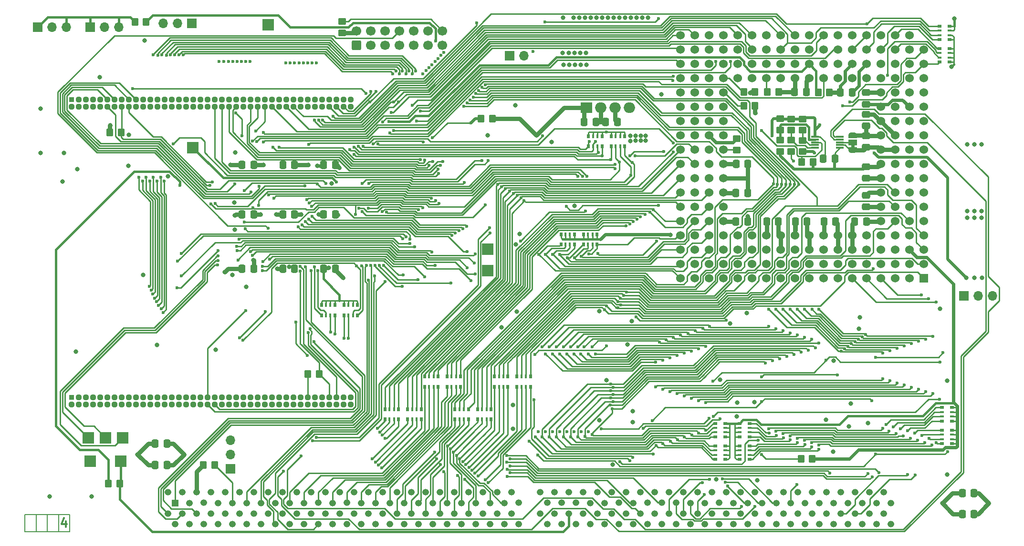
<source format=gbr>
G04 #@! TF.GenerationSoftware,KiCad,Pcbnew,7.0.6-0*
G04 #@! TF.CreationDate,2024-03-03T17:22:18+01:00*
G04 #@! TF.ProjectId,Z3660_v021d,5a333636-305f-4763-9032-31642e6b6963,v0.21d*
G04 #@! TF.SameCoordinates,Original*
G04 #@! TF.FileFunction,Copper,L4,Bot*
G04 #@! TF.FilePolarity,Positive*
%FSLAX46Y46*%
G04 Gerber Fmt 4.6, Leading zero omitted, Abs format (unit mm)*
G04 Created by KiCad (PCBNEW 7.0.6-0) date 2024-03-03 17:22:18*
%MOMM*%
%LPD*%
G01*
G04 APERTURE LIST*
G04 Aperture macros list*
%AMRoundRect*
0 Rectangle with rounded corners*
0 $1 Rounding radius*
0 $2 $3 $4 $5 $6 $7 $8 $9 X,Y pos of 4 corners*
0 Add a 4 corners polygon primitive as box body*
4,1,4,$2,$3,$4,$5,$6,$7,$8,$9,$2,$3,0*
0 Add four circle primitives for the rounded corners*
1,1,$1+$1,$2,$3*
1,1,$1+$1,$4,$5*
1,1,$1+$1,$6,$7*
1,1,$1+$1,$8,$9*
0 Add four rect primitives between the rounded corners*
20,1,$1+$1,$2,$3,$4,$5,0*
20,1,$1+$1,$4,$5,$6,$7,0*
20,1,$1+$1,$6,$7,$8,$9,0*
20,1,$1+$1,$8,$9,$2,$3,0*%
%AMFreePoly0*
4,1,19,0.550000,-0.750000,0.000000,-0.750000,0.000000,-0.744911,-0.071157,-0.744911,-0.207708,-0.704816,-0.327430,-0.627875,-0.420627,-0.520320,-0.479746,-0.390866,-0.500000,-0.250000,-0.500000,0.250000,-0.479746,0.390866,-0.420627,0.520320,-0.327430,0.627875,-0.207708,0.704816,-0.071157,0.744911,0.000000,0.744911,0.000000,0.750000,0.550000,0.750000,0.550000,-0.750000,0.550000,-0.750000,
$1*%
%AMFreePoly1*
4,1,19,0.000000,0.744911,0.071157,0.744911,0.207708,0.704816,0.327430,0.627875,0.420627,0.520320,0.479746,0.390866,0.500000,0.250000,0.500000,-0.250000,0.479746,-0.390866,0.420627,-0.520320,0.327430,-0.627875,0.207708,-0.704816,0.071157,-0.744911,0.000000,-0.744911,0.000000,-0.750000,-0.550000,-0.750000,-0.550000,0.750000,0.000000,0.750000,0.000000,0.744911,0.000000,0.744911,
$1*%
G04 Aperture macros list end*
G04 #@! TA.AperFunction,NonConductor*
%ADD10C,0.150000*%
G04 #@! TD*
%ADD11C,0.300000*%
G04 #@! TA.AperFunction,NonConductor*
%ADD12C,0.300000*%
G04 #@! TD*
G04 #@! TA.AperFunction,ComponentPad*
%ADD13R,1.700000X1.700000*%
G04 #@! TD*
G04 #@! TA.AperFunction,ComponentPad*
%ADD14O,1.700000X1.700000*%
G04 #@! TD*
G04 #@! TA.AperFunction,ComponentPad*
%ADD15RoundRect,0.250000X0.600000X-0.600000X0.600000X0.600000X-0.600000X0.600000X-0.600000X-0.600000X0*%
G04 #@! TD*
G04 #@! TA.AperFunction,ComponentPad*
%ADD16C,1.700000*%
G04 #@! TD*
G04 #@! TA.AperFunction,ComponentPad*
%ADD17R,2.000000X2.000000*%
G04 #@! TD*
G04 #@! TA.AperFunction,ComponentPad*
%ADD18R,2.000000X1.905000*%
G04 #@! TD*
G04 #@! TA.AperFunction,ComponentPad*
%ADD19O,2.000000X1.905000*%
G04 #@! TD*
G04 #@! TA.AperFunction,ComponentPad*
%ADD20C,1.524000*%
G04 #@! TD*
G04 #@! TA.AperFunction,ComponentPad*
%ADD21R,1.524000X1.524000*%
G04 #@! TD*
G04 #@! TA.AperFunction,SMDPad,CuDef*
%ADD22RoundRect,0.250000X-0.337500X-0.475000X0.337500X-0.475000X0.337500X0.475000X-0.337500X0.475000X0*%
G04 #@! TD*
G04 #@! TA.AperFunction,SMDPad,CuDef*
%ADD23RoundRect,0.250000X0.350000X0.450000X-0.350000X0.450000X-0.350000X-0.450000X0.350000X-0.450000X0*%
G04 #@! TD*
G04 #@! TA.AperFunction,SMDPad,CuDef*
%ADD24RoundRect,0.250000X-0.475000X0.337500X-0.475000X-0.337500X0.475000X-0.337500X0.475000X0.337500X0*%
G04 #@! TD*
G04 #@! TA.AperFunction,SMDPad,CuDef*
%ADD25RoundRect,0.250000X0.450000X-0.350000X0.450000X0.350000X-0.450000X0.350000X-0.450000X-0.350000X0*%
G04 #@! TD*
G04 #@! TA.AperFunction,SMDPad,CuDef*
%ADD26RoundRect,0.250000X-0.350000X-0.450000X0.350000X-0.450000X0.350000X0.450000X-0.350000X0.450000X0*%
G04 #@! TD*
G04 #@! TA.AperFunction,SMDPad,CuDef*
%ADD27RoundRect,0.250000X0.475000X-0.337500X0.475000X0.337500X-0.475000X0.337500X-0.475000X-0.337500X0*%
G04 #@! TD*
G04 #@! TA.AperFunction,SMDPad,CuDef*
%ADD28RoundRect,0.250000X-0.450000X0.350000X-0.450000X-0.350000X0.450000X-0.350000X0.450000X0.350000X0*%
G04 #@! TD*
G04 #@! TA.AperFunction,SMDPad,CuDef*
%ADD29RoundRect,0.250000X0.337500X0.475000X-0.337500X0.475000X-0.337500X-0.475000X0.337500X-0.475000X0*%
G04 #@! TD*
G04 #@! TA.AperFunction,ComponentPad*
%ADD30R,0.950000X0.950000*%
G04 #@! TD*
G04 #@! TA.AperFunction,ComponentPad*
%ADD31RoundRect,0.237500X-0.237500X0.237500X-0.237500X-0.237500X0.237500X-0.237500X0.237500X0.237500X0*%
G04 #@! TD*
G04 #@! TA.AperFunction,ComponentPad*
%ADD32R,1.200000X1.200000*%
G04 #@! TD*
G04 #@! TA.AperFunction,ComponentPad*
%ADD33O,1.200000X1.200000*%
G04 #@! TD*
G04 #@! TA.AperFunction,SMDPad,CuDef*
%ADD34R,0.800000X0.500000*%
G04 #@! TD*
G04 #@! TA.AperFunction,SMDPad,CuDef*
%ADD35R,0.800000X0.400000*%
G04 #@! TD*
G04 #@! TA.AperFunction,SMDPad,CuDef*
%ADD36R,0.500000X0.800000*%
G04 #@! TD*
G04 #@! TA.AperFunction,SMDPad,CuDef*
%ADD37R,0.400000X0.800000*%
G04 #@! TD*
G04 #@! TA.AperFunction,SMDPad,CuDef*
%ADD38C,0.500000*%
G04 #@! TD*
G04 #@! TA.AperFunction,SMDPad,CuDef*
%ADD39FreePoly0,90.000000*%
G04 #@! TD*
G04 #@! TA.AperFunction,SMDPad,CuDef*
%ADD40R,1.500000X1.000000*%
G04 #@! TD*
G04 #@! TA.AperFunction,SMDPad,CuDef*
%ADD41FreePoly1,90.000000*%
G04 #@! TD*
G04 #@! TA.AperFunction,SMDPad,CuDef*
%ADD42R,1.400000X0.300000*%
G04 #@! TD*
G04 #@! TA.AperFunction,ViaPad*
%ADD43C,0.800000*%
G04 #@! TD*
G04 #@! TA.AperFunction,ViaPad*
%ADD44C,0.600000*%
G04 #@! TD*
G04 #@! TA.AperFunction,Conductor*
%ADD45C,0.250000*%
G04 #@! TD*
G04 #@! TA.AperFunction,Conductor*
%ADD46C,0.800000*%
G04 #@! TD*
G04 #@! TA.AperFunction,Conductor*
%ADD47C,0.500000*%
G04 #@! TD*
G04 #@! TA.AperFunction,Conductor*
%ADD48C,0.600000*%
G04 #@! TD*
G04 #@! TA.AperFunction,Conductor*
%ADD49C,0.400000*%
G04 #@! TD*
G04 #@! TA.AperFunction,Conductor*
%ADD50C,0.300000*%
G04 #@! TD*
G04 APERTURE END LIST*
D10*
X88576000Y-118999000D02*
X88576000Y-122047000D01*
X88576000Y-122047000D02*
X80576000Y-122047000D01*
X80576000Y-122047000D02*
X80576000Y-118999000D01*
X86582000Y-118999000D02*
X86582000Y-122047000D01*
X82582000Y-118999000D02*
X82582000Y-122047000D01*
X84582000Y-118999000D02*
X84582000Y-122047000D01*
X80576000Y-118999000D02*
X88576000Y-118999000D01*
D11*
D12*
X87846715Y-120201328D02*
X87846715Y-121201328D01*
X87489572Y-119629900D02*
X87132429Y-120701328D01*
X87132429Y-120701328D02*
X88061000Y-120701328D01*
G04 #@! TA.AperFunction,EtchedComponent*
G36*
X222953200Y-57908000D02*
G01*
X221953200Y-57908000D01*
X221953200Y-57408000D01*
X222953200Y-57408000D01*
X222953200Y-57908000D01*
G37*
G04 #@! TD.AperFunction*
G04 #@! TA.AperFunction,EtchedComponent*
G36*
X221026800Y-49928400D02*
G01*
X220526800Y-49928400D01*
X220526800Y-48928400D01*
X221026800Y-48928400D01*
X221026800Y-49928400D01*
G37*
G04 #@! TD.AperFunction*
G04 #@! TA.AperFunction,EtchedComponent*
G36*
X227782400Y-53803600D02*
G01*
X227182400Y-53803600D01*
X227182400Y-53303600D01*
X227782400Y-53303600D01*
X227782400Y-53803600D01*
G37*
G04 #@! TD.AperFunction*
G04 #@! TA.AperFunction,EtchedComponent*
G36*
X213406800Y-50342800D02*
G01*
X212906800Y-50342800D01*
X212906800Y-49342800D01*
X213406800Y-49342800D01*
X213406800Y-50342800D01*
G37*
G04 #@! TD.AperFunction*
D13*
X247220000Y-80137000D03*
D14*
X249760000Y-80137000D03*
X252300000Y-80137000D03*
D13*
X110251000Y-31750000D03*
D14*
X107711000Y-31750000D03*
X105171000Y-31750000D03*
D15*
X139446000Y-35610800D03*
D16*
X139446000Y-33070800D03*
X141986000Y-35610800D03*
X141986000Y-33070800D03*
X144526000Y-35610800D03*
X144526000Y-33070800D03*
X147066000Y-35610800D03*
X147066000Y-33070800D03*
X149606000Y-35610800D03*
X149606000Y-33070800D03*
X152146000Y-35610800D03*
X152146000Y-33070800D03*
X154686000Y-35610800D03*
X154686000Y-33070800D03*
D17*
X123768000Y-32004000D03*
X162712400Y-75641200D03*
X110388400Y-53797200D03*
X92178000Y-109551600D03*
X97613600Y-109551600D03*
X94921200Y-105386000D03*
D13*
X166624000Y-37490400D03*
D14*
X169164000Y-37490400D03*
D13*
X117094000Y-110871000D03*
D14*
X117094000Y-108331000D03*
X117094000Y-105791000D03*
D17*
X97969200Y-105386000D03*
D13*
X82895300Y-32361200D03*
D14*
X85435300Y-32361200D03*
X87975300Y-32361200D03*
D18*
X180213000Y-46736000D03*
D19*
X182753000Y-46736000D03*
X185293000Y-46736000D03*
X187833000Y-46736000D03*
D13*
X92191700Y-32361200D03*
D14*
X94731700Y-32361200D03*
X97271700Y-32361200D03*
D17*
X91873200Y-105386000D03*
X162712400Y-71882000D03*
D20*
X232435000Y-69430900D03*
X229895000Y-69430900D03*
X209575000Y-69430900D03*
X207035000Y-69430900D03*
D21*
X240055000Y-77050900D03*
D20*
X237515000Y-77050900D03*
X234975000Y-77050900D03*
X232435000Y-77050900D03*
X229895000Y-77050900D03*
X227355000Y-77050900D03*
X224815000Y-77050900D03*
X222275000Y-77050900D03*
X219735000Y-77050900D03*
X217195000Y-77050900D03*
X214655000Y-77050900D03*
X212115000Y-77050900D03*
X209575000Y-77050900D03*
X207035000Y-77050900D03*
X204495000Y-77050900D03*
X201955000Y-77050900D03*
X199415000Y-77050900D03*
X196875000Y-77050900D03*
X240055000Y-74510900D03*
X237515000Y-74510900D03*
X232435000Y-54190900D03*
X232435000Y-49110900D03*
X232435000Y-46570900D03*
X227355000Y-69430900D03*
X224815000Y-69430900D03*
X219735000Y-69430900D03*
X214655000Y-69430900D03*
X234975000Y-74510900D03*
X232435000Y-74510900D03*
X229895000Y-74510900D03*
X227355000Y-74510900D03*
X224815000Y-74510900D03*
X222275000Y-74510900D03*
X219735000Y-74510900D03*
X217195000Y-74510900D03*
X214655000Y-74510900D03*
X212115000Y-74510900D03*
X209575000Y-74510900D03*
X207035000Y-74510900D03*
X204495000Y-74510900D03*
X201955000Y-74510900D03*
X199415000Y-74510900D03*
X196875000Y-74510900D03*
X240055000Y-71970900D03*
X237515000Y-71970900D03*
X234975000Y-71970900D03*
X232435000Y-71970900D03*
X229895000Y-71970900D03*
X227355000Y-71970900D03*
X224815000Y-71970900D03*
X222275000Y-71970900D03*
X219735000Y-71970900D03*
X217195000Y-71970900D03*
X214655000Y-71970900D03*
X212115000Y-71970900D03*
X209575000Y-71970900D03*
X207035000Y-71970900D03*
X204495000Y-71970900D03*
X201955000Y-71970900D03*
X199415000Y-71970900D03*
X196875000Y-71970900D03*
X240055000Y-69430900D03*
X237515000Y-69430900D03*
X234975000Y-69430900D03*
X201955000Y-69430900D03*
X199415000Y-69430900D03*
X196875000Y-69430900D03*
X240055000Y-66890900D03*
X237515000Y-66890900D03*
X234975000Y-66890900D03*
X201955000Y-66890900D03*
X199415000Y-66890900D03*
X196875000Y-66890900D03*
X240055000Y-64350900D03*
X237515000Y-64350900D03*
X234975000Y-64350900D03*
X201955000Y-64350900D03*
X199415000Y-64350900D03*
X196875000Y-64350900D03*
X240055000Y-61810900D03*
X237515000Y-61810900D03*
X234975000Y-61810900D03*
X201955000Y-61810900D03*
X199415000Y-61810900D03*
X196875000Y-61810900D03*
X240055000Y-59270900D03*
X237515000Y-59270900D03*
X234975000Y-59270900D03*
X201955000Y-59270900D03*
X199415000Y-59270900D03*
X196875000Y-59270900D03*
X240055000Y-56730900D03*
X237515000Y-56730900D03*
X234975000Y-56730900D03*
X201955000Y-56730900D03*
X199415000Y-56730900D03*
X196875000Y-56730900D03*
X240055000Y-54190900D03*
X237515000Y-54190900D03*
X234975000Y-54190900D03*
X201955000Y-54190900D03*
X199415000Y-54190900D03*
X196875000Y-54190900D03*
X240055000Y-51650900D03*
X237515000Y-51650900D03*
X234975000Y-51650900D03*
X201955000Y-51650900D03*
X199415000Y-51650900D03*
X196875000Y-51650900D03*
X240055000Y-49110900D03*
X237515000Y-49110900D03*
X234975000Y-49110900D03*
X201955000Y-49110900D03*
X199415000Y-49110900D03*
X196875000Y-49110900D03*
X240055000Y-46570900D03*
X237515000Y-46570900D03*
X234975000Y-46570900D03*
X201955000Y-46570900D03*
X199415000Y-46570900D03*
X196875000Y-46570900D03*
X240055000Y-44030900D03*
X237515000Y-44030900D03*
X234975000Y-44030900D03*
X201955000Y-44030900D03*
X199415000Y-44030900D03*
X196875000Y-44030900D03*
X240055000Y-41490900D03*
X237515000Y-41490900D03*
X234975000Y-41490900D03*
X201955000Y-41490900D03*
X199415000Y-41490900D03*
X196875000Y-41490900D03*
X240055000Y-38950900D03*
X237515000Y-38950900D03*
X234975000Y-38950900D03*
X232435000Y-38950900D03*
X229895000Y-38950900D03*
X227355000Y-38950900D03*
X224815000Y-38950900D03*
X222275000Y-38950900D03*
X219735000Y-38950900D03*
X217195000Y-38950900D03*
X214655000Y-38950900D03*
X212115000Y-38950900D03*
X209575000Y-38950900D03*
X207035000Y-38950900D03*
X204495000Y-38950900D03*
X201955000Y-38950900D03*
X199415000Y-38950900D03*
X196875000Y-38950900D03*
X240055000Y-36410900D03*
X237515000Y-36410900D03*
X234975000Y-36410900D03*
X232435000Y-36410900D03*
X229895000Y-36410900D03*
X227355000Y-36410900D03*
X224815000Y-36410900D03*
X222275000Y-36410900D03*
X219735000Y-36410900D03*
X217195000Y-36410900D03*
X214655000Y-36410900D03*
X212115000Y-36410900D03*
X209575000Y-36410900D03*
X207035000Y-36410900D03*
X204495000Y-36410900D03*
X201955000Y-36410900D03*
X199415000Y-36410900D03*
X196875000Y-36410900D03*
X237515000Y-33870900D03*
X234975000Y-33870900D03*
X232435000Y-33870900D03*
X229895000Y-33870900D03*
X227355000Y-33870900D03*
X224815000Y-33870900D03*
X222275000Y-33870900D03*
X219735000Y-33870900D03*
X217195000Y-33870900D03*
X214655000Y-33870900D03*
X212115000Y-33870900D03*
X209575000Y-33870900D03*
X207035000Y-33870900D03*
X204495000Y-33870900D03*
X201955000Y-33870900D03*
X199415000Y-33870900D03*
X196875000Y-33870900D03*
X222275000Y-69430900D03*
X217195000Y-69430900D03*
X212115000Y-69430900D03*
X204495000Y-69430900D03*
X232435000Y-66890900D03*
X204495000Y-66890900D03*
X232435000Y-64350900D03*
X204495000Y-64350900D03*
X232435000Y-61810900D03*
X204495000Y-61810900D03*
X232435000Y-59270900D03*
X204495000Y-59270900D03*
X232435000Y-56730900D03*
X204495000Y-56730900D03*
X204495000Y-54190900D03*
X232435000Y-51650900D03*
X204495000Y-51650900D03*
X204495000Y-49110900D03*
X204495000Y-46570900D03*
X232435000Y-44030900D03*
X204495000Y-44030900D03*
X232435000Y-41490900D03*
X229895000Y-41490900D03*
X227355000Y-41490900D03*
X224815000Y-41490900D03*
X222275000Y-41490900D03*
X219735000Y-41490900D03*
X217195000Y-41490900D03*
X214655000Y-41490900D03*
X212115000Y-41490900D03*
X209575000Y-41490900D03*
X207035000Y-41490900D03*
X204495000Y-41490900D03*
D22*
X246917300Y-115239800D03*
X248992300Y-115239800D03*
D23*
X161534600Y-48681200D03*
X163534600Y-48681200D03*
D24*
X229870000Y-44026000D03*
X229870000Y-46101000D03*
D22*
X103717200Y-110210600D03*
X105792200Y-110210600D03*
D25*
X206883000Y-52213000D03*
X206883000Y-54213000D03*
D26*
X210143600Y-46380400D03*
X208143600Y-46380400D03*
X214360000Y-43942000D03*
X212360000Y-43942000D03*
X114258600Y-110200000D03*
X112258600Y-110200000D03*
D27*
X229870000Y-49932500D03*
X229870000Y-47857500D03*
D22*
X103717200Y-106400600D03*
X105792200Y-106400600D03*
X246917300Y-118922800D03*
X248992300Y-118922800D03*
D26*
X210143600Y-43942000D03*
X208143600Y-43942000D03*
X220300000Y-109100000D03*
X218300000Y-109100000D03*
D28*
X136900000Y-33400000D03*
X136900000Y-31400000D03*
D22*
X126343500Y-56896000D03*
X128418500Y-56896000D03*
D29*
X121179500Y-65659000D03*
X119104500Y-65659000D03*
D22*
X126343500Y-65659000D03*
X128418500Y-65659000D03*
X133582500Y-65659000D03*
X135657500Y-65659000D03*
D29*
X121179500Y-75311000D03*
X119104500Y-75311000D03*
X128418500Y-75311000D03*
X126343500Y-75311000D03*
X229891500Y-66929000D03*
X227816500Y-66929000D03*
D22*
X212195500Y-66929000D03*
X214270500Y-66929000D03*
X217275500Y-66929000D03*
X219350500Y-66929000D03*
X222355500Y-66929000D03*
X224430500Y-66929000D03*
D24*
X229870000Y-57192000D03*
X229870000Y-59267000D03*
X229870000Y-51667500D03*
X229870000Y-53742500D03*
D22*
X206756500Y-66929000D03*
X208831500Y-66929000D03*
D24*
X229870000Y-62272000D03*
X229870000Y-64347000D03*
D22*
X206734500Y-61849000D03*
X208809500Y-61849000D03*
X133582500Y-56896000D03*
X135657500Y-56896000D03*
X119104500Y-56896000D03*
X121179500Y-56896000D03*
D29*
X185695500Y-49276000D03*
X183620500Y-49276000D03*
D22*
X179810500Y-49276000D03*
X181885500Y-49276000D03*
D29*
X227351500Y-43992800D03*
X225276500Y-43992800D03*
D22*
X206798000Y-56705500D03*
X208873000Y-56705500D03*
D30*
X88883000Y-45256500D03*
D31*
X88883000Y-46526500D03*
X90153000Y-45256500D03*
X90153000Y-46526500D03*
X91423000Y-45256500D03*
X91423000Y-46526500D03*
X92693000Y-45256500D03*
X92693000Y-46526500D03*
X93963000Y-45256500D03*
X93963000Y-46526500D03*
X95233000Y-45256500D03*
X95233000Y-46526500D03*
X96503000Y-45256500D03*
X96503000Y-46526500D03*
X97773000Y-45256500D03*
X97773000Y-46526500D03*
X99043000Y-45256500D03*
X99043000Y-46526500D03*
X100313000Y-45256500D03*
X100313000Y-46526500D03*
X101583000Y-45256500D03*
X101583000Y-46526500D03*
X102853000Y-45256500D03*
X102853000Y-46526500D03*
X104123000Y-45256500D03*
X104123000Y-46526500D03*
X105393000Y-45256500D03*
X105393000Y-46526500D03*
X106663000Y-45256500D03*
X106663000Y-46526500D03*
X107933000Y-45256500D03*
X107933000Y-46526500D03*
X109203000Y-45256500D03*
X109203000Y-46526500D03*
X110473000Y-45256500D03*
X110473000Y-46526500D03*
X111743000Y-45256500D03*
X111743000Y-46526500D03*
X113013000Y-45256500D03*
X113013000Y-46526500D03*
X114283000Y-45256500D03*
X114283000Y-46526500D03*
X115553000Y-45256500D03*
X115553000Y-46526500D03*
X116823000Y-45256500D03*
X116823000Y-46526500D03*
X118093000Y-45256500D03*
X118093000Y-46526500D03*
X119363000Y-45256500D03*
X119363000Y-46526500D03*
X120633000Y-45256500D03*
X120633000Y-46526500D03*
X121903000Y-45256500D03*
X121903000Y-46526500D03*
X123173000Y-45256500D03*
X123173000Y-46526500D03*
X124443000Y-45256500D03*
X124443000Y-46526500D03*
X125713000Y-45256500D03*
X125713000Y-46526500D03*
X126983000Y-45256500D03*
X126983000Y-46526500D03*
X128253000Y-45256500D03*
X128253000Y-46526500D03*
X129523000Y-45256500D03*
X129523000Y-46526500D03*
X130793000Y-45256500D03*
X130793000Y-46526500D03*
X132063000Y-45256500D03*
X132063000Y-46526500D03*
X133333000Y-45256500D03*
X133333000Y-46526500D03*
X134603000Y-45256500D03*
X134603000Y-46526500D03*
X135873000Y-45256500D03*
X135873000Y-46526500D03*
X137143000Y-45256500D03*
X137143000Y-46526500D03*
X138413000Y-45256500D03*
X138413000Y-46526500D03*
D30*
X88883000Y-98193000D03*
D31*
X88883000Y-99463000D03*
X90153000Y-98193000D03*
X90153000Y-99463000D03*
X91423000Y-98193000D03*
X91423000Y-99463000D03*
X92693000Y-98193000D03*
X92693000Y-99463000D03*
X93963000Y-98193000D03*
X93963000Y-99463000D03*
X95233000Y-98193000D03*
X95233000Y-99463000D03*
X96503000Y-98193000D03*
X96503000Y-99463000D03*
X97773000Y-98193000D03*
X97773000Y-99463000D03*
X99043000Y-98193000D03*
X99043000Y-99463000D03*
X100313000Y-98193000D03*
X100313000Y-99463000D03*
X101583000Y-98193000D03*
X101583000Y-99463000D03*
X102853000Y-98193000D03*
X102853000Y-99463000D03*
X104123000Y-98193000D03*
X104123000Y-99463000D03*
X105393000Y-98193000D03*
X105393000Y-99463000D03*
X106663000Y-98193000D03*
X106663000Y-99463000D03*
X107933000Y-98193000D03*
X107933000Y-99463000D03*
X109203000Y-98193000D03*
X109203000Y-99463000D03*
X110473000Y-98193000D03*
X110473000Y-99463000D03*
X111743000Y-98193000D03*
X111743000Y-99463000D03*
X113013000Y-98193000D03*
X113013000Y-99463000D03*
X114283000Y-98193000D03*
X114283000Y-99463000D03*
X115553000Y-98193000D03*
X115553000Y-99463000D03*
X116823000Y-98193000D03*
X116823000Y-99463000D03*
X118093000Y-98193000D03*
X118093000Y-99463000D03*
X119363000Y-98193000D03*
X119363000Y-99463000D03*
X120633000Y-98193000D03*
X120633000Y-99463000D03*
X121903000Y-98193000D03*
X121903000Y-99463000D03*
X123173000Y-98193000D03*
X123173000Y-99463000D03*
X124443000Y-98193000D03*
X124443000Y-99463000D03*
X125713000Y-98193000D03*
X125713000Y-99463000D03*
X126983000Y-98193000D03*
X126983000Y-99463000D03*
X128253000Y-98193000D03*
X128253000Y-99463000D03*
X129523000Y-98193000D03*
X129523000Y-99463000D03*
X130793000Y-98193000D03*
X130793000Y-99463000D03*
X132063000Y-98193000D03*
X132063000Y-99463000D03*
X133333000Y-98193000D03*
X133333000Y-99463000D03*
X134603000Y-98193000D03*
X134603000Y-99463000D03*
X135873000Y-98193000D03*
X135873000Y-99463000D03*
X137143000Y-98193000D03*
X137143000Y-99463000D03*
X138413000Y-98193000D03*
X138413000Y-99463000D03*
D32*
X107239000Y-116954500D03*
D33*
X105964986Y-115024415D03*
X107234986Y-120739415D03*
X105964986Y-118859500D03*
X109774986Y-116954500D03*
X108504986Y-115024415D03*
X109774986Y-120739415D03*
X108504986Y-118859500D03*
X112314986Y-116929415D03*
X111044986Y-115024415D03*
X112314986Y-120739415D03*
X111044986Y-118859500D03*
X114854986Y-116954500D03*
X113584986Y-115024415D03*
X114854986Y-120739415D03*
X113584986Y-118834415D03*
X117394986Y-116954500D03*
X116124986Y-115024415D03*
X117394986Y-120739415D03*
X116124986Y-118859500D03*
X119934986Y-116954500D03*
X118664986Y-115024415D03*
X119934986Y-120739415D03*
X118664986Y-118859500D03*
X122474986Y-116954500D03*
X121204986Y-115024415D03*
X122474986Y-120739415D03*
X121204986Y-118834415D03*
X125014986Y-116954500D03*
X123744986Y-115024415D03*
X125014986Y-120739415D03*
X123744986Y-118859500D03*
X127554986Y-116954500D03*
X126284986Y-115024415D03*
X127554986Y-120739415D03*
X126284986Y-118834415D03*
X130094986Y-116954500D03*
X128824986Y-115024415D03*
X130094986Y-120739415D03*
X128824986Y-118859500D03*
X132634986Y-116929415D03*
X131364986Y-115024415D03*
X132634986Y-120739415D03*
X131364986Y-118834415D03*
X135174986Y-116954500D03*
X133904986Y-115024415D03*
X135174986Y-120739415D03*
X133904986Y-118859500D03*
X137714986Y-116929415D03*
X136444986Y-115024415D03*
X137714986Y-120739415D03*
X136444986Y-118859500D03*
X140254986Y-116954500D03*
X138984986Y-115024415D03*
X140254986Y-120739415D03*
X138984986Y-118859500D03*
X142794986Y-116954500D03*
X141524986Y-115024415D03*
X142794986Y-120739415D03*
X141524986Y-118834415D03*
X145334986Y-116954500D03*
X144064986Y-115024415D03*
X145334986Y-120739415D03*
X144064986Y-118859500D03*
X147874986Y-116954500D03*
X146604986Y-115024415D03*
X147874986Y-120739415D03*
X146604986Y-118859500D03*
X150414986Y-116954500D03*
X149144986Y-115024415D03*
X150414986Y-120739415D03*
X149144986Y-118834415D03*
X152954986Y-116954500D03*
X151684986Y-115024415D03*
X152954986Y-120739415D03*
X151684986Y-118859500D03*
X155494986Y-116954500D03*
X154224986Y-115024415D03*
X155494986Y-120739415D03*
X154224986Y-118834415D03*
X158034986Y-116954500D03*
X156764986Y-115024415D03*
X158034986Y-120739415D03*
X156764986Y-118859500D03*
X160574986Y-116954500D03*
X159304986Y-115024415D03*
X160574986Y-120739415D03*
X159304986Y-118834415D03*
X163114986Y-116954500D03*
X161844986Y-115024415D03*
X163114986Y-120739415D03*
X161844986Y-118859500D03*
X165654986Y-116954500D03*
X164384986Y-115024415D03*
X165654986Y-120739415D03*
X164384986Y-118834415D03*
X168194986Y-116929415D03*
X166924986Y-115024415D03*
X168194986Y-120739415D03*
X166924986Y-118859500D03*
X173274986Y-116929415D03*
X172004986Y-115024415D03*
X173274986Y-120739415D03*
X172004986Y-118859500D03*
X175814986Y-116929415D03*
X174544986Y-115024415D03*
X175814986Y-120739415D03*
X174544986Y-118834415D03*
X178354986Y-116929415D03*
X177084986Y-115024415D03*
X178354986Y-120739415D03*
X177084986Y-118859500D03*
X180894986Y-116954500D03*
X179624986Y-115024415D03*
X180894986Y-120739415D03*
X179624986Y-118859500D03*
X183434986Y-116954500D03*
X182164986Y-115024415D03*
X183434986Y-120739415D03*
X182164986Y-118834415D03*
X185974986Y-116929415D03*
X184704986Y-115024415D03*
X185974986Y-120739415D03*
X184704986Y-118859500D03*
X188514986Y-116954500D03*
X187244986Y-115024415D03*
X188514986Y-120739415D03*
X187244986Y-118859500D03*
X191054986Y-116929415D03*
X189784986Y-115024415D03*
X191054986Y-120739415D03*
X189784986Y-118859500D03*
X193594986Y-116929415D03*
X192324986Y-115024415D03*
X193594986Y-120739415D03*
X192324986Y-118834415D03*
X196134986Y-116929415D03*
X194864986Y-115024415D03*
X196134986Y-120739415D03*
X194864986Y-118859500D03*
X198674986Y-116954500D03*
X197404986Y-115024415D03*
X198674986Y-120739415D03*
X197404986Y-118859500D03*
X201219000Y-116954500D03*
X199944986Y-115024415D03*
X201214986Y-120739415D03*
X199944986Y-118859500D03*
X203754986Y-116929415D03*
X202484986Y-115024415D03*
X203754986Y-120739415D03*
X202484986Y-118859500D03*
X206294986Y-116954500D03*
X205024986Y-115024415D03*
X206294986Y-120739415D03*
X205024986Y-118834415D03*
X208834986Y-116954500D03*
X207564986Y-115024415D03*
X208834986Y-120739415D03*
X207564986Y-118859500D03*
X211379000Y-116954500D03*
X210104986Y-115024415D03*
X211374986Y-120739415D03*
X210104986Y-118859500D03*
X213919000Y-116954500D03*
X212644986Y-115024415D03*
X213914986Y-120739415D03*
X212644986Y-118859500D03*
X216454986Y-116954500D03*
X215184986Y-115024415D03*
X216454986Y-120739415D03*
X215184986Y-118859500D03*
X218994986Y-116954500D03*
X217724986Y-115024415D03*
X218994986Y-120739415D03*
X217724986Y-118859500D03*
X221534986Y-116954500D03*
X220264986Y-115024415D03*
X221534986Y-120739415D03*
X220264986Y-118859500D03*
X224074986Y-116954500D03*
X222804986Y-115024415D03*
X224074986Y-120739415D03*
X222804986Y-118859500D03*
X226614986Y-116954500D03*
X225344986Y-115024415D03*
X226614986Y-120739415D03*
X225344986Y-118859500D03*
X229154986Y-116954500D03*
X227884986Y-115024415D03*
X229154986Y-120739415D03*
X227884986Y-118834415D03*
X231694986Y-116954500D03*
X230424986Y-115024415D03*
X231694986Y-120739415D03*
X230424986Y-118834415D03*
X234234986Y-116954500D03*
X232964986Y-115024415D03*
X234234986Y-120739415D03*
X232964986Y-118859500D03*
D22*
X133582500Y-75311000D03*
X135657500Y-75311000D03*
X217170500Y-43942000D03*
X219245500Y-43942000D03*
D34*
X244700000Y-36200000D03*
D35*
X244700000Y-37000000D03*
X244700000Y-37800000D03*
D34*
X244700000Y-38600000D03*
X242900000Y-38600000D03*
D35*
X242900000Y-37800000D03*
X242900000Y-37000000D03*
D34*
X242900000Y-36200000D03*
D36*
X137200000Y-81800000D03*
D37*
X138000000Y-81800000D03*
X138800000Y-81800000D03*
D36*
X139600000Y-81800000D03*
X139600000Y-83600000D03*
D37*
X138800000Y-83600000D03*
X138000000Y-83600000D03*
D36*
X137200000Y-83600000D03*
D29*
X224303500Y-55778400D03*
X222228500Y-55778400D03*
D34*
X204900000Y-106800000D03*
D35*
X204900000Y-107600000D03*
X204900000Y-108400000D03*
D34*
X204900000Y-109200000D03*
X203100000Y-109200000D03*
D35*
X203100000Y-108400000D03*
X203100000Y-107600000D03*
D34*
X203100000Y-106800000D03*
X245100000Y-104000000D03*
D35*
X245100000Y-104800000D03*
X245100000Y-105600000D03*
D34*
X245100000Y-106400000D03*
X243300000Y-106400000D03*
D35*
X243300000Y-105600000D03*
X243300000Y-104800000D03*
D34*
X243300000Y-104000000D03*
D36*
X157900000Y-96300000D03*
D37*
X157100000Y-96300000D03*
X156300000Y-96300000D03*
D36*
X155500000Y-96300000D03*
X155500000Y-94500000D03*
D37*
X156300000Y-94500000D03*
X157100000Y-94500000D03*
D36*
X157900000Y-94500000D03*
D34*
X244700000Y-32200000D03*
D35*
X244700000Y-33000000D03*
X244700000Y-33800000D03*
D34*
X244700000Y-34600000D03*
X242900000Y-34600000D03*
D35*
X242900000Y-33800000D03*
X242900000Y-33000000D03*
D34*
X242900000Y-32200000D03*
D36*
X146900000Y-102100000D03*
D37*
X146100000Y-102100000D03*
X145300000Y-102100000D03*
D36*
X144500000Y-102100000D03*
X144500000Y-100300000D03*
D37*
X145300000Y-100300000D03*
X146100000Y-100300000D03*
D36*
X146900000Y-100300000D03*
D38*
X222953200Y-57658000D03*
X221953200Y-57658000D03*
D23*
X95418400Y-113487200D03*
X97418400Y-113487200D03*
D36*
X150900000Y-102100000D03*
D37*
X150100000Y-102100000D03*
X149300000Y-102100000D03*
D36*
X148500000Y-102100000D03*
X148500000Y-100300000D03*
D37*
X149300000Y-100300000D03*
X150100000Y-100300000D03*
D36*
X150900000Y-100300000D03*
D34*
X204900000Y-102800000D03*
D35*
X204900000Y-103600000D03*
X204900000Y-104400000D03*
D34*
X204900000Y-105200000D03*
X203100000Y-105200000D03*
D35*
X203100000Y-104400000D03*
X203100000Y-103600000D03*
D34*
X203100000Y-102800000D03*
D25*
X216560400Y-48698400D03*
X216560400Y-50698400D03*
D36*
X180600000Y-51800000D03*
D37*
X181400000Y-51800000D03*
X182200000Y-51800000D03*
D36*
X183000000Y-51800000D03*
X183000000Y-53600000D03*
D37*
X182200000Y-53600000D03*
X181400000Y-53600000D03*
D36*
X180600000Y-53600000D03*
D26*
X132826000Y-94004000D03*
X130826000Y-94004000D03*
D34*
X245100000Y-100000000D03*
D35*
X245100000Y-100800000D03*
X245100000Y-101600000D03*
D34*
X245100000Y-102400000D03*
X243300000Y-102400000D03*
D35*
X243300000Y-101600000D03*
X243300000Y-100800000D03*
D34*
X243300000Y-100000000D03*
D36*
X170300000Y-96300000D03*
D37*
X169500000Y-96300000D03*
X168700000Y-96300000D03*
D36*
X167900000Y-96300000D03*
X167900000Y-94500000D03*
D37*
X168700000Y-94500000D03*
X169500000Y-94500000D03*
D36*
X170300000Y-94500000D03*
D26*
X102117400Y-31460000D03*
X100117400Y-31460000D03*
D38*
X220776800Y-48928400D03*
X220776800Y-49928400D03*
D23*
X218421200Y-56388000D03*
X220421200Y-56388000D03*
D36*
X133200000Y-81800000D03*
D37*
X134000000Y-81800000D03*
X134800000Y-81800000D03*
D36*
X135600000Y-81800000D03*
X135600000Y-83600000D03*
D37*
X134800000Y-83600000D03*
X134000000Y-83600000D03*
D36*
X133200000Y-83600000D03*
D25*
X214579200Y-52492400D03*
X214579200Y-54492400D03*
D39*
X227482400Y-54203600D03*
D40*
X227482400Y-52903600D03*
D41*
X227482400Y-51603600D03*
D23*
X95672400Y-51104800D03*
X97672400Y-51104800D03*
D25*
X218541600Y-52508400D03*
X218541600Y-54508400D03*
X218541600Y-48698400D03*
X218541600Y-50698400D03*
D38*
X213156800Y-49342800D03*
X213156800Y-50342800D03*
D36*
X153900000Y-96300000D03*
D37*
X153100000Y-96300000D03*
X152300000Y-96300000D03*
D36*
X151500000Y-96300000D03*
X151500000Y-94500000D03*
D37*
X152300000Y-94500000D03*
X153100000Y-94500000D03*
D36*
X153900000Y-94500000D03*
D42*
X220796400Y-53848000D03*
X220796400Y-53348000D03*
X220796400Y-52848000D03*
X220796400Y-52348000D03*
X220796400Y-51848000D03*
X225196400Y-51848000D03*
X225196400Y-52348000D03*
X225196400Y-52848000D03*
X225196400Y-53348000D03*
X225196400Y-53848000D03*
D36*
X184600000Y-51800000D03*
D37*
X185400000Y-51800000D03*
X186200000Y-51800000D03*
D36*
X187000000Y-51800000D03*
X187000000Y-53600000D03*
D37*
X186200000Y-53600000D03*
X185400000Y-53600000D03*
D36*
X184600000Y-53600000D03*
D25*
X214579200Y-48682400D03*
X214579200Y-50682400D03*
D34*
X207400000Y-109200000D03*
D35*
X207400000Y-108400000D03*
X207400000Y-107600000D03*
D34*
X207400000Y-106800000D03*
X209200000Y-106800000D03*
D35*
X209200000Y-107600000D03*
X209200000Y-108400000D03*
D34*
X209200000Y-109200000D03*
D36*
X175700000Y-69200000D03*
D37*
X176500000Y-69200000D03*
X177300000Y-69200000D03*
D36*
X178100000Y-69200000D03*
X178100000Y-71000000D03*
D37*
X177300000Y-71000000D03*
X176500000Y-71000000D03*
D36*
X175700000Y-71000000D03*
D34*
X207400000Y-105200000D03*
D35*
X207400000Y-104400000D03*
X207400000Y-103600000D03*
D34*
X207400000Y-102800000D03*
X209200000Y-102800000D03*
D35*
X209200000Y-103600000D03*
X209200000Y-104400000D03*
D34*
X209200000Y-105200000D03*
D36*
X179700000Y-69200000D03*
D37*
X180500000Y-69200000D03*
X181300000Y-69200000D03*
D36*
X182100000Y-69200000D03*
X182100000Y-71000000D03*
D37*
X181300000Y-71000000D03*
X180500000Y-71000000D03*
D36*
X179700000Y-71000000D03*
X166300000Y-96300000D03*
D37*
X165500000Y-96300000D03*
X164700000Y-96300000D03*
D36*
X163900000Y-96300000D03*
X163900000Y-94500000D03*
D37*
X164700000Y-94500000D03*
X165500000Y-94500000D03*
D36*
X166300000Y-94500000D03*
D25*
X216560400Y-52492400D03*
X216560400Y-54492400D03*
D36*
X159300000Y-102100000D03*
D37*
X158500000Y-102100000D03*
X157700000Y-102100000D03*
D36*
X156900000Y-102100000D03*
X156900000Y-100300000D03*
D37*
X157700000Y-100300000D03*
X158500000Y-100300000D03*
D36*
X159300000Y-100300000D03*
D23*
X221351600Y-43992800D03*
X223351600Y-43992800D03*
D36*
X163300000Y-102100000D03*
D37*
X162500000Y-102100000D03*
X161700000Y-102100000D03*
D36*
X160900000Y-102100000D03*
X160900000Y-100300000D03*
D37*
X161700000Y-100300000D03*
X162500000Y-100300000D03*
D36*
X163300000Y-100300000D03*
D43*
X176107477Y-30690810D03*
X178077293Y-36969500D03*
X136398000Y-57368982D03*
X92440000Y-115824000D03*
X95758000Y-49834800D03*
X247777000Y-66294000D03*
X203962000Y-95032198D03*
X222732600Y-102187194D03*
X187522898Y-88818502D03*
X224002600Y-107812400D03*
X93878400Y-41300400D03*
X226822000Y-103334445D03*
X224045449Y-91691599D03*
X178119400Y-64185865D03*
X205673697Y-85098000D03*
X116051327Y-75909273D03*
X193497200Y-44348400D03*
X162661602Y-51612802D03*
X89662000Y-90017600D03*
X165137644Y-85740515D03*
X104063800Y-88864000D03*
X203300000Y-112739800D03*
X130849500Y-56903872D03*
X177165000Y-39116000D03*
X188468000Y-102616000D03*
X183769000Y-95123000D03*
X125349000Y-75311000D03*
X179197000Y-39116000D03*
X167175000Y-103789498D03*
X210566000Y-112947670D03*
X250316950Y-65087500D03*
X176149000Y-39116000D03*
X182499000Y-102235000D03*
X249047000Y-66294000D03*
X136144000Y-65786000D03*
X244246400Y-95250000D03*
X242990500Y-82423000D03*
X228600000Y-85979000D03*
X176020094Y-36969500D03*
X180144300Y-36969500D03*
X208835141Y-65985141D03*
X134975600Y-60131226D03*
X249047000Y-65087500D03*
X179122299Y-36969500D03*
X167629700Y-46280400D03*
X114427000Y-89676800D03*
X83362800Y-46837602D03*
X117887764Y-54692564D03*
X108818700Y-108305600D03*
X182480428Y-82858600D03*
X137033000Y-76962000D03*
X122936000Y-56896000D03*
X105997269Y-58899531D03*
X250317000Y-66294000D03*
X180213000Y-39116000D03*
X244246400Y-111912400D03*
X174040800Y-52832000D03*
X117823576Y-65818444D03*
X206933800Y-101600000D03*
X251637800Y-117017800D03*
X87299800Y-59857200D03*
X117855992Y-68377217D03*
X119888000Y-78552412D03*
X87477600Y-54762400D03*
X129565400Y-65648400D03*
X247777008Y-65087500D03*
X184912000Y-110109000D03*
X101854000Y-34798000D03*
X178181000Y-39116000D03*
D44*
X221640400Y-49733200D03*
D43*
X167711400Y-70967602D03*
X177068242Y-36969500D03*
X245000000Y-39400000D03*
X180961720Y-30690810D03*
X181991000Y-30690810D03*
X184023000Y-30690810D03*
X84963000Y-115824000D03*
X188976000Y-52578000D03*
X228727000Y-83947000D03*
X207010000Y-99110800D03*
X188000000Y-52600008D03*
X183007000Y-30690810D03*
X185039000Y-30690810D03*
X189864951Y-52578491D03*
X189865000Y-51689000D03*
X179958443Y-30690810D03*
X208661000Y-83185000D03*
X188067505Y-30690810D03*
X188468000Y-100635003D03*
X167182914Y-99537510D03*
D44*
X231241579Y-54711621D03*
D43*
X189083505Y-30690810D03*
X188290926Y-84597974D03*
X168351200Y-69137000D03*
X249046999Y-76962000D03*
X167868600Y-82971200D03*
X250380503Y-76961998D03*
X89859901Y-57591295D03*
X177907505Y-30690810D03*
X247650001Y-76962000D03*
X243382800Y-117017798D03*
X210018000Y-99060000D03*
X186054443Y-30690810D03*
X171348402Y-51612800D03*
X83362800Y-54762398D03*
D44*
X220675200Y-54711600D03*
D43*
X100584000Y-108305600D03*
X190753951Y-52578491D03*
X230211000Y-102733995D03*
X188976049Y-51688509D03*
X187070443Y-30690810D03*
X227116862Y-99291030D03*
X191121720Y-30690810D03*
X190099505Y-30690810D03*
X188023016Y-51688514D03*
X178929720Y-30690810D03*
X190754000Y-51689000D03*
D44*
X221458418Y-106641000D03*
X241548011Y-106627529D03*
X229743000Y-86995000D03*
X241681000Y-87376000D03*
X221488000Y-82550000D03*
X220206990Y-106241000D03*
X240284000Y-106232500D03*
X220261022Y-82550000D03*
X229142363Y-87443318D03*
X240411000Y-87823500D03*
X218948000Y-105841000D03*
X239014000Y-105832989D03*
X238531404Y-111977996D03*
X239141000Y-88223011D03*
X218948000Y-82550000D03*
X228522450Y-87864581D03*
X237744000Y-105433478D03*
X237210595Y-111936405D03*
X217678001Y-105441000D03*
X227886238Y-88260799D03*
X217678000Y-82550000D03*
X237871000Y-88646000D03*
X216385250Y-105005522D03*
X236474000Y-105033967D03*
X227250503Y-88657783D03*
X236601000Y-89027000D03*
X216408000Y-82550000D03*
X235208289Y-104636782D03*
X215106518Y-104606011D03*
X226652239Y-89109262D03*
X215138000Y-82550000D03*
X235331000Y-89421544D03*
X213836518Y-104206500D03*
X233934000Y-104234945D03*
X226026675Y-89522086D03*
X234061000Y-89871533D03*
X213868000Y-82550000D03*
X232791010Y-103715262D03*
X212599242Y-103787200D03*
X232791000Y-90271044D03*
X217550996Y-113665000D03*
X225399608Y-89932624D03*
X212598000Y-82550000D03*
X192517741Y-91948017D03*
X204397269Y-112667299D03*
X172974000Y-90490500D03*
X193751206Y-91548002D03*
X204891974Y-113275960D03*
X174244000Y-90490500D03*
X205308000Y-113900000D03*
X175524509Y-90490500D03*
X195071998Y-91148000D03*
X196342000Y-90747994D03*
X176784000Y-90490500D03*
X197561200Y-90347996D03*
X178054000Y-90490500D03*
X201168000Y-115443000D03*
X198881820Y-89947985D03*
X179252100Y-90490500D03*
X200787001Y-113309027D03*
X180594000Y-90490500D03*
X200151874Y-89547980D03*
X207772000Y-117602000D03*
X202038403Y-112725200D03*
X201422000Y-89147998D03*
X210108802Y-117551200D03*
X181850245Y-90490500D03*
X130962400Y-53238400D03*
X172440600Y-51739800D03*
X166161681Y-110968633D03*
X151552608Y-76801501D03*
X122751841Y-74860907D03*
X144239369Y-74761431D03*
X150368000Y-77276500D03*
X166195000Y-112220000D03*
X131495800Y-64260600D03*
X154062090Y-63702216D03*
X166703000Y-111591001D03*
X148894800Y-70048997D03*
X119674500Y-68242200D03*
X131072191Y-63641682D03*
X153466802Y-63246004D03*
X130656303Y-63017549D03*
X152700874Y-62822287D03*
X108377606Y-76627608D03*
X149779331Y-71454670D03*
X156210000Y-77892600D03*
X143489382Y-74756609D03*
X147605059Y-70013033D03*
X107701301Y-74010301D03*
X118618000Y-70104000D03*
X148894800Y-70799000D03*
X148260592Y-69648643D03*
X108310901Y-72587901D03*
X122746729Y-75636201D03*
X147675598Y-76454000D03*
X147583400Y-78467600D03*
X142734590Y-74761400D03*
X142646400Y-76606400D03*
X130708400Y-90728800D03*
X128625598Y-84785200D03*
X141969788Y-74761400D03*
X141500000Y-77317600D03*
X131368800Y-75692014D03*
X131852000Y-88293400D03*
X130318513Y-74956541D03*
X141219794Y-74761400D03*
X135890000Y-59943996D03*
X145188345Y-49174400D03*
X113563403Y-63779399D03*
X121513413Y-50850603D03*
X139241964Y-65700600D03*
X186108011Y-56375000D03*
X121005600Y-64465200D03*
X134010400Y-60198000D03*
X144038345Y-49205229D03*
X141986000Y-43840400D03*
X144018000Y-65176400D03*
X188104487Y-58722113D03*
X188346674Y-56449938D03*
X144780000Y-65289400D03*
X142866404Y-43856831D03*
X141822827Y-45716982D03*
X160731204Y-31597600D03*
X107619800Y-78732603D03*
X114884202Y-72100000D03*
X146908302Y-45714698D03*
X132537196Y-75692000D03*
X145999196Y-45720000D03*
X131963647Y-75007508D03*
X133448341Y-48924500D03*
X171075000Y-90551000D03*
X183769000Y-89027000D03*
X118397848Y-73771536D03*
X160324800Y-74320400D03*
X122072400Y-64041706D03*
X180340000Y-58922700D03*
X224784513Y-94178087D03*
X211328000Y-94538800D03*
X159081033Y-75157767D03*
X120599200Y-72288400D03*
X160462400Y-76263758D03*
X120976072Y-72962911D03*
X170925000Y-98600000D03*
X188468000Y-108839000D03*
X203962000Y-102000000D03*
X190301268Y-103727468D03*
X179527200Y-58924988D03*
X189052200Y-83885600D03*
X205078748Y-84490925D03*
X123839651Y-62230523D03*
X232136641Y-111523204D03*
X122783601Y-74015599D03*
X243484400Y-90220800D03*
X231546400Y-91033600D03*
X166098598Y-108515602D03*
X153416000Y-74726800D03*
X171600000Y-108400000D03*
X159715200Y-77470000D03*
X124002987Y-73660187D03*
X244298020Y-107850000D03*
X231521000Y-108300000D03*
X160462392Y-72669232D03*
X168520474Y-70424500D03*
X180035200Y-65074800D03*
X118235561Y-72112785D03*
X145588789Y-47552811D03*
X149301200Y-46278800D03*
X139442885Y-74780709D03*
X150723600Y-47299815D03*
X119278400Y-88036400D03*
X140360400Y-74777598D03*
X150088600Y-49098200D03*
X131949335Y-48924500D03*
X132698838Y-48924500D03*
X118028425Y-47612813D03*
X119126000Y-51679814D03*
X188899996Y-55275000D03*
X138961753Y-55003689D03*
X184588214Y-55975000D03*
X187900000Y-55275000D03*
X183000000Y-55300006D03*
X138201400Y-54116800D03*
X193954400Y-54507878D03*
X182372661Y-54666692D03*
X138963400Y-53761200D03*
X139729913Y-53564087D03*
X181800000Y-52700000D03*
X180699999Y-52700001D03*
X140563600Y-53584600D03*
X131546600Y-66004000D03*
X158276800Y-68172295D03*
X157616400Y-68572295D03*
X130984823Y-66500901D03*
X186189232Y-109619168D03*
X210693000Y-105800000D03*
X156984091Y-68975642D03*
X130351348Y-66929726D03*
X129725947Y-67493400D03*
X156346400Y-69372295D03*
X151536400Y-55981600D03*
X124612400Y-53746400D03*
X230142712Y-111697668D03*
X166126177Y-109718653D03*
X230911400Y-112282800D03*
X125727640Y-53720989D03*
X150783802Y-55959400D03*
X166700200Y-110368600D03*
X178675604Y-58924962D03*
X124739400Y-62752800D03*
X129057400Y-67883600D03*
X187943957Y-109448440D03*
X159054800Y-72288400D03*
X170100000Y-106000000D03*
X166700196Y-109133200D03*
X152806942Y-72376793D03*
X118194553Y-71340620D03*
X223393000Y-111622400D03*
X229971599Y-31833000D03*
X135300000Y-48260000D03*
X118668800Y-87579200D03*
X185327600Y-56758400D03*
X225653600Y-46329600D03*
X119532400Y-61417200D03*
X132486400Y-60221018D03*
X123252241Y-82944947D03*
X226974400Y-45653000D03*
X114362427Y-63765627D03*
X185327600Y-57571011D03*
X162818232Y-113381363D03*
X157734000Y-109102200D03*
X162243232Y-112846451D03*
X157159000Y-108496436D03*
X161010413Y-112191987D03*
X158648400Y-112725200D03*
X156616254Y-107899053D03*
X157378400Y-112064800D03*
X160458775Y-111683854D03*
X156085505Y-107369139D03*
X154896216Y-111359245D03*
X159922637Y-111157112D03*
X155590130Y-106806016D03*
X143865600Y-110693200D03*
X143306800Y-110185200D03*
X142773883Y-109657466D03*
X142233875Y-109136990D03*
X143547284Y-104324929D03*
X135600000Y-86900002D03*
X134830002Y-86569998D03*
X143118658Y-103709474D03*
X144526000Y-105460800D03*
X137979893Y-87720107D03*
X144021114Y-104906297D03*
X137200000Y-87671275D03*
X154305373Y-110160173D03*
X159390350Y-110628743D03*
X158838459Y-110120885D03*
X153684892Y-109123218D03*
X153280621Y-107912865D03*
X158309000Y-109584613D03*
X122887031Y-51103343D03*
X205790800Y-38506400D03*
X121740262Y-52758109D03*
X203200000Y-38506400D03*
X121000248Y-52636111D03*
X180648019Y-72710999D03*
X154736800Y-56286400D03*
X154330400Y-56946800D03*
X179324105Y-73100000D03*
X153924000Y-57607200D03*
X178075000Y-73399835D03*
X176825000Y-73365412D03*
X154005111Y-58389689D03*
X152946319Y-56235016D03*
X175514000Y-72800000D03*
X174244000Y-72771000D03*
X152321237Y-56981436D03*
X172974000Y-72771000D03*
X132270126Y-105323200D03*
X163067999Y-68071999D03*
X163093400Y-68961000D03*
X131663300Y-105898200D03*
X171785054Y-72785554D03*
X221488000Y-88519000D03*
X180594000Y-104267000D03*
X193141600Y-88341200D03*
X221491207Y-107390286D03*
X181229000Y-89214500D03*
X179838001Y-89214500D03*
X220157500Y-87884000D03*
X179324000Y-104267000D03*
X220220077Y-106990889D03*
X194377000Y-87937202D03*
X195662995Y-87530806D03*
X178054000Y-104267000D03*
X178689000Y-89214500D03*
X218948000Y-87503000D03*
X218992004Y-106589711D03*
X196917000Y-87124412D03*
X176784000Y-104267000D03*
X177419000Y-89214500D03*
X217678000Y-87122000D03*
X217678000Y-106191002D03*
X175514000Y-104267000D03*
X216410936Y-105754585D03*
X176149000Y-89214500D03*
X198282943Y-86797957D03*
X216408000Y-86741000D03*
X174244000Y-104267000D03*
X215156184Y-105368811D03*
X215139967Y-86360000D03*
X199498394Y-86319000D03*
X174879000Y-89214500D03*
X173610300Y-89214500D03*
X213886184Y-104969300D03*
X200856208Y-85919000D03*
X172974000Y-104267000D03*
X213868000Y-85979000D03*
X212644557Y-104555060D03*
X202082400Y-85598000D03*
X171704000Y-104267000D03*
X172339000Y-89214500D03*
X212598000Y-85598000D03*
X201362002Y-104055602D03*
X181229000Y-104775000D03*
X211963000Y-92075000D03*
X184794200Y-100203000D03*
X184495428Y-99515077D03*
X213233000Y-91694000D03*
X200152000Y-104500600D03*
X179959000Y-105156000D03*
X178689000Y-105170804D03*
X214503000Y-91313000D03*
X184970834Y-98933000D03*
X198907400Y-104900600D03*
X215773000Y-90932000D03*
X184531000Y-98298000D03*
X177419000Y-105221602D03*
X197586600Y-105170800D03*
X217043000Y-90551000D03*
X185003800Y-97663000D03*
X176149000Y-105221600D03*
X196367400Y-105678800D03*
X174879000Y-105221600D03*
X218313000Y-90170000D03*
X195097400Y-105932800D03*
X184531000Y-97028000D03*
X185003800Y-96393000D03*
X219583000Y-89789000D03*
X193802000Y-106390000D03*
X173609000Y-105221596D03*
X184509022Y-95818500D03*
X192557400Y-106694800D03*
X172339000Y-105221600D03*
X220853000Y-89408000D03*
X201422000Y-99139400D03*
X242256000Y-106200000D03*
X242316000Y-81280000D03*
X241681000Y-97536000D03*
X200152000Y-98739400D03*
X240986000Y-105499998D03*
X240919000Y-80645000D03*
X240411000Y-97155000D03*
X239716000Y-104921116D03*
X198882000Y-98339400D03*
X239141000Y-96774000D03*
X239649000Y-80010000D03*
X197612000Y-97939400D03*
X237871000Y-96393000D03*
X238446000Y-104521000D03*
X196342000Y-97539400D03*
X236601000Y-96012000D03*
X237176000Y-104140000D03*
X235331000Y-95631000D03*
X235966000Y-103759000D03*
X195072000Y-97139400D03*
X234636000Y-103394064D03*
X193802000Y-96739400D03*
X234061000Y-95250000D03*
X233366000Y-102997000D03*
X192518230Y-96333000D03*
X232791000Y-94866056D03*
X129459548Y-74930553D03*
X122926986Y-52814479D03*
X211339433Y-108339427D03*
X150428804Y-64822295D03*
X144526000Y-77571600D03*
X139871780Y-64603548D03*
X151207722Y-64495800D03*
X141499770Y-64588570D03*
X113811745Y-59878544D03*
X149921200Y-40154202D03*
X164449229Y-60371929D03*
X195626410Y-54567795D03*
X103378000Y-37338000D03*
X186827042Y-80046200D03*
X103013327Y-79152814D03*
X101463600Y-59708800D03*
X104164889Y-37363578D03*
X149346200Y-40719401D03*
X165118238Y-60775038D03*
X102073200Y-59099200D03*
X186252829Y-80536029D03*
X103288422Y-79850006D03*
X104913941Y-37337586D03*
X165850832Y-61101232D03*
X148771200Y-40156521D03*
X103566943Y-80545836D03*
X185791800Y-81127600D03*
X102733600Y-59708800D03*
X148196200Y-40719400D03*
X166568850Y-61514450D03*
X105688249Y-37352395D03*
X103978843Y-81172009D03*
X103394000Y-59048400D03*
X186296602Y-81722913D03*
X106437609Y-37337802D03*
X147574000Y-40154200D03*
X167280050Y-61920850D03*
X185791800Y-82277600D03*
X104054400Y-59708800D03*
X104318466Y-81840149D03*
X167936494Y-62323294D03*
X107188000Y-37338000D03*
X147046200Y-40719400D03*
X104755453Y-82449080D03*
X104714800Y-59048400D03*
X183769000Y-81958600D03*
X231140000Y-75336400D03*
X168594900Y-62723400D03*
X107950000Y-37338000D03*
X146424999Y-40154200D03*
X183452908Y-82638740D03*
X105324400Y-59708800D03*
X105127482Y-83099732D03*
X145896200Y-40719400D03*
X108712000Y-37338000D03*
X169169184Y-63223530D03*
X192109787Y-64797027D03*
X154921220Y-36899208D03*
X115062000Y-38481000D03*
X115862103Y-38493363D03*
X191465200Y-65227204D03*
X154390774Y-37429426D03*
X116703920Y-38477681D03*
X190648325Y-65635587D03*
X153881644Y-37980144D03*
X189835682Y-66088396D03*
X153353100Y-38518873D03*
X117475000Y-38481000D03*
X189167328Y-66493331D03*
X152822769Y-39049205D03*
X118268593Y-38481000D03*
X119036730Y-38481000D03*
X188568278Y-66944600D03*
X152292438Y-39579536D03*
X119786232Y-38480782D03*
X151762113Y-40109860D03*
X187920325Y-67344600D03*
X120535734Y-38481004D03*
X187238340Y-67665600D03*
X151221200Y-40665587D03*
X129455500Y-75742800D03*
X123738500Y-68124400D03*
X152857200Y-52070000D03*
X159766000Y-49377608D03*
X213156800Y-51663600D03*
X211328000Y-50800008D03*
X140439002Y-60189951D03*
X162791099Y-56122625D03*
X131219002Y-86013513D03*
X99695000Y-43307000D03*
X141129134Y-44164201D03*
X102671110Y-78486000D03*
X187356854Y-79471200D03*
X100803200Y-59048400D03*
X213386221Y-60287091D03*
X126873000Y-38735000D03*
X158510803Y-46445999D03*
X127635000Y-38735000D03*
X214135844Y-60310928D03*
X159066533Y-45890269D03*
X214885713Y-60325073D03*
X128397000Y-38735000D03*
X159606997Y-45349805D03*
X215635568Y-60310199D03*
X129221787Y-38732739D03*
X160137181Y-44819620D03*
X130048000Y-38735000D03*
X160573552Y-44196603D03*
X216395703Y-60325421D03*
X217144767Y-60299767D03*
X161103884Y-43666272D03*
X130810000Y-38735000D03*
X131572000Y-38735000D03*
X217932000Y-60325000D03*
X161686106Y-43087167D03*
X162257096Y-42600882D03*
X132334000Y-38735000D03*
X172847000Y-31496000D03*
X193040000Y-30861000D03*
X176631600Y-64262000D03*
X193040002Y-64075000D03*
X158546800Y-60026400D03*
X141642238Y-60159038D03*
X119736345Y-82758600D03*
X130877000Y-86681000D03*
X113414096Y-60541036D03*
X145341400Y-51155600D03*
X233680000Y-40944800D03*
X195578801Y-41855749D03*
X195606901Y-41106273D03*
X145983911Y-50768710D03*
X195610620Y-52953406D03*
X143235272Y-53171400D03*
X117856000Y-60248800D03*
X120717008Y-61671200D03*
X122123000Y-60655200D03*
X130308796Y-60631226D03*
X222758000Y-91592400D03*
X140446780Y-65203050D03*
X202692000Y-95300800D03*
X202029747Y-101903749D03*
X162274650Y-63988550D03*
X182818899Y-103785999D03*
X242976400Y-91897200D03*
X211328002Y-98958400D03*
X192097779Y-108226605D03*
X171136261Y-105185519D03*
X158937200Y-67772297D03*
X191899596Y-102301000D03*
X230886006Y-98755200D03*
X119522100Y-67057600D03*
X114824202Y-74625200D03*
X114858800Y-73066600D03*
X114850414Y-73871388D03*
X242916400Y-98499998D03*
X192685237Y-70375000D03*
X182219600Y-72644000D03*
X202774296Y-101566922D03*
X142392404Y-53171400D03*
X151282400Y-52771400D03*
X106872900Y-53138400D03*
X161728987Y-56127313D03*
X153437050Y-34865002D03*
X108051600Y-60502798D03*
X129590800Y-108610400D03*
X126441200Y-111302798D03*
D43*
X209296000Y-44069000D03*
X250316942Y-53213000D03*
X125222000Y-65659000D03*
X117099296Y-56890704D03*
D44*
X183800000Y-51000000D03*
D43*
X195141365Y-69325000D03*
X122428000Y-65659000D03*
X132718048Y-65659000D03*
X117398796Y-76454000D03*
X245500000Y-30900000D03*
X99060000Y-51547400D03*
X121158002Y-73812401D03*
D44*
X216941400Y-56159400D03*
D43*
X127508000Y-74985992D03*
X98983812Y-56997600D03*
X132461000Y-57023000D03*
X134518400Y-75184004D03*
X117754400Y-63542600D03*
X101600000Y-76454000D03*
X249046950Y-53213000D03*
X210159600Y-47650400D03*
D44*
X170764200Y-36743200D03*
D43*
X126465577Y-57114312D03*
X247777000Y-53213000D03*
D45*
X244700000Y-36200000D02*
X245200000Y-36200000D01*
X221672400Y-51848000D02*
X220796400Y-51848000D01*
D46*
X214655000Y-71970900D02*
X214655000Y-69571000D01*
X224430500Y-66929000D02*
X224800000Y-67298500D01*
D45*
X130793000Y-98193000D02*
X130826000Y-98160000D01*
D46*
X232431100Y-64347000D02*
X232435000Y-64350900D01*
X126343500Y-75311000D02*
X125349000Y-75311000D01*
X105792200Y-106400600D02*
X106913700Y-106400600D01*
X219350500Y-66929000D02*
X219350500Y-69109500D01*
X208873000Y-59283600D02*
X208873000Y-61785500D01*
D45*
X130826000Y-98160000D02*
X130826000Y-94004000D01*
D46*
X231181600Y-47857500D02*
X234975000Y-51650900D01*
X224800000Y-67298500D02*
X224800000Y-69415900D01*
X219350500Y-69109500D02*
X219735000Y-69494000D01*
D47*
X220776800Y-49928400D02*
X220776800Y-50698400D01*
D48*
X234472973Y-45358900D02*
X236303000Y-45358900D01*
D46*
X181885500Y-49276000D02*
X183620500Y-49276000D01*
X219735000Y-71970900D02*
X219735000Y-69494000D01*
X224800000Y-69415900D02*
X224815000Y-69430900D01*
D45*
X222554800Y-52730400D02*
X221672400Y-51848000D01*
D46*
X249732800Y-118922800D02*
X251637800Y-117017800D01*
X135657500Y-65659000D02*
X135784500Y-65786000D01*
X135657500Y-56896000D02*
X135925018Y-56896000D01*
X232498900Y-54190900D02*
X234975000Y-54190900D01*
X121179500Y-56896000D02*
X122936000Y-56896000D01*
D45*
X244700000Y-34600000D02*
X245400000Y-34600000D01*
D46*
X111044986Y-115024415D02*
X111044986Y-111413614D01*
D45*
X244700000Y-37800000D02*
X245400000Y-37800000D01*
X245400000Y-38600000D02*
X245400000Y-39000000D01*
D46*
X224815000Y-69430900D02*
X224815000Y-71970900D01*
D48*
X233730873Y-46101000D02*
X234472973Y-45358900D01*
D46*
X105792200Y-110210600D02*
X106913700Y-110210600D01*
X208873000Y-61785500D02*
X208809500Y-61849000D01*
D47*
X220776800Y-51628400D02*
X220796400Y-51648000D01*
D46*
X182753000Y-46736000D02*
X182753000Y-49276000D01*
D48*
X229870000Y-46101000D02*
X233730873Y-46101000D01*
D47*
X221640400Y-49880486D02*
X221640400Y-49733200D01*
D46*
X227350000Y-69425900D02*
X227355000Y-69430900D01*
D45*
X244700000Y-37000000D02*
X245400000Y-37000000D01*
D48*
X226142999Y-40162901D02*
X227355000Y-38950900D01*
D46*
X106913700Y-106400600D02*
X108818700Y-108305600D01*
D47*
X220776800Y-50698400D02*
X220776800Y-51628400D01*
D45*
X245400000Y-36200000D02*
X245400000Y-34600000D01*
D46*
X95672400Y-51104800D02*
X95672400Y-49920400D01*
X128418500Y-56896000D02*
X130841628Y-56896000D01*
X225263800Y-43992800D02*
X225276500Y-44005500D01*
D45*
X245400000Y-36400000D02*
X245400000Y-37000000D01*
D46*
X135925018Y-56896000D02*
X136398000Y-57368982D01*
D47*
X220776800Y-50698400D02*
X220822486Y-50698400D01*
D46*
X248992300Y-115239800D02*
X249859800Y-115239800D01*
D48*
X225276500Y-42795998D02*
X226142999Y-41929499D01*
D45*
X226146400Y-53348000D02*
X227002000Y-54203600D01*
D47*
X220822486Y-50698400D02*
X221640400Y-49880486D01*
D46*
X129554800Y-65659000D02*
X129565400Y-65648400D01*
D49*
X245000000Y-39400000D02*
X245400000Y-39000000D01*
D45*
X245400000Y-34100000D02*
X245100000Y-33800000D01*
D46*
X229870000Y-59267000D02*
X232431100Y-59267000D01*
X219245500Y-41980400D02*
X219735000Y-41490900D01*
X119104500Y-75311000D02*
X116649600Y-75311000D01*
X128418500Y-65659000D02*
X129554800Y-65659000D01*
X130841628Y-56896000D02*
X130849500Y-56903872D01*
X219245500Y-43942000D02*
X219245500Y-41980400D01*
X111044986Y-111413614D02*
X112258600Y-110200000D01*
X214270500Y-69186500D02*
X214655000Y-69571000D01*
X135784500Y-65786000D02*
X136144000Y-65786000D01*
X249859800Y-115239800D02*
X251637800Y-117017800D01*
D48*
X236303000Y-45358900D02*
X237515000Y-46570900D01*
D46*
X208873000Y-56705500D02*
X208873000Y-59283600D01*
D45*
X245100000Y-33800000D02*
X244700000Y-33800000D01*
D46*
X135657500Y-75586500D02*
X137033000Y-76962000D01*
D45*
X227002000Y-54203600D02*
X227482400Y-54203600D01*
X245400000Y-37800000D02*
X245400000Y-38600000D01*
X222228500Y-55778400D02*
X222554800Y-55452100D01*
D46*
X208831500Y-66929000D02*
X208831500Y-65988782D01*
D45*
X222554800Y-55452100D02*
X222554800Y-52730400D01*
D46*
X214270500Y-66929000D02*
X214270500Y-69186500D01*
X227482400Y-54203600D02*
X229408900Y-54203600D01*
D45*
X244700000Y-38600000D02*
X245400000Y-38600000D01*
X245400000Y-37000000D02*
X245400000Y-37800000D01*
D46*
X119104500Y-65659000D02*
X117983020Y-65659000D01*
X106913700Y-110210600D02*
X108818700Y-108305600D01*
X208831500Y-65988782D02*
X208835141Y-65985141D01*
X117983020Y-65659000D02*
X117823576Y-65818444D01*
D48*
X225276500Y-44005500D02*
X225276500Y-43992800D01*
D46*
X95672400Y-49920400D02*
X95758000Y-49834800D01*
X232050500Y-53742500D02*
X232498900Y-54190900D01*
X229408900Y-54203600D02*
X229870000Y-53742500D01*
X229870000Y-64347000D02*
X232431100Y-64347000D01*
X232431100Y-59267000D02*
X232435000Y-59270900D01*
X204495000Y-59270900D02*
X208860300Y-59270900D01*
X229870000Y-47857500D02*
X231181600Y-47857500D01*
D45*
X244700000Y-36200000D02*
X245400000Y-36200000D01*
X225196400Y-53348000D02*
X226146400Y-53348000D01*
D46*
X227355000Y-69430900D02*
X227355000Y-71970900D01*
D48*
X225276500Y-44005500D02*
X225276500Y-42795998D01*
D45*
X245400000Y-36400000D02*
X245400000Y-36200000D01*
D46*
X116649600Y-75311000D02*
X116051327Y-75909273D01*
D45*
X245400000Y-34600000D02*
X245400000Y-34100000D01*
D46*
X227350000Y-67395500D02*
X227350000Y-69425900D01*
X135657500Y-75311000D02*
X135657500Y-75586500D01*
X208860300Y-59270900D02*
X208873000Y-59283600D01*
D48*
X226142999Y-41929499D02*
X226142999Y-40162901D01*
D46*
X248992300Y-118922800D02*
X249732800Y-118922800D01*
X223351600Y-43992800D02*
X225263800Y-43992800D01*
X229870000Y-53742500D02*
X232050500Y-53742500D01*
X227816500Y-66929000D02*
X227350000Y-67395500D01*
X103717200Y-106400600D02*
X102468700Y-106400600D01*
X168416802Y-48681200D02*
X171348402Y-51612800D01*
D47*
X232003558Y-55473600D02*
X231241579Y-54711621D01*
X244297200Y-59131200D02*
X240639600Y-55473600D01*
D46*
X102468700Y-106400600D02*
X100563700Y-108305600D01*
D47*
X218541600Y-54508400D02*
X220472000Y-54508400D01*
D46*
X103717200Y-110210600D02*
X102468700Y-110210600D01*
D47*
X220472000Y-54508400D02*
X220675200Y-54711600D01*
D46*
X246917300Y-118922800D02*
X245287802Y-118922800D01*
X245160798Y-115239800D02*
X243382800Y-117017798D01*
X245287802Y-118922800D02*
X243382800Y-117017798D01*
X180213000Y-46736000D02*
X176225202Y-46736000D01*
X179810500Y-49276000D02*
X179810500Y-47138500D01*
D47*
X247650001Y-76962000D02*
X244297200Y-73609199D01*
D46*
X176225202Y-46736000D02*
X171348402Y-51612800D01*
D47*
X240639600Y-55473600D02*
X232003558Y-55473600D01*
X244297200Y-73609199D02*
X244297200Y-59131200D01*
D46*
X163534600Y-48681200D02*
X168416802Y-48681200D01*
X179810500Y-47138500D02*
X180213000Y-46736000D01*
X246917300Y-115239800D02*
X245160798Y-115239800D01*
X102468700Y-110210600D02*
X100563700Y-108305600D01*
D45*
X241548011Y-106627529D02*
X241365041Y-106810499D01*
X223560784Y-106811784D02*
X223240600Y-106491600D01*
X236110489Y-106810499D02*
X236109204Y-106811784D01*
X236109204Y-106811784D02*
X223560784Y-106811784D01*
X223240600Y-106491600D02*
X221607818Y-106491600D01*
X241365041Y-106810499D02*
X236110489Y-106810499D01*
X221607818Y-106491600D02*
X221458418Y-106641000D01*
X241681000Y-87376000D02*
X241554000Y-87249000D01*
X221488000Y-82550000D02*
X225806000Y-86868000D01*
X225806000Y-86868000D02*
X229616000Y-86868000D01*
X241554000Y-87249000D02*
X229997000Y-87249000D01*
X229997000Y-87249000D02*
X229743000Y-86995000D01*
X229616000Y-86868000D02*
X229743000Y-86995000D01*
X220381990Y-106066000D02*
X220206990Y-106241000D01*
X223468229Y-106066000D02*
X220381990Y-106066000D01*
X223814008Y-106411780D02*
X223468229Y-106066000D01*
X240284000Y-106232500D02*
X240106001Y-106410499D01*
X235612144Y-106411782D02*
X223814008Y-106411780D01*
X235944803Y-106410499D02*
X235943518Y-106411784D01*
X235612146Y-106411784D02*
X235612144Y-106411782D01*
X240106001Y-106410499D02*
X235944803Y-106410499D01*
X235943518Y-106411784D02*
X235612146Y-106411784D01*
X229347555Y-87648510D02*
X229142363Y-87443318D01*
X240411000Y-87823500D02*
X240236010Y-87648510D01*
X221038957Y-83327935D02*
X221690420Y-83327934D01*
X220261022Y-82550000D02*
X221038957Y-83327935D01*
X240236010Y-87648510D02*
X229347555Y-87648510D01*
X221690420Y-83327934D02*
X225629998Y-87267511D01*
X225629998Y-87267511D02*
X228966556Y-87267511D01*
X228966556Y-87267511D02*
X229142363Y-87443318D01*
X219123000Y-105666000D02*
X218948000Y-105841000D01*
X235777832Y-106011782D02*
X223979694Y-106011781D01*
X233954399Y-112740000D02*
X237769400Y-112740000D01*
X228880985Y-118834415D02*
X230505000Y-117210400D01*
X235779117Y-106010499D02*
X235777832Y-106011782D01*
X223633914Y-105666000D02*
X219123000Y-105666000D01*
X230505000Y-116189399D02*
X233954399Y-112740000D01*
X238836490Y-106010499D02*
X235779117Y-106010499D01*
X227884986Y-118834415D02*
X228880985Y-118834415D01*
X230505000Y-117210400D02*
X230505000Y-116189399D01*
X237769400Y-112740000D02*
X238531404Y-111977996D01*
X223979694Y-106011781D02*
X223633914Y-105666000D01*
X239014000Y-105832989D02*
X238836490Y-106010499D01*
X220125445Y-83727445D02*
X221524937Y-83727445D01*
X228324890Y-87667021D02*
X228522450Y-87864581D01*
X238966015Y-88048026D02*
X228705895Y-88048026D01*
X221524937Y-83727445D02*
X225464513Y-87667021D01*
X239141000Y-88223011D02*
X238966015Y-88048026D01*
X228705895Y-88048026D02*
X228522450Y-87864581D01*
X225464513Y-87667021D02*
X228324890Y-87667021D01*
X218948000Y-82550000D02*
X220125445Y-83727445D01*
X237048792Y-112098208D02*
X237210595Y-111936405D01*
X235612147Y-105611782D02*
X224145380Y-105611782D01*
X224145380Y-105611782D02*
X223799599Y-105266000D01*
X225344986Y-118859500D02*
X226262044Y-118859500D01*
X235613432Y-105610498D02*
X235612147Y-105611782D01*
X217853001Y-105266000D02*
X217678001Y-105441000D01*
X227863400Y-116290999D02*
X232056191Y-112098208D01*
X232056191Y-112098208D02*
X237048792Y-112098208D01*
X226262044Y-118859500D02*
X227863400Y-117258144D01*
X227863400Y-117258144D02*
X227863400Y-116290999D01*
X237744000Y-105433478D02*
X237566980Y-105610498D01*
X237566980Y-105610498D02*
X235613432Y-105610498D01*
X223799599Y-105266000D02*
X217853001Y-105266000D01*
X217678000Y-82550000D02*
X219254956Y-84126956D01*
X228072975Y-88447536D02*
X227886238Y-88260799D01*
X219254956Y-84126956D02*
X221359454Y-84126956D01*
X237672536Y-88447536D02*
X228072975Y-88447536D01*
X227691971Y-88066532D02*
X227886238Y-88260799D01*
X225299030Y-88066532D02*
X227691971Y-88066532D01*
X221359454Y-84126956D02*
X225299030Y-88066532D01*
X237871000Y-88646000D02*
X237672536Y-88447536D01*
X216385250Y-105005522D02*
X216578572Y-104812200D01*
X223911484Y-104812200D02*
X224311066Y-105211782D01*
X235624277Y-105033967D02*
X236474000Y-105033967D01*
X235446462Y-105211782D02*
X235624277Y-105033967D01*
X216578572Y-104812200D02*
X223911484Y-104812200D01*
X224311066Y-105211782D02*
X235446462Y-105211782D01*
X221193970Y-84526467D02*
X225186503Y-88519000D01*
X236601000Y-89027000D02*
X236421044Y-88847044D01*
X218384467Y-84526467D02*
X221193970Y-84526467D01*
X227439764Y-88847044D02*
X227250503Y-88657783D01*
X236421044Y-88847044D02*
X227439764Y-88847044D01*
X225186503Y-88519000D02*
X227111720Y-88519000D01*
X216408000Y-82550000D02*
X218384467Y-84526467D01*
X224155500Y-116954000D02*
X224155000Y-116954500D01*
X227111720Y-88519000D02*
X227250503Y-88657783D01*
X224155000Y-116954000D02*
X224155500Y-116954000D01*
X224474416Y-104809445D02*
X235035626Y-104809445D01*
X235035626Y-104809445D02*
X235208289Y-104636782D01*
X215106518Y-104606011D02*
X215300329Y-104412200D01*
X215300329Y-104412200D02*
X224077170Y-104412200D01*
X224077170Y-104412200D02*
X224474416Y-104809445D01*
X225021019Y-88918510D02*
X226461487Y-88918510D01*
X226461487Y-88918510D02*
X226652239Y-89109262D01*
X226819063Y-89276086D02*
X226652239Y-89109262D01*
X235331000Y-89421544D02*
X235185542Y-89276086D01*
X217513978Y-84925978D02*
X221028487Y-84925978D01*
X215138000Y-82550000D02*
X217513978Y-84925978D01*
X221028487Y-84925978D02*
X225021019Y-88918510D01*
X235185542Y-89276086D02*
X226819063Y-89276086D01*
X224640101Y-104409445D02*
X233759500Y-104409445D01*
X224242856Y-104012200D02*
X224640101Y-104409445D01*
X213836518Y-104206500D02*
X214030818Y-104012200D01*
X214030818Y-104012200D02*
X224242856Y-104012200D01*
X233759500Y-104409445D02*
X233934000Y-104234945D01*
X233886011Y-89696544D02*
X226201133Y-89696544D01*
X234061000Y-89871533D02*
X233886011Y-89696544D01*
X216643489Y-85325489D02*
X220863004Y-85325489D01*
X219075500Y-116954000D02*
X219075000Y-116954500D01*
X225846088Y-89341499D02*
X226026675Y-89522086D01*
X220863004Y-85325489D02*
X224879014Y-89341499D01*
X224879014Y-89341499D02*
X225846088Y-89341499D01*
X226201133Y-89696544D02*
X226026675Y-89522086D01*
X213868000Y-82550000D02*
X216643489Y-85325489D01*
X219075500Y-116954000D02*
X219075000Y-116954000D01*
X224408542Y-103612200D02*
X224805787Y-104009445D01*
X212774242Y-103612200D02*
X224408542Y-103612200D01*
X212599242Y-103787200D02*
X212774242Y-103612200D01*
X232496827Y-104009445D02*
X232791010Y-103715262D01*
X224805787Y-104009445D02*
X232496827Y-104009445D01*
X216454986Y-114761010D02*
X217550996Y-113665000D01*
X212598000Y-82550000D02*
X215773000Y-85725000D01*
X220697521Y-85725000D02*
X224905145Y-89932624D01*
X215773000Y-85725000D02*
X220697521Y-85725000D01*
X232616902Y-90096946D02*
X225563930Y-90096946D01*
X224905145Y-89932624D02*
X225399608Y-89932624D01*
X232791000Y-90271044D02*
X232616902Y-90096946D01*
X216454986Y-116954500D02*
X216454986Y-114761010D01*
X225563930Y-90096946D02*
X225399608Y-89932624D01*
X208990292Y-112667299D02*
X204397269Y-112667299D01*
X189877185Y-91948017D02*
X192517741Y-91948017D01*
X213919000Y-116954500D02*
X213277493Y-116954500D01*
X188351246Y-93473956D02*
X189877185Y-91948017D01*
X172974000Y-90490500D02*
X175957456Y-93473956D01*
X213277493Y-116954500D02*
X208990292Y-112667299D01*
X175957456Y-93473956D02*
X188351246Y-93473956D01*
X207061529Y-113275960D02*
X204891974Y-113275960D01*
X189886499Y-91373017D02*
X193576221Y-91373017D01*
X188185560Y-93073956D02*
X189886499Y-91373017D01*
X210740069Y-116954500D02*
X207061529Y-113275960D01*
X193576221Y-91373017D02*
X193751206Y-91548002D01*
X176827456Y-93073956D02*
X188185560Y-93073956D01*
X174244000Y-90490500D02*
X176827456Y-93073956D01*
X211379000Y-116954500D02*
X210740069Y-116954500D01*
X208834986Y-116954500D02*
X208242100Y-116954500D01*
X189720827Y-90973003D02*
X194897001Y-90973003D01*
X208242100Y-116954500D02*
X205308000Y-114020400D01*
X175524509Y-90490500D02*
X177707965Y-92673956D01*
X188019874Y-92673956D02*
X189720827Y-90973003D01*
X205308000Y-114020400D02*
X205308000Y-113900000D01*
X194897001Y-90973003D02*
X195071998Y-91148000D01*
X177707965Y-92673956D02*
X188019874Y-92673956D01*
X189555144Y-90573000D02*
X196167006Y-90573000D01*
X178567456Y-92273956D02*
X187854188Y-92273956D01*
X196167006Y-90573000D02*
X196342000Y-90747994D01*
X187854188Y-92273956D02*
X189555144Y-90573000D01*
X176784000Y-90490500D02*
X178567456Y-92273956D01*
X179437456Y-91873956D02*
X187688502Y-91873956D01*
X178054000Y-90490500D02*
X179437456Y-91873956D01*
X197386204Y-90173000D02*
X197561200Y-90347996D01*
X187688502Y-91873956D02*
X189389458Y-90173000D01*
X189389458Y-90173000D02*
X197386204Y-90173000D01*
X199944986Y-116666014D02*
X201168000Y-115443000D01*
X199944986Y-118859500D02*
X199944986Y-116666014D01*
X180235556Y-91473956D02*
X187522816Y-91473956D01*
X198706835Y-89773000D02*
X198881820Y-89947985D01*
X189223772Y-89773000D02*
X198706835Y-89773000D01*
X187522816Y-91473956D02*
X189223772Y-89773000D01*
X179252100Y-90490500D02*
X180235556Y-91473956D01*
X197404986Y-118859500D02*
X197404986Y-116261161D01*
X197404986Y-116261161D02*
X200357120Y-113309027D01*
X200357120Y-113309027D02*
X200787001Y-113309027D01*
X207422265Y-117951735D02*
X207772000Y-117602000D01*
X199976894Y-89373000D02*
X200151874Y-89547980D01*
X198674986Y-118826246D02*
X199582751Y-119734011D01*
X180594000Y-90490500D02*
X181177456Y-91073956D01*
X198674986Y-116954500D02*
X198674986Y-118826246D01*
X202156005Y-117951735D02*
X207422265Y-117951735D01*
X199582751Y-119734011D02*
X200373729Y-119734011D01*
X189058086Y-89373000D02*
X199976894Y-89373000D01*
X187357130Y-91073956D02*
X189058086Y-89373000D01*
X200373729Y-119734011D02*
X202156005Y-117951735D01*
X181177456Y-91073956D02*
X187357130Y-91073956D01*
X194864986Y-116261161D02*
X198400947Y-112725200D01*
X198400947Y-112725200D02*
X202038403Y-112725200D01*
X194864986Y-118859500D02*
X194864986Y-116261161D01*
X197173644Y-119864904D02*
X199112904Y-119864904D01*
X199390000Y-120142000D02*
X200575655Y-120142000D01*
X200956655Y-119761000D02*
X207900232Y-119761000D01*
X181850245Y-90490500D02*
X187374900Y-90490500D01*
X188892400Y-88973000D02*
X201247002Y-88973000D01*
X196134986Y-116929415D02*
X196134986Y-118826246D01*
X207900232Y-119761000D02*
X210108802Y-117552430D01*
X199112904Y-119864904D02*
X199390000Y-120142000D01*
X187374900Y-90490500D02*
X188892400Y-88973000D01*
X200575655Y-120142000D02*
X200956655Y-119761000D01*
X201247002Y-88973000D02*
X201422000Y-89147998D01*
X210108802Y-117552430D02*
X210108802Y-117551200D01*
X196134986Y-118826246D02*
X197173644Y-119864904D01*
X171481774Y-52698626D02*
X172440600Y-51739800D01*
X141690427Y-52958800D02*
X142452827Y-52196400D01*
X131242000Y-52958800D02*
X141690427Y-52958800D01*
X152018400Y-52196400D02*
X152520626Y-52698626D01*
X130962400Y-53238400D02*
X131242000Y-52958800D01*
X152520626Y-52698626D02*
X171481774Y-52698626D01*
X142452827Y-52196400D02*
X152018400Y-52196400D01*
X166209549Y-111016501D02*
X169704273Y-111016501D01*
X171171772Y-112484000D02*
X188489569Y-112484000D01*
X125022200Y-73504200D02*
X144448915Y-73504200D01*
X166161681Y-110968633D02*
X166209549Y-111016501D01*
X123665493Y-74860907D02*
X125022200Y-73504200D01*
X149630307Y-74879200D02*
X151552608Y-76801501D01*
X145823915Y-74879200D02*
X149630307Y-74879200D01*
X192934984Y-116929415D02*
X193594986Y-116929415D01*
X188489569Y-112484000D02*
X192934984Y-116929415D01*
X144448915Y-73504200D02*
X145823915Y-74879200D01*
X122751841Y-74860907D02*
X123665493Y-74860907D01*
X169704273Y-111016501D02*
X171171772Y-112484000D01*
X169776400Y-112220000D02*
X170840400Y-113284000D01*
X188241945Y-117918896D02*
X188844382Y-117918896D01*
X166195000Y-112220000D02*
X169776400Y-112220000D01*
X144239369Y-74761431D02*
X146754438Y-77276500D01*
X146754438Y-77276500D02*
X150368000Y-77276500D01*
X188844382Y-117918896D02*
X189784986Y-118859500D01*
X186222463Y-115899415D02*
X188241945Y-117918896D01*
X184277423Y-115899415D02*
X186222463Y-115899415D01*
X181662008Y-113284000D02*
X184277423Y-115899415D01*
X170840400Y-113284000D02*
X181662008Y-113284000D01*
X147477668Y-63105009D02*
X147819950Y-63447291D01*
X152315392Y-63797287D02*
X152389905Y-63871800D01*
X152389905Y-63871800D02*
X153892506Y-63871800D01*
X147819950Y-63447291D02*
X151947020Y-63447291D01*
X132150173Y-63606227D02*
X143018025Y-63606227D01*
X143018025Y-63606227D02*
X143519243Y-63105009D01*
X151947020Y-63447291D02*
X152297016Y-63797287D01*
X153892506Y-63871800D02*
X154062090Y-63702216D01*
X143519243Y-63105009D02*
X147477668Y-63105009D01*
X152297016Y-63797287D02*
X152315392Y-63797287D01*
X131495800Y-64260600D02*
X132150173Y-63606227D01*
X183867134Y-112884000D02*
X171006086Y-112884000D01*
X119674500Y-68242200D02*
X120136498Y-68704198D01*
X148894800Y-69342000D02*
X148894800Y-70048997D01*
X171006086Y-112884000D02*
X169713087Y-111591001D01*
X148256998Y-68704198D02*
X148894800Y-69342000D01*
X188514986Y-116954500D02*
X187937634Y-116954500D01*
X187937634Y-116954500D02*
X183867134Y-112884000D01*
X120136498Y-68704198D02*
X148256998Y-68704198D01*
X169713087Y-111591001D02*
X166703000Y-111591001D01*
X131072191Y-63641682D02*
X131507646Y-63206227D01*
X152125874Y-63060460D02*
X152462701Y-63397287D01*
X152481080Y-63397290D02*
X153315516Y-63397290D01*
X153315516Y-63397290D02*
X153466802Y-63246004D01*
X143341930Y-62705009D02*
X147643353Y-62705009D01*
X147643353Y-62705009D02*
X147985632Y-63047287D01*
X152125874Y-63047287D02*
X152125874Y-63060460D01*
X131507646Y-63206227D02*
X142840712Y-63206227D01*
X152481077Y-63397287D02*
X152481080Y-63397290D01*
X152462701Y-63397287D02*
X152481077Y-63397287D01*
X147985632Y-63047287D02*
X152125874Y-63047287D01*
X142840712Y-63206227D02*
X143341930Y-62705009D01*
X148151317Y-62647287D02*
X152525874Y-62647287D01*
X142675031Y-62806224D02*
X143176245Y-62305009D01*
X130656303Y-63017549D02*
X130867625Y-62806227D01*
X143176245Y-62305009D02*
X147809038Y-62305009D01*
X130867625Y-62806227D02*
X142675031Y-62806224D01*
X147809038Y-62305009D02*
X148151317Y-62647287D01*
X152525874Y-62647287D02*
X152700874Y-62822287D01*
X114326214Y-70679000D02*
X118856173Y-70679000D01*
X118856173Y-70679000D02*
X119230974Y-70304199D01*
X108377606Y-76627608D02*
X114326214Y-70679000D01*
X145774400Y-70304199D02*
X146924871Y-71454670D01*
X146924871Y-71454670D02*
X149779331Y-71454670D01*
X119230974Y-70304199D02*
X145774400Y-70304199D01*
D49*
X98120200Y-117017800D02*
X97613600Y-116511200D01*
X97613600Y-112268000D02*
X97613600Y-109551600D01*
X176055785Y-122089415D02*
X103191815Y-122089415D01*
X177084986Y-121060214D02*
X176055785Y-122089415D01*
X97613600Y-113292000D02*
X97418400Y-113487200D01*
X97418400Y-113487200D02*
X97418400Y-116316000D01*
X97418400Y-116316000D02*
X98120200Y-117017800D01*
X97613600Y-112268000D02*
X97613600Y-113292000D01*
X103191815Y-122089415D02*
X98120200Y-117017800D01*
X177084986Y-118859500D02*
X177084986Y-121060214D01*
D45*
X146523400Y-77892600D02*
X156210000Y-77892600D01*
X143489382Y-74858582D02*
X146523400Y-77892600D01*
X143489382Y-74756609D02*
X143489382Y-74858582D01*
X112207403Y-69504199D02*
X107701301Y-74010301D01*
X147096225Y-69504199D02*
X112207403Y-69504199D01*
X147605059Y-70013033D02*
X147096225Y-69504199D01*
X146846600Y-70799000D02*
X148894800Y-70799000D01*
X118817801Y-69904199D02*
X145951799Y-69904199D01*
X118618000Y-70104000D02*
X118817801Y-69904199D01*
X145951799Y-69904199D02*
X146846600Y-70799000D01*
X147716148Y-69104199D02*
X111794603Y-69104199D01*
X111794603Y-69104199D02*
X108310901Y-72587901D01*
X148260592Y-69648643D02*
X147716148Y-69104199D01*
X146833029Y-76454000D02*
X144283229Y-73904200D01*
X125187886Y-73904200D02*
X123455885Y-75636201D01*
X123455885Y-75636201D02*
X122746729Y-75636201D01*
X144283229Y-73904200D02*
X125187886Y-73904200D01*
X147675598Y-76454000D02*
X146833029Y-76454000D01*
X146285600Y-78467600D02*
X147583400Y-78467600D01*
X142734590Y-74761400D02*
X142734590Y-74916590D01*
X142734590Y-74916590D02*
X146285600Y-78467600D01*
X142450000Y-77746459D02*
X142646400Y-77550059D01*
X123552000Y-117294636D02*
X123552000Y-116440000D01*
X122870475Y-113189287D02*
X131754963Y-104304800D01*
X131754963Y-104304800D02*
X139338337Y-104304798D01*
X124700715Y-118443352D02*
X123552000Y-117294636D01*
X123552000Y-116440000D02*
X122870475Y-115758475D01*
X139338337Y-104304798D02*
X142450000Y-101193130D01*
X142450000Y-101193130D02*
X142450000Y-77746459D01*
X142646400Y-77550059D02*
X142646400Y-76606400D01*
X124700715Y-120425144D02*
X124700715Y-118443352D01*
X122870475Y-115758475D02*
X122870475Y-113189287D01*
X125014986Y-120739415D02*
X124700715Y-120425144D01*
X128625598Y-84785200D02*
X128625598Y-88645998D01*
X128625598Y-88645998D02*
X130708400Y-90728800D01*
X139172651Y-103904798D02*
X142050000Y-101027445D01*
X142050000Y-77580773D02*
X142075000Y-77555773D01*
X142050000Y-77054427D02*
X142050000Y-74841612D01*
X122470475Y-113023602D02*
X131589277Y-103904800D01*
X122470475Y-116949989D02*
X122470475Y-113023602D01*
X131589277Y-103904800D02*
X139172651Y-103904798D01*
X142075000Y-77079427D02*
X142050000Y-77054427D01*
X122474986Y-116954500D02*
X122470475Y-116949989D01*
X142050000Y-74841612D02*
X141969788Y-74761400D01*
X142075000Y-77555773D02*
X142075000Y-77079427D01*
X142050000Y-101027445D02*
X142050000Y-77580773D01*
X120015000Y-116954000D02*
X120015500Y-116954000D01*
X141650000Y-100843729D02*
X141650000Y-77467600D01*
X119934986Y-116954500D02*
X119934986Y-114944380D01*
X141650000Y-77467600D02*
X141500000Y-77317600D01*
X119934986Y-114944380D02*
X131374566Y-103504800D01*
X120015500Y-116954000D02*
X120015000Y-116954500D01*
X139006965Y-103504799D02*
X141641823Y-100869937D01*
X141641823Y-100851906D02*
X141650000Y-100843729D01*
X131374566Y-103504800D02*
X139006965Y-103504799D01*
X141641823Y-100869937D02*
X141641823Y-100851906D01*
X117394986Y-116954500D02*
X117394986Y-113336386D01*
X117394986Y-113336386D02*
X114258600Y-110200000D01*
X115132500Y-116757000D02*
X114935000Y-116954500D01*
X114935000Y-116954000D02*
X115132500Y-116757000D01*
X111044986Y-118859500D02*
X110167985Y-117982499D01*
X105090475Y-116504577D02*
X105090477Y-114563916D01*
X140841331Y-100539061D02*
X140841331Y-94256983D01*
X105090477Y-114563916D02*
X116949593Y-102704800D01*
X138675593Y-102704800D02*
X140841331Y-100539061D01*
X140841331Y-94256983D02*
X131368800Y-84784452D01*
X116949593Y-102704800D02*
X138675593Y-102704800D01*
X131368800Y-84784452D02*
X131368800Y-75692014D01*
X106568397Y-117982499D02*
X105090475Y-116504577D01*
X110167985Y-117982499D02*
X106568397Y-117982499D01*
X131852000Y-88421000D02*
X131852000Y-88293400D01*
X107579174Y-119785312D02*
X105561312Y-119785312D01*
X116618221Y-101904800D02*
X138344221Y-101904800D01*
X140041820Y-96610820D02*
X131852000Y-88421000D01*
X140041820Y-100207201D02*
X140041820Y-96610820D01*
X105561312Y-119785312D02*
X104289963Y-118513963D01*
X104289963Y-118513963D02*
X104289963Y-114233058D01*
X108504986Y-118859500D02*
X107579174Y-119785312D01*
X138344221Y-101904800D02*
X140041820Y-100207201D01*
X104289963Y-114233058D02*
X116618221Y-101904800D01*
X138509907Y-102304800D02*
X140441331Y-100373376D01*
X130438200Y-84419538D02*
X130438200Y-75076228D01*
X104690474Y-117584988D02*
X104690477Y-114398230D01*
X140441331Y-100373376D02*
X140441331Y-94422669D01*
X116783908Y-102304800D02*
X138509907Y-102304800D01*
X140441331Y-94422669D02*
X130438200Y-84419538D01*
X130438200Y-75076228D02*
X130318513Y-74956541D01*
X105964986Y-118859500D02*
X104690474Y-117584988D01*
X104690477Y-114398230D02*
X116783908Y-102304800D01*
X117153400Y-103104800D02*
X138841279Y-103104800D01*
X138841279Y-103104800D02*
X141241823Y-100704252D01*
X141241823Y-100704252D02*
X141241823Y-77897596D01*
X107239000Y-113019200D02*
X117153400Y-103104800D01*
X141241823Y-77897596D02*
X140925000Y-77580773D01*
X107239000Y-116954500D02*
X107239000Y-113019200D01*
X140925000Y-75056194D02*
X141219794Y-74761400D01*
X140925000Y-77580773D02*
X140925000Y-75056194D01*
D49*
X221351600Y-43992800D02*
X220980000Y-43621200D01*
X148844000Y-49174400D02*
X145188345Y-49174400D01*
X208146511Y-39094326D02*
X208146511Y-38490496D01*
X220980000Y-43621200D02*
X220980000Y-40195900D01*
X209285785Y-40233600D02*
X208146511Y-39094326D01*
X213360000Y-40233600D02*
X218452300Y-40233600D01*
X213360000Y-40233600D02*
X210921600Y-40233600D01*
X174904400Y-37719000D02*
X173493400Y-39130000D01*
X208146511Y-38490496D02*
X207375015Y-37719000D01*
X173493400Y-39130000D02*
X161264648Y-39130000D01*
X149860000Y-48158400D02*
X148844000Y-49174400D01*
X218452300Y-40233600D02*
X219735000Y-38950900D01*
X110388400Y-53797200D02*
X115762206Y-59171006D01*
X115762206Y-59171006D02*
X135117010Y-59171006D01*
X135117010Y-59171006D02*
X135890000Y-59943996D01*
X220980000Y-40195900D02*
X219735000Y-38950900D01*
X210921600Y-40233600D02*
X209285785Y-40233600D01*
X152236248Y-48158400D02*
X149860000Y-48158400D01*
X207375015Y-37719000D02*
X174904400Y-37719000D01*
X161264648Y-39130000D02*
X152236248Y-48158400D01*
D45*
X185400000Y-55666989D02*
X186108011Y-56375000D01*
X186108011Y-57822989D02*
X186108011Y-56375000D01*
X130368438Y-64643000D02*
X121183400Y-64643000D01*
X143183711Y-64006227D02*
X143684929Y-63505009D01*
X174104800Y-59500000D02*
X184431000Y-59500000D01*
X152210843Y-64276800D02*
X158566431Y-64276800D01*
X185400000Y-53600000D02*
X185400000Y-55666989D01*
X121183400Y-64643000D02*
X121005600Y-64465200D01*
X147654265Y-63847291D02*
X151781334Y-63847291D01*
X173500800Y-58896000D02*
X174104800Y-59500000D01*
X158566431Y-64276800D02*
X163947231Y-58896000D01*
X139242800Y-64084200D02*
X139242800Y-65699764D01*
X139242800Y-65699764D02*
X139241964Y-65700600D01*
X139319000Y-64008000D02*
X132621314Y-64008000D01*
X113563403Y-63779399D02*
X114401604Y-64617600D01*
X147311983Y-63505009D02*
X147654265Y-63847291D01*
X120853200Y-64617600D02*
X121005600Y-64465200D01*
X184431000Y-59500000D02*
X186108011Y-57822989D01*
X114401604Y-64617600D02*
X120853200Y-64617600D01*
X131793714Y-64835600D02*
X130561038Y-64835600D01*
X132621314Y-64008000D02*
X131793714Y-64835600D01*
X143684929Y-63505009D02*
X147311983Y-63505009D01*
X139319000Y-64008000D02*
X139242800Y-64084200D01*
X139319000Y-64008000D02*
X139320773Y-64006227D01*
X130561038Y-64835600D02*
X130368438Y-64643000D01*
X139320773Y-64006227D02*
X143183711Y-64006227D01*
X163947231Y-58896000D02*
X173500800Y-58896000D01*
X151781334Y-63847291D02*
X152210843Y-64276800D01*
X123173000Y-49191016D02*
X121513413Y-50850603D01*
X123173000Y-46526500D02*
X123173000Y-49191016D01*
X224066100Y-36410900D02*
X222586600Y-37890400D01*
X148603285Y-48558400D02*
X144685174Y-48558400D01*
X194913199Y-35718800D02*
X163333660Y-35718800D01*
X115164089Y-61213511D02*
X116731586Y-59646014D01*
X112973688Y-61213511D02*
X115164089Y-61213511D01*
X207464339Y-35374390D02*
X195257611Y-35374389D01*
X163333660Y-35718800D02*
X152327644Y-46724815D01*
X222586600Y-37890400D02*
X208977914Y-37890400D01*
X133458414Y-59646014D02*
X134010400Y-60198000D01*
X96672400Y-47965900D02*
X96672400Y-51765200D01*
X144685174Y-48558400D02*
X144038345Y-49205229D01*
X116731586Y-59646014D02*
X133458414Y-59646014D01*
X208071511Y-35981562D02*
X207464339Y-35374390D01*
X96672400Y-51765200D02*
X97586800Y-52679600D01*
X208977914Y-37890400D02*
X208071511Y-36983996D01*
X104439777Y-52679600D02*
X112973688Y-61213511D01*
X152327644Y-46724815D02*
X150436871Y-46724815D01*
X97586800Y-52679600D02*
X104439777Y-52679600D01*
X208071511Y-36983996D02*
X208071511Y-35981562D01*
X195257611Y-35374389D02*
X194913199Y-35718800D01*
X224815000Y-36410900D02*
X224066100Y-36410900D01*
X150436871Y-46724815D02*
X148603285Y-48558400D01*
X95233000Y-46526500D02*
X96672400Y-47965900D01*
X188104487Y-58722113D02*
X186926600Y-59900000D01*
X137143000Y-46526500D02*
X137950100Y-47333600D01*
X164112917Y-59296000D02*
X158011622Y-65397295D01*
X138827350Y-47333600D02*
X141986000Y-44174950D01*
X147157207Y-65047287D02*
X146824319Y-64714400D01*
X158011622Y-65397295D02*
X150190631Y-65397295D01*
X186200000Y-53600000D02*
X186200000Y-55328600D01*
X188104487Y-57233087D02*
X188104487Y-58722113D01*
X173335113Y-59296000D02*
X164112917Y-59296000D01*
X146824319Y-64714400D02*
X144480000Y-64714400D01*
X186200000Y-55328600D02*
X188104487Y-57233087D01*
X137950100Y-47333600D02*
X138827350Y-47333600D01*
X173939114Y-59900000D02*
X173335113Y-59296000D01*
X141986000Y-44174950D02*
X141986000Y-43840400D01*
X186926600Y-59900000D02*
X173939114Y-59900000D01*
X150190631Y-65397295D02*
X149840623Y-65047287D01*
X144480000Y-64714400D02*
X144018000Y-65176400D01*
X149840623Y-65047287D02*
X147157207Y-65047287D01*
X135873000Y-46526500D02*
X137080100Y-47733600D01*
X144937887Y-65447287D02*
X149674937Y-65447287D01*
X142866404Y-43860232D02*
X142866404Y-43856831D01*
X150024945Y-65797295D02*
X158177307Y-65797295D01*
X188261765Y-56449938D02*
X188346674Y-56449938D01*
X188696600Y-56799864D02*
X188346674Y-56449938D01*
X138993036Y-47733600D02*
X142866404Y-43860232D01*
X187000000Y-53600000D02*
X187000000Y-55188173D01*
X188696600Y-58942800D02*
X188696600Y-56799864D01*
X137080100Y-47733600D02*
X138993036Y-47733600D01*
X173773428Y-60300000D02*
X187339400Y-60300000D01*
X173169428Y-59696000D02*
X173773428Y-60300000D01*
X187000000Y-55188173D02*
X188261765Y-56449938D01*
X144780000Y-65289400D02*
X144937887Y-65447287D01*
X164278603Y-59696000D02*
X173169428Y-59696000D01*
X149674937Y-65447287D02*
X150024945Y-65797295D01*
X158177307Y-65797295D02*
X164278603Y-59696000D01*
X187339400Y-60300000D02*
X188696600Y-58942800D01*
X146004210Y-41535600D02*
X141822827Y-45716982D01*
X139184598Y-48133600D02*
X141601216Y-45716982D01*
X136210100Y-48133600D02*
X139184598Y-48133600D01*
X134603000Y-46526500D02*
X136210100Y-48133600D01*
X151250398Y-41535600D02*
X146004210Y-41535600D01*
X160731204Y-32054793D02*
X151250398Y-41535600D01*
X141601216Y-45716982D02*
X141822827Y-45716982D01*
X160731204Y-31597600D02*
X160731204Y-32054793D01*
X114884202Y-72100000D02*
X108251599Y-78732603D01*
X108251599Y-78732603D02*
X107619800Y-78732603D01*
X133037196Y-82700000D02*
X132537196Y-82200000D01*
X194169516Y-34118800D02*
X162634618Y-34118800D01*
X134000000Y-83150000D02*
X133550000Y-82700000D01*
X205598492Y-32434392D02*
X195853925Y-32434392D01*
X145170200Y-46650600D02*
X145972400Y-46650600D01*
X133550000Y-82700000D02*
X133037196Y-82700000D01*
X162634618Y-34118800D02*
X152398618Y-44354800D01*
X134000000Y-83600000D02*
X134000000Y-83150000D01*
X148268200Y-44354800D02*
X146908302Y-45714698D01*
X207035000Y-33870900D02*
X205598492Y-32434392D01*
X140887200Y-50933600D02*
X145170200Y-46650600D01*
X152398618Y-44354800D02*
X148268200Y-44354800D01*
X195853925Y-32434392D02*
X194169516Y-34118800D01*
X145972400Y-46650600D02*
X146908302Y-45714698D01*
X128850100Y-50933600D02*
X140887200Y-50933600D01*
X132537196Y-82200000D02*
X132537196Y-75692000D01*
X124443000Y-46526500D02*
X128850100Y-50933600D01*
X140661226Y-50533600D02*
X145474826Y-45720000D01*
X208444020Y-33694020D02*
X206784392Y-32034392D01*
X131962192Y-82362192D02*
X133200000Y-83600000D01*
X209575000Y-36106012D02*
X208444020Y-34975032D01*
X126983000Y-46526500D02*
X130990100Y-50533600D01*
X162468932Y-33718800D02*
X152232932Y-43954800D01*
X208444020Y-34975032D02*
X208444020Y-33694020D01*
X206784392Y-32034392D02*
X195688239Y-32034392D01*
X147764396Y-43954800D02*
X145999196Y-45720000D01*
X194003831Y-33718800D02*
X162468932Y-33718800D01*
X130990100Y-50533600D02*
X140661226Y-50533600D01*
X131962192Y-75008963D02*
X131962192Y-82362192D01*
X131963647Y-75007508D02*
X131962192Y-75008963D01*
X195688239Y-32034392D02*
X194003831Y-33718800D01*
X209575000Y-36410900D02*
X209575000Y-36106012D01*
X145474826Y-45720000D02*
X145999196Y-45720000D01*
X152232932Y-43954800D02*
X147764396Y-43954800D01*
X231190800Y-32512000D02*
X232437114Y-31265686D01*
X195191187Y-30834386D02*
X193506772Y-32518800D01*
X193506772Y-32518800D02*
X161964254Y-32518800D01*
X220980000Y-34290000D02*
X220980000Y-33324800D01*
X215886900Y-35179000D02*
X220091000Y-35179000D01*
X151747452Y-42735600D02*
X146760881Y-42735600D01*
X161964254Y-32518800D02*
X151747452Y-42735600D01*
X220980000Y-33324800D02*
X221792800Y-32512000D01*
X221792800Y-32512000D02*
X231190800Y-32512000D01*
X241134315Y-33000000D02*
X242900000Y-33000000D01*
X133857441Y-49333600D02*
X133448341Y-48924500D01*
X146760881Y-42735600D02*
X140162879Y-49333600D01*
X140162879Y-49333600D02*
X133857441Y-49333600D01*
X213066310Y-30816310D02*
X195212726Y-30816310D01*
X215886900Y-33636900D02*
X213066310Y-30816310D01*
X220091000Y-35179000D02*
X220980000Y-34290000D01*
X195194649Y-30834386D02*
X195191187Y-30834386D01*
X195212726Y-30816310D02*
X195194649Y-30834386D01*
X215886900Y-35179000D02*
X214655000Y-36410900D01*
X232437114Y-31265686D02*
X239400001Y-31265686D01*
X215886900Y-35179000D02*
X215886900Y-33636900D01*
X239400001Y-31265686D02*
X241134315Y-33000000D01*
X151741944Y-72872800D02*
X152220949Y-73351805D01*
X118397848Y-73771536D02*
X118397848Y-73676952D01*
X152220949Y-73351805D02*
X159356205Y-73351805D01*
X182960920Y-89835080D02*
X171790920Y-89835080D01*
X118397848Y-73676952D02*
X120570601Y-71504199D01*
X145277344Y-71504199D02*
X146645945Y-72872800D01*
X171790920Y-89835080D02*
X171075000Y-90551000D01*
X120570601Y-71504199D02*
X145277344Y-71504199D01*
X146645945Y-72872800D02*
X151741944Y-72872800D01*
X183769000Y-89027000D02*
X182960920Y-89835080D01*
X159356205Y-73351805D02*
X160324800Y-74320400D01*
X122072400Y-63184600D02*
X123650774Y-61606226D01*
X148306095Y-61105009D02*
X148648371Y-61447287D01*
X211328000Y-94538800D02*
X211719600Y-94147200D01*
X159698888Y-61447287D02*
X163450173Y-57696000D01*
X179113300Y-57696000D02*
X180340000Y-58922700D01*
X211719600Y-94147200D02*
X224753626Y-94147200D01*
X148648371Y-61447287D02*
X159698888Y-61447287D01*
X142679190Y-61105009D02*
X148306095Y-61105009D01*
X122072400Y-64041706D02*
X122072400Y-63184600D01*
X123650774Y-61606226D02*
X142177973Y-61606226D01*
X142177973Y-61606226D02*
X142679190Y-61105009D01*
X163450173Y-57696000D02*
X179113300Y-57696000D01*
X224753626Y-94147200D02*
X224784513Y-94178087D01*
X157675066Y-73751800D02*
X159081033Y-75157767D01*
X145111658Y-71904199D02*
X146480260Y-73272800D01*
X151582658Y-73279200D02*
X152055258Y-73751800D01*
X146480260Y-73272800D02*
X151525458Y-73272800D01*
X151531858Y-73279200D02*
X151582658Y-73279200D01*
X151525458Y-73272800D02*
X151531858Y-73279200D01*
X120983401Y-71904199D02*
X145111658Y-71904199D01*
X120599200Y-72288400D02*
X120983401Y-71904199D01*
X152055258Y-73751800D02*
X157675066Y-73751800D01*
X170500000Y-103862741D02*
X170925000Y-103437741D01*
X170500000Y-105513012D02*
X170500000Y-103862741D01*
X173571990Y-108585002D02*
X170500000Y-105513012D01*
X203962000Y-102000000D02*
X203820078Y-102141922D01*
X188468000Y-108839000D02*
X188214002Y-108585002D01*
X151889572Y-74151800D02*
X156962686Y-74151800D01*
X121634784Y-72304199D02*
X144945972Y-72304199D01*
X190301268Y-103727468D02*
X190752736Y-103276000D01*
X188214002Y-108585002D02*
X173571990Y-108585002D01*
X146314573Y-73672800D02*
X151410572Y-73672800D01*
X201470669Y-103276000D02*
X201400000Y-103276000D01*
X159074644Y-76263758D02*
X160462400Y-76263758D01*
X151410572Y-73672800D02*
X151889572Y-74151800D01*
X156962686Y-74151800D02*
X159074644Y-76263758D01*
X144945972Y-72304199D02*
X146314573Y-73672800D01*
X202604747Y-102141922D02*
X201470669Y-103276000D01*
X190752736Y-103276000D02*
X201400000Y-103276000D01*
X203820078Y-102141922D02*
X202604747Y-102141922D01*
X120976072Y-72962911D02*
X121634784Y-72304199D01*
X170925000Y-103437741D02*
X170925000Y-98600000D01*
X159864574Y-61847287D02*
X163615858Y-58096000D01*
X123839651Y-62230523D02*
X124063948Y-62006226D01*
X178698212Y-58096000D02*
X179527200Y-58924988D01*
X142343659Y-62006226D02*
X142844875Y-61505009D01*
X205078748Y-84490925D02*
X205038473Y-84531200D01*
X148140409Y-61505009D02*
X148482686Y-61847287D01*
X189697800Y-84531200D02*
X189052200Y-83885600D01*
X205038473Y-84531200D02*
X189697800Y-84531200D01*
X163615858Y-58096000D02*
X178698212Y-58096000D01*
X124063948Y-62006226D02*
X142343659Y-62006226D01*
X142844875Y-61505009D02*
X148140409Y-61505009D01*
X148482686Y-61847287D02*
X159864574Y-61847287D01*
X122783601Y-74015599D02*
X124095001Y-72704199D01*
X144780286Y-72704199D02*
X146148887Y-74072800D01*
X150404059Y-74079200D02*
X151251286Y-74079200D01*
X169466115Y-108515602D02*
X166098598Y-108515602D01*
X124095001Y-72704199D02*
X144780286Y-72704199D01*
X151251286Y-74079200D02*
X151898886Y-74726800D01*
X231459037Y-110845600D02*
X171796113Y-110845600D01*
X151898886Y-74726800D02*
X153416000Y-74726800D01*
X150397659Y-74072800D02*
X150404059Y-74079200D01*
X242671600Y-91033600D02*
X243484400Y-90220800D01*
X231546400Y-91033600D02*
X242671600Y-91033600D01*
X232136641Y-111523204D02*
X231459037Y-110845600D01*
X171796113Y-110845600D02*
X169466115Y-108515602D01*
X146148887Y-74072800D02*
X150397659Y-74072800D01*
X185191390Y-109434500D02*
X186196090Y-110439200D01*
X124002987Y-73660187D02*
X124558975Y-73104199D01*
X151085600Y-74479200D02*
X151942800Y-75336400D01*
X172634500Y-109434500D02*
X185191390Y-109434500D01*
X145989601Y-74479200D02*
X151085600Y-74479200D01*
X231521000Y-108300000D02*
X243848020Y-108300000D01*
X186196090Y-110439200D02*
X229381800Y-110439200D01*
X243848020Y-108300000D02*
X244298020Y-107850000D01*
X171600000Y-108400000D02*
X172634500Y-109434500D01*
X144614600Y-73104199D02*
X145989601Y-74479200D01*
X229381800Y-110439200D02*
X231521000Y-108300000D01*
X151942800Y-75336400D02*
X157581600Y-75336400D01*
X124558975Y-73104199D02*
X144614600Y-73104199D01*
X157581600Y-75336400D02*
X159715200Y-77470000D01*
X173666574Y-65278400D02*
X179831600Y-65278400D01*
X168520474Y-70424500D02*
X173666574Y-65278400D01*
X119815972Y-71104199D02*
X145443030Y-71104199D01*
X160179814Y-72951810D02*
X160462392Y-72669232D01*
X145443030Y-71104199D02*
X146811630Y-72472800D01*
X118807386Y-72112785D02*
X119815972Y-71104199D01*
X179831600Y-65278400D02*
X180035200Y-65074800D01*
X146811630Y-72472800D02*
X151907630Y-72472800D01*
X118235561Y-72112785D02*
X118807386Y-72112785D01*
X152386640Y-72951810D02*
X160179814Y-72951810D01*
X151907630Y-72472800D02*
X152386640Y-72951810D01*
X196019611Y-32834392D02*
X194335201Y-34518800D01*
X162800304Y-34518800D02*
X152564304Y-44754800D01*
X148706677Y-44754800D02*
X145908666Y-47552811D01*
X199415000Y-33870900D02*
X198378492Y-32834392D01*
X194335201Y-34518800D02*
X162800304Y-34518800D01*
X198378492Y-32834392D02*
X196019611Y-32834392D01*
X152564304Y-44754800D02*
X148706677Y-44754800D01*
X145908666Y-47552811D02*
X145588789Y-47552811D01*
X150266400Y-45313600D02*
X149301200Y-46278800D01*
X196875000Y-33870900D02*
X195563456Y-33870900D01*
X195563456Y-33870900D02*
X194515556Y-34918800D01*
X152607488Y-45313600D02*
X150266400Y-45313600D01*
X163002288Y-34918800D02*
X152607488Y-45313600D01*
X194515556Y-34918800D02*
X163002288Y-34918800D01*
X139800000Y-82700000D02*
X139050000Y-82700000D01*
X138800000Y-82950000D02*
X138800000Y-83600000D01*
X139050000Y-82700000D02*
X138800000Y-82950000D01*
X140125000Y-82375000D02*
X139800000Y-82700000D01*
X138966376Y-74304200D02*
X125353572Y-74304200D01*
X163499346Y-36118800D02*
X152318331Y-47299815D01*
X125353572Y-74304200D02*
X124307600Y-75350172D01*
X152318331Y-47299815D02*
X150723600Y-47299815D01*
X196582900Y-36118800D02*
X163499346Y-36118800D01*
X139442885Y-74780709D02*
X138966376Y-74304200D01*
X140125000Y-75462824D02*
X140125000Y-82375000D01*
X124307600Y-75350172D02*
X124307600Y-83007200D01*
X139442885Y-74780709D02*
X140125000Y-75462824D01*
X196875000Y-36410900D02*
X196582900Y-36118800D01*
X124307600Y-83007200D02*
X119278400Y-88036400D01*
X173690151Y-39605000D02*
X161512200Y-39605000D01*
X196875000Y-38950900D02*
X196151100Y-38227000D01*
X161512200Y-39605000D02*
X152019000Y-49098200D01*
X152019000Y-49098200D02*
X150088600Y-49098200D01*
X140360400Y-74777598D02*
X140525000Y-74942198D01*
X175068152Y-38227000D02*
X173690151Y-39605000D01*
X140525000Y-82675000D02*
X139600000Y-83600000D01*
X140525000Y-74942198D02*
X140525000Y-82675000D01*
X196151100Y-38227000D02*
X175068152Y-38227000D01*
X147092254Y-43535600D02*
X142437454Y-48190400D01*
X209575000Y-33870900D02*
X207338491Y-31634391D01*
X142437454Y-48190400D02*
X142437451Y-48190400D01*
X207338491Y-31634391D02*
X195522554Y-31634391D01*
X131949335Y-49105037D02*
X131949335Y-48924500D01*
X195522554Y-31634391D02*
X193838142Y-33318800D01*
X140494249Y-50133600D02*
X132977898Y-50133600D01*
X152078822Y-43535600D02*
X147092254Y-43535600D01*
X142437451Y-48190400D02*
X140494249Y-50133600D01*
X132977898Y-50133600D02*
X131949335Y-49105037D01*
X193838142Y-33318800D02*
X162295626Y-33318800D01*
X162295626Y-33318800D02*
X152078822Y-43535600D01*
X151913137Y-43135600D02*
X146926567Y-43135600D01*
X193672457Y-32918800D02*
X162129940Y-32918800D01*
X140328564Y-49733600D02*
X133404733Y-49733600D01*
X133404733Y-49733600D02*
X132698838Y-49027705D01*
X195356868Y-31234391D02*
X193672457Y-32918800D01*
X132698838Y-49027705D02*
X132698838Y-48924500D01*
X212018490Y-31234390D02*
X195356868Y-31234391D01*
X214655000Y-33870900D02*
X212018490Y-31234390D01*
X162129940Y-32918800D02*
X151913137Y-43135600D01*
X146926567Y-43135600D02*
X140328564Y-49733600D01*
X161798568Y-32118800D02*
X151581767Y-42335600D01*
X134898213Y-48933600D02*
X134224613Y-48260000D01*
X195047040Y-30416310D02*
X195028964Y-30434386D01*
X129986500Y-48260000D02*
X128253000Y-46526500D01*
X195028964Y-30434386D02*
X195025501Y-30434386D01*
X217195000Y-33870900D02*
X213740410Y-30416310D01*
X193341087Y-32118800D02*
X161798568Y-32118800D01*
X151581767Y-42335600D02*
X146595195Y-42335600D01*
X146595195Y-42335600D02*
X139997194Y-48933600D01*
X139997194Y-48933600D02*
X134898213Y-48933600D01*
X195025501Y-30434386D02*
X193341087Y-32118800D01*
X134224613Y-48260000D02*
X129986500Y-48260000D01*
X119126000Y-51679814D02*
X119126000Y-48710388D01*
X213740410Y-30416310D02*
X195047040Y-30416310D01*
X119126000Y-48710388D02*
X118028425Y-47612813D01*
X138961753Y-55003689D02*
X139320664Y-55362600D01*
X139320664Y-55362600D02*
X178062600Y-55362600D01*
X199415000Y-54190900D02*
X198377870Y-53153770D01*
X184600000Y-55963214D02*
X184588214Y-55975000D01*
X184600000Y-53600000D02*
X184600000Y-55963214D01*
X198377870Y-53153770D02*
X196223430Y-53153770D01*
X194102200Y-55275000D02*
X188899996Y-55275000D01*
X196223430Y-53153770D02*
X194102200Y-55275000D01*
X178062600Y-55362600D02*
X178675000Y-55975000D01*
X178675000Y-55975000D02*
X184588214Y-55975000D01*
X183000000Y-53600000D02*
X183000000Y-55300006D01*
X188667122Y-54507878D02*
X187900000Y-55275000D01*
X139107437Y-54336200D02*
X139733838Y-54962600D01*
X138201400Y-54116800D02*
X138420800Y-54336200D01*
X139733838Y-54962600D02*
X178228286Y-54962600D01*
X138420800Y-54336200D02*
X139107437Y-54336200D01*
X193954400Y-54507878D02*
X188667122Y-54507878D01*
X178565692Y-55300006D02*
X183000000Y-55300006D01*
X178228286Y-54962600D02*
X178565692Y-55300006D01*
X178822230Y-54900000D02*
X182000000Y-54900000D01*
X182200000Y-54200000D02*
X182200000Y-54399994D01*
X182200000Y-54700000D02*
X182339353Y-54700000D01*
X178484830Y-54562600D02*
X178822230Y-54900000D01*
X139899523Y-54562600D02*
X178484830Y-54562600D01*
X182200000Y-54200000D02*
X182200000Y-54700000D01*
X139098123Y-53761200D02*
X139899523Y-54562600D01*
X182000000Y-54900000D02*
X182200000Y-54700000D01*
X182339353Y-54700000D02*
X182372661Y-54666692D01*
X182200000Y-53600000D02*
X182200000Y-54200000D01*
X138963400Y-53761200D02*
X139098123Y-53761200D01*
X181400000Y-53100000D02*
X181800000Y-52700000D01*
X181400000Y-53600000D02*
X181400000Y-53100000D01*
X140328426Y-54162600D02*
X178650515Y-54162600D01*
X139729913Y-53564087D02*
X140328426Y-54162600D01*
X181400000Y-54250000D02*
X181400000Y-53600000D01*
X181150000Y-54500000D02*
X181400000Y-54250000D01*
X178987915Y-54500000D02*
X181150000Y-54500000D01*
X178650515Y-54162600D02*
X178987915Y-54500000D01*
X179153600Y-54100000D02*
X180100000Y-54100000D01*
X178800000Y-53746400D02*
X179153600Y-54100000D01*
X140563600Y-53584600D02*
X140725400Y-53746400D01*
X140725400Y-53746400D02*
X178800000Y-53746400D01*
X180100000Y-54100000D02*
X180600000Y-53600000D01*
X180600000Y-53600000D02*
X180600000Y-52800000D01*
X180600000Y-52800000D02*
X180699999Y-52700001D01*
X149206193Y-66675600D02*
X150494593Y-67964000D01*
X132218200Y-66675600D02*
X149206193Y-66675600D01*
X131546600Y-66004000D02*
X132218200Y-66675600D01*
X158068505Y-67964000D02*
X158276800Y-68172295D01*
X150494593Y-67964000D02*
X158068505Y-67964000D01*
X130984823Y-66500901D02*
X131559522Y-67075600D01*
X131559522Y-67075600D02*
X149040508Y-67075600D01*
X157408105Y-68364000D02*
X157616400Y-68572295D01*
X150328908Y-68364000D02*
X157408105Y-68364000D01*
X149040508Y-67075600D02*
X150328908Y-68364000D01*
X209000000Y-105800000D02*
X210693000Y-105800000D01*
X130898822Y-67477200D02*
X148876423Y-67477200D01*
X150163223Y-68764000D02*
X156772449Y-68764000D01*
X208300000Y-106500000D02*
X209000000Y-105800000D01*
X156772449Y-68764000D02*
X156984091Y-68975642D01*
X186189232Y-109619168D02*
X186593503Y-110023439D01*
X186593503Y-110023439D02*
X207776561Y-110023439D01*
X208300000Y-109500000D02*
X208300000Y-106500000D01*
X148876423Y-67477200D02*
X150163223Y-68764000D01*
X130351348Y-66929726D02*
X130898822Y-67477200D01*
X207776561Y-110023439D02*
X208300000Y-109500000D01*
X149997538Y-69164000D02*
X156138105Y-69164000D01*
X156138105Y-69164000D02*
X156346400Y-69372295D01*
X148710738Y-67877200D02*
X149997538Y-69164000D01*
X130109747Y-67877200D02*
X148710738Y-67877200D01*
X129725947Y-67493400D02*
X130109747Y-67877200D01*
X125161993Y-54295993D02*
X136875195Y-54295993D01*
X222368227Y-111664800D02*
X171483943Y-111664800D01*
X222941827Y-112238400D02*
X222368227Y-111664800D01*
X229601980Y-112238400D02*
X222941827Y-112238400D01*
X230142712Y-111697668D02*
X229601980Y-112238400D01*
X151237600Y-56534400D02*
X151536400Y-56235600D01*
X171483943Y-111664800D02*
X169537796Y-109718653D01*
X151536400Y-56235600D02*
X151536400Y-55981600D01*
X138841908Y-56262706D02*
X150253678Y-56262706D01*
X136875195Y-54295993D02*
X138841908Y-56262706D01*
X150253678Y-56262706D02*
X150525372Y-56534400D01*
X150525372Y-56534400D02*
X151237600Y-56534400D01*
X169537796Y-109718653D02*
X166126177Y-109718653D01*
X124612400Y-53746400D02*
X125161993Y-54295993D01*
X222776142Y-112638400D02*
X222202542Y-112064800D01*
X136992888Y-53848000D02*
X139007594Y-55862706D01*
X125854651Y-53848000D02*
X136992888Y-53848000D01*
X169622058Y-110368600D02*
X166700200Y-110368600D01*
X125727640Y-53720989D02*
X125854651Y-53848000D01*
X139007594Y-55862706D02*
X150687108Y-55862706D01*
X150687108Y-55862706D02*
X150783802Y-55959400D01*
X230911400Y-112282800D02*
X230555800Y-112638400D01*
X230555800Y-112638400D02*
X222776142Y-112638400D01*
X222202542Y-112064800D02*
X171318258Y-112064800D01*
X171318258Y-112064800D02*
X169622058Y-110368600D01*
X143010560Y-61905009D02*
X147974723Y-61905009D01*
X163781544Y-58496000D02*
X178246642Y-58496000D01*
X160030260Y-62247287D02*
X163781544Y-58496000D01*
X178246642Y-58496000D02*
X178675604Y-58924962D01*
X147974723Y-61905009D02*
X148317001Y-62247287D01*
X124739400Y-62752800D02*
X125085973Y-62406227D01*
X125085973Y-62406227D02*
X142509345Y-62406225D01*
X142509345Y-62406225D02*
X143010560Y-61905009D01*
X148317001Y-62247287D02*
X160030260Y-62247287D01*
X149831853Y-69564000D02*
X155670000Y-69564000D01*
X148564655Y-68296802D02*
X149831853Y-69564000D01*
X129470602Y-68296802D02*
X148564655Y-68296802D01*
X155670000Y-69564000D02*
X158394400Y-72288400D01*
X129057400Y-67883600D02*
X129470602Y-68296802D01*
X158394400Y-72288400D02*
X159054800Y-72288400D01*
X187943957Y-109448440D02*
X187488885Y-108993368D01*
X173093368Y-108993368D02*
X170100000Y-106000000D01*
X187488885Y-108993368D02*
X173093368Y-108993368D01*
X223035400Y-111264800D02*
X171649628Y-111264800D01*
X146977315Y-72072800D02*
X152502949Y-72072800D01*
X119013865Y-71340620D02*
X119650286Y-70704199D01*
X169518028Y-109133200D02*
X166700196Y-109133200D01*
X119650286Y-70704199D02*
X145608714Y-70704199D01*
X118194553Y-71340620D02*
X119013865Y-71340620D01*
X223393000Y-111622400D02*
X223035400Y-111264800D01*
X171649628Y-111264800D02*
X169518028Y-109133200D01*
X152502949Y-72072800D02*
X152806942Y-72376793D01*
X145608714Y-70704199D02*
X146977315Y-72072800D01*
X213912310Y-30016310D02*
X215729000Y-31833000D01*
X231046599Y-30758000D02*
X239458000Y-30758000D01*
X195047064Y-30016305D02*
X195212737Y-30016305D01*
X215729000Y-31833000D02*
X229971599Y-31833000D01*
X163335373Y-30016310D02*
X194881360Y-30016310D01*
X139831509Y-48533600D02*
X146429510Y-41935600D01*
X194881378Y-30016300D02*
X195047064Y-30016305D01*
X194881360Y-30016310D02*
X194881365Y-30016305D01*
X194881365Y-30016305D02*
X194881373Y-30016305D01*
X240900000Y-32200000D02*
X242900000Y-32200000D01*
X135573600Y-48533600D02*
X139831509Y-48533600D01*
X135300000Y-48260000D02*
X135573600Y-48533600D01*
X194881373Y-30016305D02*
X194881378Y-30016300D01*
X195212737Y-30016305D02*
X195212742Y-30016310D01*
X195212742Y-30016310D02*
X213912310Y-30016310D01*
X146429510Y-41935600D02*
X151416082Y-41935600D01*
X227355000Y-36410900D02*
X229895000Y-33870900D01*
X229971599Y-31833000D02*
X231046599Y-30758000D01*
X239458000Y-30758000D02*
X240900000Y-32200000D01*
X151416082Y-41935600D02*
X163335373Y-30016310D01*
X238552000Y-40453900D02*
X236790100Y-40453900D01*
X148979741Y-60647287D02*
X159367516Y-60647287D01*
X234526500Y-42993900D02*
X233476800Y-44043600D01*
X233476800Y-44476500D02*
X232714800Y-45238500D01*
X142347820Y-60305009D02*
X148637462Y-60305009D01*
X242549100Y-38950900D02*
X242900000Y-38600000D01*
X132321608Y-60056226D02*
X120893374Y-60056226D01*
X132486400Y-60221018D02*
X133071608Y-60806226D01*
X240055000Y-38950900D02*
X238552000Y-40453900D01*
X240055000Y-38950900D02*
X242549100Y-38950900D01*
X148637462Y-60305009D02*
X148979741Y-60647287D01*
X236412000Y-42086126D02*
X235504226Y-42993900D01*
X185190000Y-56896000D02*
X185327600Y-56758400D01*
X141846602Y-60806226D02*
X142347820Y-60305009D01*
X236412000Y-40832000D02*
X236412000Y-42086126D01*
X120893374Y-60056226D02*
X119532400Y-61417200D01*
X232714800Y-45238500D02*
X228471900Y-45238500D01*
X163118803Y-56896000D02*
X185190000Y-56896000D01*
X118668800Y-87579200D02*
X123252241Y-82995759D01*
X235504226Y-42993900D02*
X234526500Y-42993900D01*
X228471900Y-45238500D02*
X227380800Y-46329600D01*
X233476800Y-44043600D02*
X233476800Y-44476500D01*
X132486400Y-60221018D02*
X132321608Y-60056226D01*
X159367516Y-60647287D02*
X163118803Y-56896000D01*
X236790100Y-40453900D02*
X236412000Y-40832000D01*
X123252241Y-82995759D02*
X123252241Y-82944947D01*
X227380800Y-46329600D02*
X225653600Y-46329600D01*
X133071608Y-60806226D02*
X141846602Y-60806226D01*
X238552000Y-37913900D02*
X237066500Y-37913900D01*
X114362427Y-63765627D02*
X114814400Y-64217600D01*
X237066500Y-37913900D02*
X236012000Y-38968400D01*
X148471777Y-60705009D02*
X148814056Y-61047287D01*
X236012000Y-41920440D02*
X235338540Y-42593900D01*
X142513505Y-60705009D02*
X148471777Y-60705009D01*
X185052589Y-57296000D02*
X185327600Y-57571011D01*
X236012000Y-38968400D02*
X236012000Y-41920440D01*
X159533202Y-61047287D02*
X163284488Y-57296000D01*
X240055000Y-36410900D02*
X238552000Y-37913900D01*
X123483314Y-61208000D02*
X123485089Y-61206226D01*
X163284488Y-57296000D02*
X185052589Y-57296000D01*
X227491715Y-45653000D02*
X226974400Y-45653000D01*
X142012287Y-61206226D02*
X142513505Y-60705009D01*
X148814056Y-61047287D02*
X159533202Y-61047287D01*
X229747138Y-42593900D02*
X228447600Y-43893438D01*
X228447600Y-44697115D02*
X227491715Y-45653000D01*
X120135600Y-64217600D02*
X123145200Y-61208000D01*
X123485089Y-61206226D02*
X142012287Y-61206226D01*
X228447600Y-43893438D02*
X228447600Y-44697115D01*
X123145200Y-61208000D02*
X123483314Y-61208000D01*
X235338540Y-42593900D02*
X229747138Y-42593900D01*
X114814400Y-64217600D02*
X120135600Y-64217600D01*
X165400000Y-108397055D02*
X170300000Y-103497055D01*
X170300000Y-103497055D02*
X170300000Y-96300000D01*
X162818232Y-113381363D02*
X165400000Y-110799595D01*
X165400000Y-110799595D02*
X165400000Y-108397055D01*
X165654986Y-116954500D02*
X165077634Y-116954500D01*
X162045144Y-113421451D02*
X161325851Y-113421451D01*
X163300000Y-103536200D02*
X163300000Y-102100000D01*
X163509986Y-115386852D02*
X163509986Y-114886292D01*
X163509986Y-114886292D02*
X162045144Y-113421451D01*
X162168100Y-104668100D02*
X163300000Y-103536200D01*
X159168100Y-107668100D02*
X162168100Y-104668100D01*
X157734000Y-109829600D02*
X157734000Y-109102200D01*
X165077634Y-116954500D02*
X163509986Y-115386852D01*
X161325851Y-113421451D02*
X157734000Y-109829600D01*
X159168100Y-107668100D02*
X157734000Y-109102200D01*
X162243232Y-112846451D02*
X165000000Y-110089683D01*
X169500000Y-103731369D02*
X169500000Y-96300000D01*
X165000000Y-110089683D02*
X165000000Y-108231369D01*
X165000000Y-108231369D02*
X169500000Y-103731369D01*
X161130023Y-113821451D02*
X157159000Y-109850428D01*
X161879459Y-113821451D02*
X161130023Y-113821451D01*
X163109986Y-116949500D02*
X163109986Y-115051978D01*
X157159000Y-109850428D02*
X157159000Y-108496436D01*
X158477718Y-107177718D02*
X161127718Y-104527718D01*
X162500000Y-103155436D02*
X162500000Y-102100000D01*
X158477718Y-107177718D02*
X157159000Y-108496436D01*
X163109986Y-115051978D02*
X161879459Y-113821451D01*
X163114986Y-116954500D02*
X163109986Y-116949500D01*
X161127718Y-104527718D02*
X162500000Y-103155436D01*
X168700000Y-103965685D02*
X168700000Y-96300000D01*
X159304986Y-118834415D02*
X159304986Y-116789200D01*
X164600000Y-108065685D02*
X168700000Y-103965685D01*
X160179986Y-114256786D02*
X158648400Y-112725200D01*
X161010413Y-112191987D02*
X164600000Y-108602400D01*
X164600000Y-108602400D02*
X164600000Y-108065685D01*
X160179986Y-115914200D02*
X160179986Y-114256786D01*
X159304986Y-116789200D02*
X160179986Y-115914200D01*
X158207654Y-106307654D02*
X156616254Y-107899053D01*
X160574986Y-116954500D02*
X160579986Y-116949500D01*
X156584000Y-107931307D02*
X156616254Y-107899053D01*
X160579986Y-116949500D02*
X160579986Y-113837100D01*
X160457654Y-104057654D02*
X161700000Y-102815308D01*
X160457654Y-104057654D02*
X160357654Y-104157654D01*
X156584000Y-109841114D02*
X156584000Y-107931307D01*
X161700000Y-102815308D02*
X161700000Y-102100000D01*
X158207654Y-106307654D02*
X160357654Y-104157654D01*
X160579986Y-113837100D02*
X156584000Y-109841114D01*
X160458775Y-111641225D02*
X160458775Y-111683854D01*
X167900000Y-104200000D02*
X160458775Y-111641225D01*
X167900000Y-96300000D02*
X167900000Y-104200000D01*
X156764986Y-116412014D02*
X157639497Y-115537503D01*
X157639497Y-112325897D02*
X157378400Y-112064800D01*
X157639497Y-115537503D02*
X157639497Y-112325897D01*
X156764986Y-118859500D02*
X156764986Y-116412014D01*
X157727322Y-105727322D02*
X159527322Y-103927322D01*
X158039497Y-111862297D02*
X156006800Y-109829600D01*
X156006800Y-109829600D02*
X156006800Y-107447844D01*
X159777322Y-103677322D02*
X159527322Y-103927322D01*
X159777322Y-103677322D02*
X160900000Y-102554644D01*
X157727322Y-105727322D02*
X156085505Y-107369139D01*
X158039497Y-116949989D02*
X158039497Y-111862297D01*
X156006800Y-107447844D02*
X156085505Y-107369139D01*
X158034986Y-116954500D02*
X158039497Y-116949989D01*
X160900000Y-102554644D02*
X160900000Y-102100000D01*
X166300000Y-104779749D02*
X166300000Y-96300000D01*
X154224986Y-118834415D02*
X154224986Y-116666014D01*
X154224986Y-116666014D02*
X155099497Y-115791503D01*
X155099497Y-115791503D02*
X155099497Y-111562526D01*
X155099497Y-111562526D02*
X154896216Y-111359245D01*
X159922637Y-111157112D02*
X166300000Y-104779749D01*
X158141000Y-104241000D02*
X159300000Y-103082000D01*
X159300000Y-103082000D02*
X159300000Y-102100000D01*
X157041000Y-105341000D02*
X155590130Y-106791870D01*
X155590130Y-106791870D02*
X155590130Y-106806016D01*
X155494986Y-116954500D02*
X155494986Y-116105972D01*
X157041000Y-105341000D02*
X158141000Y-104241000D01*
X155494986Y-116105972D02*
X155499008Y-116101950D01*
X155499008Y-106897138D02*
X155590130Y-106806016D01*
X155499008Y-116101950D02*
X155499008Y-106897138D01*
X157483800Y-103983800D02*
X157183800Y-104283800D01*
X156833800Y-104633800D02*
X157183800Y-104283800D01*
X156833800Y-104633800D02*
X154978000Y-106489600D01*
X158500000Y-102967600D02*
X158500000Y-102100000D01*
X152959986Y-112368787D02*
X152959986Y-116949500D01*
X152959986Y-116949500D02*
X152954986Y-116954500D01*
X157483800Y-103983800D02*
X158500000Y-102967600D01*
X154978000Y-110350773D02*
X152959986Y-112368787D01*
X154978000Y-106489600D02*
X154978000Y-110350773D01*
X156750957Y-104150957D02*
X156600957Y-104300957D01*
X157700000Y-103201914D02*
X157700000Y-102100000D01*
X156350957Y-104550957D02*
X156600957Y-104300957D01*
X156750957Y-104150957D02*
X157700000Y-103201914D01*
X150810475Y-112841898D02*
X150810475Y-116559011D01*
X154578000Y-109074373D02*
X150810475Y-112841898D01*
X150810475Y-116559011D02*
X150414986Y-116954500D01*
X154578000Y-106323915D02*
X154578000Y-109074373D01*
X156350957Y-104550957D02*
X154578000Y-106323915D01*
X155618114Y-104718114D02*
X155718114Y-104618114D01*
X154178000Y-107848773D02*
X153478555Y-108548218D01*
X155818114Y-104518114D02*
X155718114Y-104618114D01*
X148082000Y-116747486D02*
X147874986Y-116954500D01*
X148082000Y-113912937D02*
X148082000Y-116747486D01*
X153478555Y-108548218D02*
X153446719Y-108548218D01*
X155818114Y-104518114D02*
X156900000Y-103436228D01*
X156900000Y-103436228D02*
X156900000Y-102100000D01*
X153446719Y-108548218D02*
X148082000Y-113912937D01*
X155618114Y-104718114D02*
X154178000Y-106158230D01*
X154178000Y-106158230D02*
X154178000Y-107848773D01*
X150900000Y-103658800D02*
X150900000Y-102100000D01*
X143865600Y-110693200D02*
X150900000Y-103658800D01*
X157900000Y-96300000D02*
X157900000Y-97534314D01*
X156300000Y-99134314D02*
X156300000Y-103287998D01*
X157900000Y-97534314D02*
X156300000Y-99134314D01*
X145339008Y-114248990D02*
X145339008Y-116950478D01*
X156300000Y-103287998D02*
X145339008Y-114248990D01*
X143306800Y-110185200D02*
X150100000Y-103392000D01*
X150100000Y-103392000D02*
X150100000Y-102100000D01*
X157100000Y-97700000D02*
X157100000Y-96300000D01*
X155700000Y-99100000D02*
X157100000Y-97700000D01*
X143793564Y-114058400D02*
X144963914Y-114058400D01*
X142794986Y-115056978D02*
X143793564Y-114058400D01*
X144963914Y-114058400D02*
X155700000Y-103322314D01*
X155700000Y-103322314D02*
X155700000Y-99100000D01*
X142794986Y-116954500D02*
X142794986Y-115056978D01*
X149300000Y-103131350D02*
X149300000Y-102100000D01*
X142773883Y-109657466D02*
X149300000Y-103131350D01*
X144798228Y-113658400D02*
X155100000Y-103356628D01*
X140254986Y-116954500D02*
X140254986Y-115056978D01*
X141653564Y-113658400D02*
X144798228Y-113658400D01*
X140254986Y-115056978D02*
X141653564Y-113658400D01*
X155100000Y-103356628D02*
X155100000Y-99082842D01*
X156300000Y-97882842D02*
X156300000Y-96300000D01*
X155100000Y-99082842D02*
X156300000Y-97882842D01*
X142233875Y-109136990D02*
X148500000Y-102870866D01*
X148500000Y-102870866D02*
X148500000Y-102100000D01*
X137714986Y-116929415D02*
X137714986Y-115056978D01*
X144632542Y-113258400D02*
X154500000Y-103390942D01*
X154500000Y-99050000D02*
X155500000Y-98050000D01*
X137714986Y-115056978D02*
X139513564Y-113258400D01*
X139513564Y-113258400D02*
X144632542Y-113258400D01*
X155500000Y-98050000D02*
X155500000Y-96300000D01*
X154500000Y-103390942D02*
X154500000Y-99050000D01*
X135174986Y-115056978D02*
X137373564Y-112858400D01*
X144466856Y-112858400D02*
X153900000Y-103425256D01*
X153900000Y-103425256D02*
X153900000Y-96300000D01*
X137373564Y-112858400D02*
X144466856Y-112858400D01*
X135174986Y-116954500D02*
X135174986Y-115056978D01*
X132634986Y-115056978D02*
X135233564Y-112458400D01*
X153100000Y-103659570D02*
X153100000Y-96300000D01*
X132634986Y-116929415D02*
X132634986Y-115056978D01*
X135233564Y-112458400D02*
X144301170Y-112458400D01*
X144301170Y-112458400D02*
X153100000Y-103659570D01*
X152300000Y-96300000D02*
X152300000Y-103893884D01*
X130094986Y-115056978D02*
X130094986Y-116954500D01*
X133093564Y-112058400D02*
X130094986Y-115056978D01*
X152300000Y-103893884D02*
X144135484Y-112058400D01*
X144135484Y-112058400D02*
X133093564Y-112058400D01*
X151500000Y-96300000D02*
X151500000Y-104128198D01*
X127559986Y-115051978D02*
X127559986Y-116949500D01*
X151500000Y-104128198D02*
X143969798Y-111658400D01*
X127559986Y-116949500D02*
X127554986Y-116954500D01*
X130953564Y-111658400D02*
X127559986Y-115051978D01*
X143969798Y-111658400D02*
X130953564Y-111658400D01*
X143547284Y-104324929D02*
X145300000Y-102572214D01*
X145300000Y-102572214D02*
X145300000Y-102100000D01*
X135600000Y-83600000D02*
X135600000Y-86900002D01*
X134800000Y-86539996D02*
X134830002Y-86569998D01*
X143118658Y-103709474D02*
X144500000Y-102328132D01*
X144500000Y-102328132D02*
X144500000Y-102100000D01*
X134800000Y-83600000D02*
X134800000Y-86539996D01*
X144789200Y-105460800D02*
X146900000Y-103350000D01*
X138000000Y-83600000D02*
X138000000Y-87700000D01*
X138000000Y-87700000D02*
X137979893Y-87720107D01*
X144526000Y-105460800D02*
X144789200Y-105460800D01*
X146900000Y-103350000D02*
X146900000Y-102100000D01*
X137200000Y-83600000D02*
X137200000Y-87671275D01*
X146100000Y-102827410D02*
X146100000Y-102100000D01*
X144021114Y-104906297D02*
X146100000Y-102827410D01*
X165500000Y-96300000D02*
X165500000Y-104519093D01*
X152559986Y-115386852D02*
X152559986Y-111905560D01*
X151684986Y-116261852D02*
X152559986Y-115386852D01*
X151684986Y-118859500D02*
X151684986Y-116261852D01*
X152559986Y-111905560D02*
X154305373Y-110160173D01*
X165500000Y-104519093D02*
X159390350Y-110628743D01*
X149144986Y-118834415D02*
X149144986Y-116487145D01*
X150368000Y-112440110D02*
X153684892Y-109123218D01*
X150368000Y-115264131D02*
X150368000Y-112440110D01*
X164700000Y-104259344D02*
X158838459Y-110120885D01*
X164700000Y-96300000D02*
X164700000Y-104259344D01*
X149144986Y-116487145D02*
X150368000Y-115264131D01*
X146604986Y-116285014D02*
X147624800Y-115265200D01*
X146604986Y-118859500D02*
X146604986Y-116285014D01*
X147624800Y-115265200D02*
X147624800Y-113568686D01*
X163900000Y-103993613D02*
X158309000Y-109584613D01*
X147624800Y-113568686D02*
X153280621Y-107912865D01*
X163900000Y-96300000D02*
X163900000Y-103993613D01*
X222275000Y-33870900D02*
X221043500Y-35102400D01*
X208471511Y-36818311D02*
X208471511Y-35694517D01*
X209143600Y-37490400D02*
X208471511Y-36818311D01*
X208471511Y-35694517D02*
X207751384Y-34974390D01*
X150271185Y-46324815D02*
X148437600Y-48158400D01*
X141052885Y-51333600D02*
X123117288Y-51333600D01*
X152161959Y-46324815D02*
X150271185Y-46324815D01*
X123117288Y-51333600D02*
X122887031Y-51103343D01*
X221043500Y-36568249D02*
X220121349Y-37490400D01*
X194747514Y-35318800D02*
X163167974Y-35318800D01*
X195091926Y-34974389D02*
X194747514Y-35318800D01*
X221043500Y-35102400D02*
X221043500Y-36568249D01*
X220121349Y-37490400D02*
X209143600Y-37490400D01*
X144228086Y-48158400D02*
X141052885Y-51333600D01*
X163167974Y-35318800D02*
X152161959Y-46324815D01*
X207751384Y-34974390D02*
X195091926Y-34974389D01*
X148437600Y-48158400D02*
X144228086Y-48158400D01*
X161794183Y-40454389D02*
X152058171Y-50190400D01*
X203098400Y-40454389D02*
X204757211Y-40454389D01*
X152058171Y-50190400D02*
X143327458Y-50190400D01*
X205790800Y-39420800D02*
X205790800Y-38506400D01*
X203098400Y-40454389D02*
X161794183Y-40454389D01*
X141359058Y-52158800D02*
X122339571Y-52158800D01*
X204757211Y-40454389D02*
X205790800Y-39420800D01*
X122339571Y-52158800D02*
X121740262Y-52758109D01*
X143327458Y-50190400D02*
X141359058Y-52158800D01*
X121877559Y-51758800D02*
X121000248Y-52636111D01*
X201980800Y-40054389D02*
X202318051Y-40054389D01*
X141193372Y-51758800D02*
X121877559Y-51758800D01*
X201980800Y-40054389D02*
X161628497Y-40054389D01*
X151892486Y-49790400D02*
X143161772Y-49790400D01*
X203200000Y-39172440D02*
X203200000Y-38506400D01*
X161628497Y-40054389D02*
X151892486Y-49790400D01*
X143161772Y-49790400D02*
X141193372Y-51758800D01*
X202318051Y-40054389D02*
X203200000Y-39172440D01*
X193100000Y-69800000D02*
X193300000Y-70000000D01*
X196569100Y-69430900D02*
X196000000Y-70000000D01*
X188700000Y-69800000D02*
X187500000Y-71000000D01*
X152383341Y-57734400D02*
X153831341Y-56286400D01*
X153831341Y-56286400D02*
X154736800Y-56286400D01*
X121891605Y-55496003D02*
X136378146Y-55496003D01*
X149754960Y-57462702D02*
X150026658Y-57734400D01*
X180648019Y-72710999D02*
X181139001Y-72710999D01*
X187500000Y-71000000D02*
X182100000Y-71000000D01*
X181139001Y-72710999D02*
X181875000Y-71975000D01*
X196875000Y-69430900D02*
X196569100Y-69430900D01*
X117453425Y-47166075D02*
X117453425Y-51057823D01*
X182100000Y-71000000D02*
X182100000Y-71750000D01*
X150026658Y-57734400D02*
X152383341Y-57734400D01*
X138344845Y-57462702D02*
X149754960Y-57462702D01*
X136378146Y-55496003D02*
X138344845Y-57462702D01*
X193100000Y-69800000D02*
X188700000Y-69800000D01*
X118093000Y-46526500D02*
X117453425Y-47166075D01*
X196000000Y-70000000D02*
X193300000Y-70000000D01*
X117453425Y-51057823D02*
X121891605Y-55496003D01*
X182100000Y-71750000D02*
X181875000Y-71975000D01*
X116823000Y-51003200D02*
X121715810Y-55896010D01*
X197978489Y-69991511D02*
X197502589Y-70467411D01*
X179510097Y-73285992D02*
X179324105Y-73100000D01*
X121715810Y-55896010D02*
X136212468Y-55896010D01*
X136212468Y-55896010D02*
X138179156Y-57862698D01*
X199415000Y-66890900D02*
X197978489Y-68327411D01*
X197978489Y-68327411D02*
X197978489Y-69991511D01*
X180292734Y-72131371D02*
X179324105Y-73100000D01*
X181300000Y-71650000D02*
X180818629Y-72131371D01*
X191077208Y-73285992D02*
X179510097Y-73285992D01*
X193895789Y-70467411D02*
X191077208Y-73285992D01*
X180818629Y-72131371D02*
X180292734Y-72131371D01*
X116823000Y-46526500D02*
X116823000Y-51003200D01*
X138179156Y-57862698D02*
X149589271Y-57862698D01*
X153736627Y-56946800D02*
X154330400Y-56946800D01*
X152549027Y-58134400D02*
X153736627Y-56946800D01*
X149860973Y-58134400D02*
X152549027Y-58134400D01*
X197502589Y-70467411D02*
X193895789Y-70467411D01*
X149589271Y-57862698D02*
X149860973Y-58134400D01*
X181300000Y-71000000D02*
X181300000Y-71650000D01*
X149695288Y-58534400D02*
X152996800Y-58534400D01*
X117084886Y-57896000D02*
X135735983Y-57896000D01*
X180500000Y-71000000D02*
X180500000Y-71650000D01*
X178361157Y-73685992D02*
X178075000Y-73399835D01*
X136102677Y-58262694D02*
X149423582Y-58262694D01*
X115553000Y-46526500D02*
X115553000Y-56364114D01*
X197658558Y-70912558D02*
X194016328Y-70912558D01*
X194016328Y-70912558D02*
X191242894Y-73685992D01*
X198378489Y-70192627D02*
X197658558Y-70912558D01*
X180418629Y-71731371D02*
X179743464Y-71731371D01*
X179743464Y-71731371D02*
X178075000Y-73399835D01*
X198985662Y-68394389D02*
X198378489Y-69001562D01*
X152996800Y-58534400D02*
X153924000Y-57607200D01*
X191242894Y-73685992D02*
X178361157Y-73685992D01*
X198378489Y-69001562D02*
X198378489Y-70192627D01*
X135735983Y-57896000D02*
X136102677Y-58262694D01*
X149423582Y-58262694D02*
X149695288Y-58534400D01*
X201955000Y-66890900D02*
X200451511Y-68394389D01*
X180500000Y-71650000D02*
X180418629Y-71731371D01*
X115553000Y-56364114D02*
X117084886Y-57896000D01*
X200451511Y-68394389D02*
X198985662Y-68394389D01*
X114283000Y-55659800D02*
X116919201Y-58296000D01*
X135936987Y-58662690D02*
X149257886Y-58662690D01*
X153460400Y-58934400D02*
X154005111Y-58389689D01*
X177485992Y-74085992D02*
X176825000Y-73425000D01*
X135570297Y-58296000D02*
X135936987Y-58662690D01*
X179600000Y-71000000D02*
X177234588Y-73365412D01*
X176825000Y-73425000D02*
X176825000Y-73365412D01*
X193523672Y-71970900D02*
X191408580Y-74085992D01*
X196875000Y-71970900D02*
X193523672Y-71970900D01*
X177234588Y-73365412D02*
X176825000Y-73365412D01*
X149529596Y-58934400D02*
X153460400Y-58934400D01*
X149257886Y-58662690D02*
X149529596Y-58934400D01*
X179700000Y-71000000D02*
X179600000Y-71000000D01*
X116919201Y-58296000D02*
X135570297Y-58296000D01*
X114283000Y-46526500D02*
X114283000Y-55659800D01*
X191408580Y-74085992D02*
X177485992Y-74085992D01*
X175523588Y-72790412D02*
X175514000Y-72800000D01*
X122222975Y-54696003D02*
X136709518Y-54696003D01*
X150358028Y-56934400D02*
X151555100Y-56934400D01*
X176959588Y-72790412D02*
X175523588Y-72790412D01*
X199009000Y-70739000D02*
X198120000Y-71628000D01*
X138676221Y-56662706D02*
X150086334Y-56662706D01*
X201955000Y-69430900D02*
X200646900Y-70739000D01*
X198120000Y-71628000D02*
X198120000Y-72390000D01*
X178100000Y-71650000D02*
X176959588Y-72790412D01*
X178100000Y-71000000D02*
X178100000Y-71650000D01*
X151555100Y-56934400D02*
X152254484Y-56235016D01*
X177132407Y-74485992D02*
X175514000Y-72867585D01*
X150086334Y-56662706D02*
X150358028Y-56934400D01*
X197231000Y-73279000D02*
X192781258Y-73279000D01*
X152254484Y-56235016D02*
X152946319Y-56235016D01*
X192781258Y-73279000D02*
X191574265Y-74485992D01*
X136709518Y-54696003D02*
X138676221Y-56662706D01*
X121903000Y-46526500D02*
X121903000Y-48480200D01*
X175514000Y-72867585D02*
X175514000Y-72800000D01*
X121903000Y-48480200D02*
X120396000Y-49987200D01*
X191574265Y-74485992D02*
X177132407Y-74485992D01*
X198120000Y-72390000D02*
X197231000Y-73279000D01*
X120396000Y-52869027D02*
X122222975Y-54696003D01*
X120396000Y-49987200D02*
X120396000Y-52869027D01*
X200646900Y-70739000D02*
X199009000Y-70739000D01*
X150192343Y-57334400D02*
X151968273Y-57334400D01*
X120633000Y-46526500D02*
X120633000Y-49184514D01*
X177300000Y-71000000D02*
X177300000Y-71600000D01*
X174900000Y-72115000D02*
X174244000Y-72771000D01*
X119989600Y-49827914D02*
X119989600Y-53028312D01*
X119989600Y-53028312D02*
X122057290Y-55096003D01*
X174271000Y-72771000D02*
X176385992Y-74885992D01*
X138510535Y-57062706D02*
X149920649Y-57062706D01*
X122057290Y-55096003D02*
X136543832Y-55096003D01*
X151968273Y-57334400D02*
X152321237Y-56981436D01*
X149920649Y-57062706D02*
X150192343Y-57334400D01*
X196499908Y-74885992D02*
X196875000Y-74510900D01*
X120633000Y-49184514D02*
X119989600Y-49827914D01*
X176785000Y-72115000D02*
X174900000Y-72115000D01*
X174244000Y-72771000D02*
X174271000Y-72771000D01*
X177300000Y-71600000D02*
X176785000Y-72115000D01*
X136543832Y-55096003D02*
X138510535Y-57062706D01*
X176385992Y-74885992D02*
X196499908Y-74885992D01*
X176500000Y-71434314D02*
X176234314Y-71700000D01*
X175488993Y-75285993D02*
X172974000Y-72771000D01*
X161037400Y-78223715D02*
X143436000Y-95825115D01*
X201955000Y-71970900D02*
X200646900Y-73279000D01*
X139932315Y-105323200D02*
X132270126Y-105323200D01*
X143436000Y-101819515D02*
X139932315Y-105323200D01*
X197444812Y-75732188D02*
X196121974Y-75732188D01*
X176234314Y-71700000D02*
X174045000Y-71700000D01*
X198120000Y-75057000D02*
X197444812Y-75732188D01*
X161037400Y-70102598D02*
X161037400Y-78223715D01*
X198882000Y-73279000D02*
X198120000Y-74041000D01*
X200646900Y-73279000D02*
X198882000Y-73279000D01*
X174045000Y-71700000D02*
X172974000Y-72771000D01*
X176500000Y-71000000D02*
X176500000Y-71434314D01*
X198120000Y-74041000D02*
X198120000Y-75057000D01*
X195675778Y-75285992D02*
X175488993Y-75285993D01*
X143436000Y-95825115D02*
X143436000Y-101819515D01*
X196121974Y-75732188D02*
X195675778Y-75285992D01*
X163067999Y-68071999D02*
X161037400Y-70102598D01*
X174685493Y-75685993D02*
X171785054Y-72785554D01*
X173270608Y-71300000D02*
X171785054Y-72785554D01*
X161437400Y-70617000D02*
X161437400Y-78389401D01*
X139923001Y-105898200D02*
X131663300Y-105898200D01*
X163093400Y-68961000D02*
X161437400Y-70617000D01*
X175400000Y-71300000D02*
X173270608Y-71300000D01*
X175700000Y-71000000D02*
X175400000Y-71300000D01*
X161437400Y-78389401D02*
X143836000Y-95990800D01*
X195510092Y-75685992D02*
X174685493Y-75685993D01*
X143836000Y-101985201D02*
X139923001Y-105898200D01*
X196875000Y-77050900D02*
X195510092Y-75685992D01*
X143836000Y-95990800D02*
X143836000Y-101985201D01*
X182299500Y-88144000D02*
X192944400Y-88144000D01*
X209665685Y-109200000D02*
X209200000Y-109200000D01*
X221181493Y-107700000D02*
X211165686Y-107700000D01*
X221491207Y-107390286D02*
X221181493Y-107700000D01*
X193373400Y-88573000D02*
X193141600Y-88341200D01*
X221434000Y-88573000D02*
X193373400Y-88573000D01*
X181229000Y-89214500D02*
X182299500Y-88144000D01*
X211165686Y-107700000D02*
X209665685Y-109200000D01*
X192944400Y-88144000D02*
X193141600Y-88341200D01*
X221488000Y-88519000D02*
X221434000Y-88573000D01*
X209900000Y-108400000D02*
X209200000Y-108400000D01*
X219910966Y-107300000D02*
X211000000Y-107300000D01*
X194612798Y-88173000D02*
X194377000Y-87937202D01*
X211000000Y-107300000D02*
X209900000Y-108400000D01*
X220157500Y-87884000D02*
X219868500Y-88173000D01*
X194183798Y-87744000D02*
X194377000Y-87937202D01*
X219868500Y-88173000D02*
X194612798Y-88173000D01*
X181308501Y-87744000D02*
X194183798Y-87744000D01*
X220220077Y-106990889D02*
X219910966Y-107300000D01*
X179838001Y-89214500D02*
X181308501Y-87744000D01*
X180559500Y-87344000D02*
X195476189Y-87344000D01*
X210100000Y-107600000D02*
X209200000Y-107600000D01*
X195476189Y-87344000D02*
X195662995Y-87530806D01*
X210800000Y-106900000D02*
X210100000Y-107600000D01*
X178689000Y-89214500D02*
X180559500Y-87344000D01*
X218992004Y-106589711D02*
X218681715Y-106900000D01*
X218681715Y-106900000D02*
X210800000Y-106900000D01*
X218678000Y-87773000D02*
X195905189Y-87773000D01*
X195905189Y-87773000D02*
X195662995Y-87530806D01*
X218948000Y-87503000D02*
X218678000Y-87773000D01*
X217678000Y-106191002D02*
X217369002Y-106500000D01*
X217369002Y-106500000D02*
X210600000Y-106500000D01*
X177419000Y-89214500D02*
X179689500Y-86944000D01*
X210600000Y-106500000D02*
X210300000Y-106800000D01*
X217427000Y-87373000D02*
X197165588Y-87373000D01*
X197165588Y-87373000D02*
X196917000Y-87124412D01*
X210300000Y-106800000D02*
X209200000Y-106800000D01*
X196736588Y-86944000D02*
X196917000Y-87124412D01*
X179689500Y-86944000D02*
X196736588Y-86944000D01*
X217678000Y-87122000D02*
X217427000Y-87373000D01*
X216410936Y-105754585D02*
X216196521Y-105969000D01*
X176149000Y-89214500D02*
X178819500Y-86544000D01*
X198028986Y-86544000D02*
X198282943Y-86797957D01*
X198457986Y-86973000D02*
X198282943Y-86797957D01*
X216408000Y-86741000D02*
X216176000Y-86973000D01*
X216176000Y-86973000D02*
X198457986Y-86973000D01*
X216196521Y-105969000D02*
X211812941Y-105969000D01*
X211812941Y-105969000D02*
X211043941Y-105200000D01*
X178819500Y-86544000D02*
X198028986Y-86544000D01*
X211043941Y-105200000D02*
X209200000Y-105200000D01*
X214955995Y-105569000D02*
X211978626Y-105569000D01*
X214926967Y-86573000D02*
X199752394Y-86573000D01*
X174879000Y-89214500D02*
X177949500Y-86144000D01*
X210809626Y-104400000D02*
X209200000Y-104400000D01*
X215156184Y-105368811D02*
X214955995Y-105569000D01*
X211978626Y-105569000D02*
X210809626Y-104400000D01*
X199323394Y-86144000D02*
X199498394Y-86319000D01*
X177949500Y-86144000D02*
X199323394Y-86144000D01*
X199752394Y-86573000D02*
X199498394Y-86319000D01*
X215139967Y-86360000D02*
X214926967Y-86573000D01*
X213868000Y-85979000D02*
X213674000Y-86173000D01*
X210575311Y-103600000D02*
X209200000Y-103600000D01*
X201110208Y-86173000D02*
X200856208Y-85919000D01*
X200681208Y-85744000D02*
X200856208Y-85919000D01*
X177080800Y-85744000D02*
X200681208Y-85744000D01*
X213674000Y-86173000D02*
X201110208Y-86173000D01*
X173610300Y-89214500D02*
X177080800Y-85744000D01*
X213686484Y-105169000D02*
X212144311Y-105169000D01*
X212144311Y-105169000D02*
X210575311Y-103600000D01*
X213886184Y-104969300D02*
X213686484Y-105169000D01*
X212579097Y-104489600D02*
X212030597Y-104489600D01*
X201828400Y-85344000D02*
X202082400Y-85598000D01*
X202257400Y-85773000D02*
X202082400Y-85598000D01*
X212644557Y-104555060D02*
X212579097Y-104489600D01*
X172339000Y-89214500D02*
X176209500Y-85344000D01*
X212598000Y-85598000D02*
X212423000Y-85773000D01*
X176209500Y-85344000D02*
X201828400Y-85344000D01*
X212423000Y-85773000D02*
X202257400Y-85773000D01*
X210340996Y-102800000D02*
X209200000Y-102800000D01*
X212030597Y-104489600D02*
X210340996Y-102800000D01*
X203100000Y-102800000D02*
X202750000Y-102800000D01*
X191349893Y-95323040D02*
X186469933Y-100203000D01*
X200052388Y-95323034D02*
X200052375Y-95323021D01*
X211712101Y-91824101D02*
X203882699Y-91824101D01*
X186469933Y-100203000D02*
X184794200Y-100203000D01*
X199721024Y-95323019D02*
X199721022Y-95323017D01*
X202750000Y-102800000D02*
X201494398Y-104055602D01*
X211963000Y-92075000D02*
X211712101Y-91824101D01*
X181406800Y-104952800D02*
X190092117Y-104952800D01*
X181229000Y-104775000D02*
X181406800Y-104952800D01*
X200383776Y-95323018D02*
X200383760Y-95323034D01*
X199721022Y-95323017D02*
X193915713Y-95323017D01*
X201108935Y-94597869D02*
X200383783Y-95323018D01*
X193915676Y-95323040D02*
X191349893Y-95323040D01*
X200052375Y-95323021D02*
X199721024Y-95323019D01*
X191325117Y-103719800D02*
X201026200Y-103719800D01*
X193915713Y-95323017D02*
X193915694Y-95323036D01*
X184794200Y-100955800D02*
X184794200Y-100203000D01*
X193915684Y-95323036D02*
X193915676Y-95323040D01*
X200383783Y-95323018D02*
X200383776Y-95323018D01*
X193915694Y-95323036D02*
X193915684Y-95323036D01*
X181229000Y-104775000D02*
X181229000Y-104521000D01*
X201108935Y-94597865D02*
X201108935Y-94597869D01*
X200383760Y-95323034D02*
X200052388Y-95323034D01*
X190092117Y-104952800D02*
X191325117Y-103719800D01*
X203882699Y-91824101D02*
X201108935Y-94597865D01*
X201494398Y-104055602D02*
X201362002Y-104055602D01*
X201026200Y-103719800D02*
X201362002Y-104055602D01*
X181229000Y-104521000D02*
X184794200Y-100955800D01*
X179959000Y-105156000D02*
X180155800Y-105352800D01*
X193750008Y-94923034D02*
X192755894Y-94923034D01*
X204068666Y-91424105D02*
X204068660Y-91424109D01*
X208272942Y-91424070D02*
X208272935Y-91424070D01*
X184202923Y-99515077D02*
X184495428Y-99515077D01*
X203737304Y-91424115D02*
X203716998Y-91424115D01*
X208272951Y-91424062D02*
X208272942Y-91424070D01*
X203737311Y-91424109D02*
X203737304Y-91424115D01*
X213233000Y-91694000D02*
X212963062Y-91424062D01*
X204068660Y-91424109D02*
X203737311Y-91424109D01*
X191616812Y-94923018D02*
X191184230Y-94923017D01*
X191948181Y-94923025D02*
X191948176Y-94923020D01*
X191490802Y-104119800D02*
X199771200Y-104119800D01*
X207941506Y-91424119D02*
X207941492Y-91424105D01*
X186592170Y-99515077D02*
X184495428Y-99515077D01*
X203716998Y-91424115D02*
X200708935Y-94432177D01*
X208272919Y-91424078D02*
X208272878Y-91424119D01*
X208272935Y-91424070D02*
X208272927Y-91424078D01*
X201600175Y-104630600D02*
X200282000Y-104630600D01*
X204959164Y-91424101D02*
X204959161Y-91424098D01*
X212963062Y-91424062D02*
X208272951Y-91424062D01*
X204400023Y-91424099D02*
X204400017Y-91424105D01*
X199771200Y-104119800D02*
X200152000Y-104500600D01*
X208272927Y-91424078D02*
X208272919Y-91424078D01*
X208272878Y-91424119D02*
X207941506Y-91424119D01*
X193750027Y-94923017D02*
X193750008Y-94923034D01*
X200708934Y-94432184D02*
X200218098Y-94923017D01*
X180155800Y-105352800D02*
X190257803Y-105352800D01*
X179959000Y-105156000D02*
X179959000Y-103759000D01*
X204959161Y-91424098D02*
X204400023Y-91424099D01*
X205953276Y-91424101D02*
X204959164Y-91424101D01*
X200282000Y-104630600D02*
X200152000Y-104500600D01*
X207941492Y-91424105D02*
X206947392Y-91424105D01*
X191948176Y-94923020D02*
X191616814Y-94923020D01*
X191184230Y-94923017D02*
X186592170Y-99515077D01*
X202630776Y-103600000D02*
X203100000Y-103600000D01*
X192755894Y-94923034D02*
X192755886Y-94923026D01*
X205953278Y-91424103D02*
X205953276Y-91424101D01*
X201915388Y-104315388D02*
X202630776Y-103600000D01*
X201915388Y-104315388D02*
X201600175Y-104630600D01*
X206947392Y-91424105D02*
X206947390Y-91424103D01*
X179959000Y-103759000D02*
X184202923Y-99515077D01*
X191616814Y-94923020D02*
X191616812Y-94923018D01*
X192755886Y-94923026D02*
X191948181Y-94923025D01*
X206947390Y-91424103D02*
X205953278Y-91424103D01*
X200218098Y-94923017D02*
X193750027Y-94923017D01*
X204400017Y-91424105D02*
X204068666Y-91424105D01*
X200708935Y-94432177D02*
X200708934Y-94432184D01*
X190257803Y-105352800D02*
X191490802Y-104119800D01*
X192921580Y-94523034D02*
X192921566Y-94523020D01*
X193584323Y-94523034D02*
X192921580Y-94523034D01*
X178689000Y-105170804D02*
X179270996Y-105752800D01*
X204234337Y-91024099D02*
X204234331Y-91024103D01*
X208107192Y-91024105D02*
X207113078Y-91024105D01*
X191018544Y-94523017D02*
X186608561Y-98933000D01*
X192113867Y-94523025D02*
X192113862Y-94523020D01*
X191782498Y-94523018D02*
X191018544Y-94523017D01*
X207113078Y-91024105D02*
X207113076Y-91024103D01*
X208107241Y-91024076D02*
X208107235Y-91024076D01*
X190423489Y-105752800D02*
X191656487Y-104519800D01*
X204234331Y-91024103D02*
X203902982Y-91024103D01*
X192776610Y-94523025D02*
X192113867Y-94523025D01*
X201833629Y-105075600D02*
X199082400Y-105075600D01*
X204565688Y-91024099D02*
X204234337Y-91024099D01*
X184970834Y-98933000D02*
X183515000Y-98933000D01*
X186608561Y-98933000D02*
X184970834Y-98933000D01*
X203551312Y-91024115D02*
X200308935Y-94266492D01*
X202033228Y-104876001D02*
X201833629Y-105075600D01*
X183515000Y-98933000D02*
X178689000Y-103759000D01*
X214214062Y-91024062D02*
X208107265Y-91024062D01*
X214503000Y-91313000D02*
X214214062Y-91024062D01*
X198526600Y-104519800D02*
X198907400Y-104900600D01*
X200308935Y-94266495D02*
X200052413Y-94523017D01*
X204793478Y-91024098D02*
X204793471Y-91024091D01*
X205124850Y-91024101D02*
X205124847Y-91024098D01*
X203902975Y-91024109D02*
X203571625Y-91024109D01*
X191656487Y-104519800D02*
X198526600Y-104519800D01*
X208107249Y-91024070D02*
X208107241Y-91024076D01*
X203571625Y-91024109D02*
X203571619Y-91024115D01*
X206118962Y-91024101D02*
X205124850Y-91024101D01*
X203571619Y-91024115D02*
X203551312Y-91024115D01*
X200308935Y-94266492D02*
X200308935Y-94266495D01*
X199082400Y-105075600D02*
X198907400Y-104900600D01*
X192776617Y-94523019D02*
X192776610Y-94523025D01*
X179270996Y-105752800D02*
X190423489Y-105752800D01*
X203902982Y-91024103D02*
X203902975Y-91024109D01*
X192921566Y-94523020D02*
X192776617Y-94523019D01*
X208107208Y-91024103D02*
X208107192Y-91024105D01*
X178689000Y-103759000D02*
X178689000Y-105170804D01*
X204793471Y-91024091D02*
X204565696Y-91024091D01*
X208107257Y-91024070D02*
X208107249Y-91024070D01*
X193584341Y-94523017D02*
X193584323Y-94523034D01*
X202509229Y-104400000D02*
X203100000Y-104400000D01*
X208107235Y-91024076D02*
X208107208Y-91024103D01*
X191782500Y-94523020D02*
X191782498Y-94523018D01*
X206118964Y-91024103D02*
X206118962Y-91024101D01*
X208107265Y-91024062D02*
X208107257Y-91024070D01*
X200052413Y-94523017D02*
X193584341Y-94523017D01*
X207113076Y-91024103D02*
X206118964Y-91024103D01*
X192113862Y-94523020D02*
X191782500Y-94523020D01*
X202033228Y-104876001D02*
X202509229Y-104400000D01*
X205124847Y-91024098D02*
X204793478Y-91024098D01*
X204565696Y-91024091D02*
X204565688Y-91024099D01*
X193087266Y-94123034D02*
X193087253Y-94123021D01*
X204400002Y-90624097D02*
X203571630Y-90624097D01*
X207278764Y-90624105D02*
X207278762Y-90624103D01*
X203571618Y-90624109D02*
X203405933Y-90624115D01*
X207278762Y-90624103D02*
X206284650Y-90624103D01*
X203405912Y-90624103D02*
X203405903Y-90624103D01*
X202274914Y-105200000D02*
X203100000Y-105200000D01*
X203405918Y-90624109D02*
X203405912Y-90624103D01*
X203405888Y-90624097D02*
X203405876Y-90624085D01*
X207941507Y-90624105D02*
X207278764Y-90624105D01*
X215773000Y-90932000D02*
X215465062Y-90624062D01*
X203571630Y-90624097D02*
X203571618Y-90624109D01*
X191948186Y-94123020D02*
X191948184Y-94123018D01*
X203385680Y-90624062D02*
X199886724Y-94123017D01*
X207941571Y-90624062D02*
X207941556Y-90624076D01*
X186677875Y-98298000D02*
X184531000Y-98298000D01*
X190589175Y-106152799D02*
X191822172Y-104919800D01*
X207941549Y-90624076D02*
X207941538Y-90624087D01*
X207941538Y-90624087D02*
X207941522Y-90624091D01*
X178350197Y-106152799D02*
X190589175Y-106152799D01*
X203405861Y-90624085D02*
X203405838Y-90624062D01*
X177419000Y-103759000D02*
X177419000Y-105221602D01*
X203405933Y-90624115D02*
X203405927Y-90624109D01*
X193418655Y-94123017D02*
X193418638Y-94123034D01*
X192755900Y-94123019D02*
X192755898Y-94123017D01*
X197891400Y-105475600D02*
X197586600Y-105170800D01*
X191822172Y-104919800D02*
X197335600Y-104919800D01*
X203405838Y-90624062D02*
X203385680Y-90624062D01*
X192610933Y-94123017D02*
X192610925Y-94123025D01*
X202198914Y-105276000D02*
X201999315Y-105475600D01*
X202198914Y-105276000D02*
X202274914Y-105200000D01*
X190852858Y-94123017D02*
X186677875Y-98298000D01*
X197335600Y-104919800D02*
X197586600Y-105170800D01*
X191948184Y-94123018D02*
X190852858Y-94123017D01*
X199886724Y-94123017D02*
X193418655Y-94123017D01*
X192279553Y-94123025D02*
X192279548Y-94123020D01*
X207941556Y-90624076D02*
X207941549Y-90624076D01*
X192279548Y-94123020D02*
X191948186Y-94123020D01*
X203405903Y-90624103D02*
X203405897Y-90624097D01*
X193418638Y-94123034D02*
X193087266Y-94123034D01*
X192755898Y-94123017D02*
X192610933Y-94123017D01*
X177419000Y-105221602D02*
X178350197Y-106152799D01*
X184531000Y-98298000D02*
X182880000Y-98298000D01*
X203405876Y-90624085D02*
X203405861Y-90624085D01*
X207941522Y-90624091D02*
X207941507Y-90624105D01*
X193087253Y-94123021D02*
X192755900Y-94123019D01*
X215465062Y-90624062D02*
X207941571Y-90624062D01*
X182880000Y-98298000D02*
X177419000Y-103759000D01*
X205290533Y-90624098D02*
X204959164Y-90624098D01*
X204400010Y-90624091D02*
X204400002Y-90624097D01*
X205290536Y-90624101D02*
X205290533Y-90624098D01*
X206284650Y-90624103D02*
X206284648Y-90624101D01*
X203405927Y-90624109D02*
X203405918Y-90624109D01*
X204959164Y-90624098D02*
X204959157Y-90624091D01*
X201999315Y-105475600D02*
X197891400Y-105475600D01*
X203405897Y-90624097D02*
X203405888Y-90624097D01*
X206284648Y-90624101D02*
X205290536Y-90624101D01*
X192610925Y-94123025D02*
X192279553Y-94123025D01*
X204959157Y-90624091D02*
X204400010Y-90624091D01*
X196008400Y-105319800D02*
X196367400Y-105678800D01*
X199721039Y-93723017D02*
X190682891Y-93723017D01*
X217043000Y-90551000D02*
X216716062Y-90224062D01*
X203219994Y-90224062D02*
X199721039Y-93723017D01*
X196570600Y-105882000D02*
X196367400Y-105678800D01*
X191987857Y-105319800D02*
X196008400Y-105319800D01*
X182245000Y-97663000D02*
X185003800Y-97663000D01*
X216716062Y-90224062D02*
X203219994Y-90224062D01*
X176149000Y-105221600D02*
X177480200Y-106552800D01*
X177480200Y-106552800D02*
X190754857Y-106552800D01*
X203100000Y-106800000D02*
X202018000Y-106800000D01*
X202018000Y-106800000D02*
X201100000Y-105882000D01*
X190754857Y-106552800D02*
X191987857Y-105319800D01*
X186742908Y-97663000D02*
X185003800Y-97663000D01*
X176149000Y-103759000D02*
X182245000Y-97663000D01*
X201100000Y-105882000D02*
X196570600Y-105882000D01*
X176149000Y-105221600D02*
X176149000Y-103759000D01*
X190682891Y-93723017D02*
X186742908Y-97663000D01*
X174879000Y-105221600D02*
X176610200Y-106952800D01*
X203737260Y-89824097D02*
X203737254Y-89824091D01*
X206616022Y-89824103D02*
X206616020Y-89824101D01*
X205290529Y-89824091D02*
X204068638Y-89824091D01*
X205621908Y-89824101D02*
X205621905Y-89824098D01*
X190508963Y-93323017D02*
X186803980Y-97028000D01*
X207610150Y-89824091D02*
X207610136Y-89824103D01*
X192279558Y-93323020D02*
X191948197Y-93323017D01*
X203737269Y-89824097D02*
X203737260Y-89824097D01*
X186803980Y-97028000D02*
X184531000Y-97028000D01*
X194884400Y-105719800D02*
X195097400Y-105932800D01*
X205621905Y-89824098D02*
X205290536Y-89824098D01*
X203737275Y-89824103D02*
X203737269Y-89824097D01*
X184531000Y-97028000D02*
X181610000Y-97028000D01*
X203054279Y-89824091D02*
X199555351Y-93323017D01*
X200919772Y-106288400D02*
X195453000Y-106288400D01*
X181610000Y-97028000D02*
X174879000Y-103759000D01*
X204068632Y-89824097D02*
X203902960Y-89824097D01*
X218313000Y-90170000D02*
X217967091Y-89824091D01*
X202231372Y-107600000D02*
X200919772Y-106288400D01*
X176610200Y-106952800D02*
X190920542Y-106952800D01*
X190920542Y-106952800D02*
X192153542Y-105719800D01*
X207610136Y-89824103D02*
X206616022Y-89824103D01*
X203737254Y-89824091D02*
X203054279Y-89824091D01*
X217967091Y-89824091D02*
X207610150Y-89824091D01*
X199555351Y-93323017D02*
X192279561Y-93323017D01*
X192153542Y-105719800D02*
X194884400Y-105719800D01*
X192279561Y-93323017D02*
X192279558Y-93323020D01*
X191948197Y-93323017D02*
X190508963Y-93323017D01*
X206616020Y-89824101D02*
X205621908Y-89824101D01*
X204068638Y-89824091D02*
X204068632Y-89824097D01*
X195453000Y-106288400D02*
X195097400Y-105932800D01*
X203902960Y-89824097D02*
X203737275Y-89824103D01*
X174879000Y-103759000D02*
X174879000Y-105221600D01*
X205290536Y-89824098D02*
X205290529Y-89824091D01*
X203100000Y-107600000D02*
X202231372Y-107600000D01*
X199389666Y-92923017D02*
X190269926Y-92923017D01*
X207444451Y-89424103D02*
X206781708Y-89424103D01*
X205456215Y-89424091D02*
X204068632Y-89424091D01*
X190269926Y-92923017D02*
X186799943Y-96393000D01*
X207444464Y-89424091D02*
X207444451Y-89424103D01*
X175740204Y-107352800D02*
X191086227Y-107352800D01*
X206781708Y-89424103D02*
X206781706Y-89424101D01*
X203902946Y-89424097D02*
X203902940Y-89424091D01*
X205787594Y-89424101D02*
X205787591Y-89424098D01*
X219218091Y-89424091D02*
X207444464Y-89424091D01*
X203100000Y-108400000D02*
X202465686Y-108400000D01*
X191086227Y-107352800D02*
X192319227Y-106119800D01*
X200760486Y-106694800D02*
X194106800Y-106694800D01*
X202465686Y-108400000D02*
X200760486Y-106694800D01*
X203902940Y-89424091D02*
X202888593Y-89424091D01*
X205787591Y-89424098D02*
X205456222Y-89424098D01*
X173609000Y-105221596D02*
X175740204Y-107352800D01*
X202888593Y-89424091D02*
X199389666Y-92923017D01*
X194106800Y-106694800D02*
X193802000Y-106390000D01*
X173609000Y-103759000D02*
X180975000Y-96393000D01*
X219583000Y-89789000D02*
X219218091Y-89424091D01*
X206781706Y-89424101D02*
X205787594Y-89424101D01*
X192319227Y-106119800D02*
X193531800Y-106119800D01*
X173609000Y-105221596D02*
X173609000Y-103759000D01*
X204068632Y-89424091D02*
X203902946Y-89424097D01*
X180975000Y-96393000D02*
X185003800Y-96393000D01*
X193531800Y-106119800D02*
X193802000Y-106390000D01*
X186799943Y-96393000D02*
X185003800Y-96393000D01*
X205456222Y-89424098D02*
X205456215Y-89424091D01*
X202722907Y-89024091D02*
X199223981Y-92523017D01*
X186764436Y-95818500D02*
X184509022Y-95818500D01*
X190059919Y-92523017D02*
X186764436Y-95818500D01*
X180406500Y-95818500D02*
X172339000Y-103886000D01*
X184509022Y-95818500D02*
X180406500Y-95818500D01*
X200600000Y-107100000D02*
X192962600Y-107100000D01*
X172339000Y-103886000D02*
X172339000Y-105221600D01*
X192962600Y-107100000D02*
X192557400Y-106694800D01*
X199223981Y-92523017D02*
X190059919Y-92523017D01*
X202700000Y-109200000D02*
X200600000Y-107100000D01*
X203100000Y-109200000D02*
X202700000Y-109200000D01*
X172339000Y-105221600D02*
X174870200Y-107752800D01*
X174870200Y-107752800D02*
X191499400Y-107752800D01*
X220853000Y-89408000D02*
X220469091Y-89024091D01*
X191499400Y-107752800D02*
X192557400Y-106694800D01*
X220469091Y-89024091D02*
X202722907Y-89024091D01*
X227355000Y-77050900D02*
X231584100Y-81280000D01*
X243300000Y-106400000D02*
X242456000Y-106400000D01*
X206248000Y-97942400D02*
X205282800Y-98907600D01*
X205282800Y-98907600D02*
X201653800Y-98907600D01*
X231584100Y-81280000D02*
X242316000Y-81280000D01*
X201653800Y-98907600D02*
X201422000Y-99139400D01*
X241681000Y-97536000D02*
X241274600Y-97942400D01*
X241274600Y-97942400D02*
X206248000Y-97942400D01*
X242456000Y-106400000D02*
X242256000Y-106200000D01*
X240411000Y-97155000D02*
X240023600Y-97542400D01*
X200383800Y-98507600D02*
X200152000Y-98739400D01*
X229895000Y-77050900D02*
X233489100Y-80645000D01*
X240023600Y-97542400D02*
X206082314Y-97542400D01*
X206082314Y-97542400D02*
X205117114Y-98507600D01*
X233489100Y-80645000D02*
X240919000Y-80645000D01*
X243300000Y-105600000D02*
X241086002Y-105600000D01*
X241086002Y-105600000D02*
X240986000Y-105499998D01*
X205117114Y-98507600D02*
X200383800Y-98507600D01*
X204951428Y-98107600D02*
X199113800Y-98107600D01*
X235394100Y-80010000D02*
X239649000Y-80010000D01*
X238772600Y-97142400D02*
X205916628Y-97142400D01*
X232435000Y-77050900D02*
X235394100Y-80010000D01*
X205916628Y-97142400D02*
X204951428Y-98107600D01*
X199113800Y-98107600D02*
X198882000Y-98339400D01*
X243300000Y-104800000D02*
X239837116Y-104800000D01*
X239837116Y-104800000D02*
X239716000Y-104921116D01*
X239141000Y-96774000D02*
X238772600Y-97142400D01*
X243300000Y-104000000D02*
X238967000Y-104000000D01*
X238967000Y-104000000D02*
X238446000Y-104521000D01*
X205750942Y-96742400D02*
X204785742Y-97707600D01*
X237521600Y-96742400D02*
X205750942Y-96742400D01*
X204785742Y-97707600D02*
X197843800Y-97707600D01*
X197843800Y-97707600D02*
X197612000Y-97939400D01*
X237871000Y-96393000D02*
X237521600Y-96742400D01*
X196573800Y-97307600D02*
X196342000Y-97539400D01*
X240300000Y-103600000D02*
X241500000Y-102400000D01*
X236601000Y-96012000D02*
X236270600Y-96342400D01*
X237176000Y-104140000D02*
X237716000Y-103600000D01*
X236270600Y-96342400D02*
X205585256Y-96342400D01*
X241500000Y-102400000D02*
X243300000Y-102400000D01*
X237716000Y-103600000D02*
X240300000Y-103600000D01*
X204620056Y-97307600D02*
X196573800Y-97307600D01*
X205585256Y-96342400D02*
X204620056Y-97307600D01*
X205419570Y-95942400D02*
X204454370Y-96907600D01*
X235331000Y-95631000D02*
X235019600Y-95942400D01*
X241734314Y-101600000D02*
X243300000Y-101600000D01*
X195303800Y-96907600D02*
X195072000Y-97139400D01*
X235966000Y-103759000D02*
X236589000Y-103136000D01*
X236589000Y-103136000D02*
X240198314Y-103136000D01*
X240198314Y-103136000D02*
X241734314Y-101600000D01*
X235019600Y-95942400D02*
X205419570Y-95942400D01*
X204454370Y-96907600D02*
X195303800Y-96907600D01*
X241968629Y-100800000D02*
X243300000Y-100800000D01*
X194033800Y-96507600D02*
X193802000Y-96739400D01*
X235394064Y-102636000D02*
X240132629Y-102636000D01*
X204288684Y-96507600D02*
X194033800Y-96507600D01*
X233768600Y-95542400D02*
X205253884Y-95542400D01*
X234636000Y-103394064D02*
X235394064Y-102636000D01*
X234061000Y-95250000D02*
X233768600Y-95542400D01*
X205253884Y-95542400D02*
X204288684Y-96507600D01*
X240132629Y-102636000D02*
X241968629Y-100800000D01*
X234227000Y-102136000D02*
X233366000Y-102997000D01*
X205088198Y-95142400D02*
X204122998Y-96107600D01*
X242202944Y-100000000D02*
X240066944Y-102136000D01*
X243300000Y-100000000D02*
X242202944Y-100000000D01*
X204122998Y-96107600D02*
X192743630Y-96107600D01*
X240066944Y-102136000D02*
X234227000Y-102136000D01*
X192743630Y-96107600D02*
X192518230Y-96333000D01*
X232514656Y-95142400D02*
X205088198Y-95142400D01*
X232791000Y-94866056D02*
X232514656Y-95142400D01*
X130038200Y-75509205D02*
X129459548Y-74930553D01*
X222275000Y-44653200D02*
X222275000Y-41490900D01*
X123182665Y-52558800D02*
X141524741Y-52558800D01*
X135873000Y-94514542D02*
X130038200Y-88679742D01*
X135873000Y-98193000D02*
X135873000Y-94514542D01*
X193028882Y-42025882D02*
X193597879Y-42594879D01*
X193597879Y-42594879D02*
X205154879Y-42594879D01*
X152160583Y-51796399D02*
X161931100Y-42025882D01*
X221960400Y-44967800D02*
X222275000Y-44653200D01*
X142287142Y-51796399D02*
X152160583Y-51796399D01*
X141524741Y-52558800D02*
X142287142Y-51796399D01*
X130038200Y-88679742D02*
X130038200Y-75509205D01*
X207527800Y-44967800D02*
X221960400Y-44967800D01*
X205154879Y-42594879D02*
X207527800Y-44967800D01*
X161931100Y-42025882D02*
X193028882Y-42025882D01*
X122926986Y-52814479D02*
X123182665Y-52558800D01*
X218300000Y-109100000D02*
X212100006Y-109100000D01*
X212100006Y-109100000D02*
X211339433Y-108339427D01*
X142850000Y-101358820D02*
X142850000Y-79247600D01*
X146990004Y-64314400D02*
X144006910Y-64314400D01*
X144006910Y-64314400D02*
X143144910Y-65176400D01*
X125009986Y-111667214D02*
X131972400Y-104704800D01*
X142850000Y-79247600D02*
X144526000Y-77571600D01*
X123952000Y-117128951D02*
X123952000Y-116281200D01*
X125009986Y-115223214D02*
X125009986Y-111667214D01*
X132634986Y-120739415D02*
X131759986Y-121614415D01*
X127192549Y-121614415D02*
X125409986Y-119831852D01*
X139504022Y-104704798D02*
X142850000Y-101358820D01*
X141274800Y-65176400D02*
X140701948Y-64603548D01*
X131972400Y-104704800D02*
X139504022Y-104704798D01*
X125409986Y-118586937D02*
X123952000Y-117128951D01*
X125409986Y-119831852D02*
X125409986Y-118586937D01*
X143144910Y-65176400D02*
X141274800Y-65176400D01*
X123952000Y-116281200D02*
X125009986Y-115223214D01*
X131759986Y-121614415D02*
X127192549Y-121614415D01*
X150428804Y-64822295D02*
X150253796Y-64647287D01*
X150253796Y-64647287D02*
X147322892Y-64647287D01*
X147322892Y-64647287D02*
X146990004Y-64314400D01*
X140701948Y-64603548D02*
X139871780Y-64603548D01*
X143850615Y-63905009D02*
X143167054Y-64588570D01*
X150959209Y-64247287D02*
X147488577Y-64247287D01*
X143167054Y-64588570D02*
X141499770Y-64588570D01*
X151207722Y-64495800D02*
X150959209Y-64247287D01*
X147146298Y-63905009D02*
X143850615Y-63905009D01*
X147488577Y-64247287D02*
X147146298Y-63905009D01*
X99043000Y-46526500D02*
X99043000Y-47531800D01*
X112770091Y-59878544D02*
X113811745Y-59878544D01*
X99043000Y-47531800D02*
X103378000Y-51866800D01*
X104758347Y-51866800D02*
X112770091Y-59878544D01*
X103378000Y-51866800D02*
X104758347Y-51866800D01*
X164449229Y-60371929D02*
X164185600Y-60635558D01*
X147533780Y-37462294D02*
X149921200Y-39849714D01*
X103378000Y-37338000D02*
X103378000Y-37211000D01*
X164185600Y-60635558D02*
X164185600Y-76721770D01*
X164449229Y-60371929D02*
X164725158Y-60096000D01*
X103378000Y-37211000D02*
X106301590Y-34287410D01*
X134921944Y-34287410D02*
X138096828Y-37462294D01*
X173003742Y-60096000D02*
X173607743Y-60700000D01*
X189494205Y-60700000D02*
X195626410Y-54567795D01*
X106301590Y-34287410D02*
X134921944Y-34287410D01*
X138096828Y-37462294D02*
X147533780Y-37462294D01*
X164725158Y-60096000D02*
X173003742Y-60096000D01*
X144500000Y-96407370D02*
X144500000Y-100300000D01*
X149921200Y-39849714D02*
X149921200Y-40154202D01*
X173607743Y-60700000D02*
X189494205Y-60700000D01*
X164185600Y-76721770D02*
X144500000Y-96407370D01*
X217046108Y-65036805D02*
X216158490Y-65924422D01*
X215691511Y-73164175D02*
X215691511Y-75138489D01*
X103270000Y-63181915D02*
X103270000Y-63232714D01*
X189547935Y-80046200D02*
X186827042Y-80046200D01*
X234975000Y-64350900D02*
X233938489Y-63314389D01*
X215691511Y-75138489D02*
X215265000Y-75565000D01*
X103273200Y-78892941D02*
X103013327Y-79152814D01*
X205301585Y-80060800D02*
X203846451Y-81515934D01*
X211438445Y-79518555D02*
X209337121Y-79518558D01*
X165483064Y-91683064D02*
X177426063Y-79740066D01*
X225018874Y-65036805D02*
X217046108Y-65036805D01*
X216158490Y-72697196D02*
X215691511Y-73164175D01*
X164700000Y-92466128D02*
X164700000Y-94500000D01*
X203637581Y-81724800D02*
X191226534Y-81724800D01*
X209337121Y-79518558D02*
X208794881Y-80060800D01*
X101463600Y-59708800D02*
X101463600Y-61375514D01*
X203846451Y-81515934D02*
X203846444Y-81515934D01*
X103273200Y-63235914D02*
X103273200Y-78892941D01*
X186520908Y-79740066D02*
X186827042Y-80046200D01*
X165483064Y-91683064D02*
X165183064Y-91983064D01*
X177426063Y-79740066D02*
X186520908Y-79740066D01*
X208794881Y-80060800D02*
X205301585Y-80060800D01*
X103270000Y-63232714D02*
X103273200Y-63235914D01*
X233938489Y-63314389D02*
X226741291Y-63314389D01*
X203846444Y-81515934D02*
X203637581Y-81724800D01*
X165183064Y-91983064D02*
X164700000Y-92466128D01*
X213868000Y-75565000D02*
X213151511Y-76281489D01*
X191226534Y-81724800D02*
X189547935Y-80046200D01*
X101463600Y-61375514D02*
X103270000Y-63181915D01*
X226741291Y-63314389D02*
X225018874Y-65036805D01*
X215265000Y-75565000D02*
X213868000Y-75565000D01*
X213151511Y-77805489D02*
X211438445Y-79518555D01*
X213151511Y-76281489D02*
X213151511Y-77805489D01*
X216158490Y-65924422D02*
X216158490Y-72697196D01*
X106509059Y-34686929D02*
X134756470Y-34686929D01*
X145300000Y-96173056D02*
X145300000Y-100300000D01*
X147368330Y-37861838D02*
X149346200Y-39839708D01*
X137931379Y-37861838D02*
X147368330Y-37861838D01*
X104164889Y-37363578D02*
X104164889Y-37031099D01*
X189965898Y-61100000D02*
X173442057Y-61100000D01*
X149346200Y-39839708D02*
X149346200Y-40392375D01*
X149371242Y-40417417D02*
X149371242Y-40694359D01*
X149346200Y-40392375D02*
X149371242Y-40417417D01*
X196875000Y-54190900D02*
X189965898Y-61100000D01*
X172838056Y-60496000D02*
X165397276Y-60496000D01*
X164585600Y-76887455D02*
X145300000Y-96173056D01*
X104164889Y-37031099D02*
X106509059Y-34686929D01*
X165397276Y-60496000D02*
X165118238Y-60775038D01*
X164585600Y-61307675D02*
X164585600Y-76887455D01*
X173442057Y-61100000D02*
X172838056Y-60496000D01*
X149371242Y-40694359D02*
X149346200Y-40719401D01*
X165118238Y-60775038D02*
X164585600Y-61307675D01*
X134756470Y-34686929D02*
X137931379Y-37861838D01*
X189557249Y-80621200D02*
X186338000Y-80621200D01*
X213551511Y-77971175D02*
X211604130Y-79918555D01*
X218440000Y-72517000D02*
X217678000Y-73279000D01*
X103673200Y-63046904D02*
X103673200Y-79465228D01*
X217678000Y-73279000D02*
X216789000Y-73279000D01*
X237515000Y-66890900D02*
X236060905Y-65436805D01*
X209502807Y-79918557D02*
X208960566Y-80460800D01*
X177588782Y-80142341D02*
X185859141Y-80142341D01*
X165500000Y-92231124D02*
X165500000Y-94500000D01*
X216158489Y-73909511D02*
X216158489Y-75237196D01*
X219170195Y-65436805D02*
X218440000Y-66167000D01*
X103670000Y-63043704D02*
X103673200Y-63046904D01*
X185859141Y-80142341D02*
X186252829Y-80536029D01*
X166515562Y-91215562D02*
X166115562Y-91615562D01*
X203803267Y-82124800D02*
X191060848Y-82124800D01*
X218440000Y-66167000D02*
X218440000Y-72517000D01*
X215430685Y-75965000D02*
X214159993Y-75965000D01*
X103670000Y-63016230D02*
X103670000Y-63043704D01*
X214159993Y-75965000D02*
X213551511Y-76573482D01*
X213551511Y-76573482D02*
X213551511Y-77971175D01*
X102073200Y-61419428D02*
X103670000Y-63016230D01*
X204012132Y-81915933D02*
X203803267Y-82124800D01*
X216158489Y-75237196D02*
X215430685Y-75965000D01*
X208960566Y-80460800D02*
X205467271Y-80460800D01*
X166115562Y-91615562D02*
X165500000Y-92231124D01*
X186338000Y-80621200D02*
X186252829Y-80536029D01*
X102073200Y-59099200D02*
X102073200Y-61419428D01*
X216789000Y-73279000D02*
X216158489Y-73909511D01*
X103673200Y-79465228D02*
X103288422Y-79850006D01*
X166515562Y-91215562D02*
X177588782Y-80142341D01*
X236060905Y-65436805D02*
X219170195Y-65436805D01*
X211604130Y-79918555D02*
X209502807Y-79918557D01*
X204012140Y-81915931D02*
X204012132Y-81915933D01*
X205467271Y-80460800D02*
X204012140Y-81915931D01*
X191060848Y-82124800D02*
X189557249Y-80621200D01*
X147202880Y-38261382D02*
X148771200Y-39829702D01*
X134590993Y-35086446D02*
X137765929Y-38261382D01*
X198183100Y-55499000D02*
X196132586Y-55499000D01*
X137765929Y-38261382D02*
X147202880Y-38261382D01*
X166056064Y-60896000D02*
X165850832Y-61101232D01*
X190131583Y-61500000D02*
X173276371Y-61500000D01*
X165850832Y-61101232D02*
X164985600Y-61966464D01*
X148771200Y-39829702D02*
X148771200Y-40156521D01*
X199415000Y-56730900D02*
X198183100Y-55499000D01*
X106922010Y-35086446D02*
X134590993Y-35086446D01*
X104913941Y-37337586D02*
X104913941Y-37094515D01*
X196132586Y-55499000D02*
X190131583Y-61500000D01*
X146100000Y-95938742D02*
X146100000Y-100300000D01*
X104913941Y-37094515D02*
X106922010Y-35086446D01*
X172672370Y-60896000D02*
X166056064Y-60896000D01*
X173276371Y-61500000D02*
X172672370Y-60896000D01*
X164985600Y-77053141D02*
X146100000Y-95938742D01*
X164985600Y-61966464D02*
X164985600Y-77053141D01*
X166748059Y-91548059D02*
X166300000Y-91996118D01*
X236220000Y-66421000D02*
X235635805Y-65836805D01*
X238760000Y-68959762D02*
X237872238Y-68072000D01*
X177740033Y-80556084D02*
X185220284Y-80556084D01*
X104070000Y-62878018D02*
X104073200Y-62881219D01*
X235635805Y-65836805D02*
X227158601Y-65836805D01*
X205632957Y-80860800D02*
X204177826Y-82315931D01*
X226187000Y-72064749D02*
X225244338Y-73007411D01*
X215691511Y-76372511D02*
X215691511Y-77551489D01*
X217624338Y-75547411D02*
X216516611Y-75547411D01*
X240055000Y-71970900D02*
X238760000Y-70675900D01*
X167348059Y-90948059D02*
X177740033Y-80556084D01*
X204177821Y-82315931D02*
X203968956Y-82524800D01*
X212924445Y-80318555D02*
X209668493Y-80318556D01*
X238760000Y-70675900D02*
X238760000Y-68959762D01*
X237872238Y-68072000D02*
X236855000Y-68072000D01*
X167148059Y-91148059D02*
X166748059Y-91548059D01*
X204177826Y-82315931D02*
X204177821Y-82315931D01*
X209126251Y-80860800D02*
X205632957Y-80860800D01*
X104073200Y-62881219D02*
X104073200Y-80039579D01*
X236220000Y-67437000D02*
X236220000Y-66421000D01*
X104073200Y-80039579D02*
X103566943Y-80545836D01*
X227158601Y-65836805D02*
X226187000Y-66808406D01*
X218231511Y-73960311D02*
X218231511Y-74940238D01*
X219184411Y-73007411D02*
X218231511Y-73960311D01*
X225244338Y-73007411D02*
X219184411Y-73007411D01*
X216516611Y-75547411D02*
X215691511Y-76372511D01*
X189497962Y-81127600D02*
X185791800Y-81127600D01*
X203968956Y-82524800D02*
X190895162Y-82524800D01*
X166300000Y-91996118D02*
X166300000Y-94500000D01*
X104070000Y-62850545D02*
X104070000Y-62878018D01*
X167148059Y-91148059D02*
X167348059Y-90948059D01*
X190895162Y-82524800D02*
X189497962Y-81127600D01*
X102733600Y-59708800D02*
X102733600Y-61514143D01*
X102733600Y-61514143D02*
X104070000Y-62850545D01*
X236855000Y-68072000D02*
X236220000Y-67437000D01*
X215691511Y-77551489D02*
X212924445Y-80318555D01*
X209668493Y-80318556D02*
X209126251Y-80860800D01*
X218231511Y-74940238D02*
X217624338Y-75547411D01*
X185220284Y-80556084D02*
X185791800Y-81127600D01*
X226187000Y-66808406D02*
X226187000Y-72064749D01*
X148207559Y-39906989D02*
X148196200Y-39918348D01*
X196875000Y-56730900D02*
X191705900Y-61900000D01*
X107262042Y-35485958D02*
X134392936Y-35485960D01*
X191705900Y-61900000D02*
X173110685Y-61900000D01*
X148207559Y-39831055D02*
X148207559Y-39906989D01*
X105688249Y-37059751D02*
X107262042Y-35485958D01*
X105688249Y-37352395D02*
X105688249Y-37059751D01*
X147037430Y-38660926D02*
X148207559Y-39831055D01*
X165385600Y-62697700D02*
X165385600Y-77218827D01*
X172506684Y-61296000D02*
X166787300Y-61296000D01*
X134392936Y-35485960D02*
X137567902Y-38660926D01*
X148196200Y-39918348D02*
X148196200Y-40719400D01*
X173110685Y-61900000D02*
X172506684Y-61296000D01*
X166568850Y-61514450D02*
X165385600Y-62697700D01*
X146900000Y-95704428D02*
X146900000Y-100300000D01*
X165385600Y-77218827D02*
X146900000Y-95704428D01*
X137567902Y-38660926D02*
X147037430Y-38660926D01*
X166787300Y-61296000D02*
X166568850Y-61514450D01*
X169230556Y-89630556D02*
X177904745Y-80956367D01*
X213090130Y-80718555D02*
X216091511Y-77717175D01*
X184791194Y-80956367D02*
X185537427Y-81702600D01*
X205798643Y-81260800D02*
X209291936Y-81260800D01*
X204343517Y-82715926D02*
X205798643Y-81260800D01*
X103394000Y-61608859D02*
X104470000Y-62684860D01*
X104473201Y-62715534D02*
X104473200Y-80677652D01*
X216158489Y-77649505D02*
X216158489Y-76621562D01*
X216158489Y-76621562D02*
X216832640Y-75947411D01*
X216091511Y-77716483D02*
X216158489Y-77649505D01*
X209291936Y-81260800D02*
X209599865Y-80952873D01*
X218631511Y-75105924D02*
X218631511Y-74148540D01*
X186296602Y-81722913D02*
X189527589Y-81722913D01*
X209599865Y-80952873D02*
X209599865Y-80952870D01*
X186276289Y-81702600D02*
X186296602Y-81722913D01*
X225410023Y-73407411D02*
X225792435Y-73025000D01*
X204134643Y-82924800D02*
X204343510Y-82715929D01*
X190729476Y-82924800D02*
X204134643Y-82924800D01*
X185537427Y-81702600D02*
X186276289Y-81702600D01*
X217790023Y-75947411D02*
X218631511Y-75105924D01*
X231140000Y-68660000D02*
X231617050Y-68182950D01*
X231140000Y-72390000D02*
X231140000Y-68660000D01*
X168530556Y-90330556D02*
X167900000Y-90961112D01*
X169230556Y-89630556D02*
X168530556Y-90330556D01*
X209834179Y-80718556D02*
X213090130Y-80718555D01*
X104470000Y-62684860D02*
X104470000Y-62712332D01*
X104473200Y-80677652D02*
X103978843Y-81172009D01*
X233682950Y-68182950D02*
X234975000Y-66890900D01*
X177904745Y-80956367D02*
X184791194Y-80956367D01*
X231617050Y-68182950D02*
X233682950Y-68182950D01*
X209599865Y-80952870D02*
X209834179Y-80718556D01*
X167900000Y-90961112D02*
X167900000Y-94500000D01*
X230505000Y-73025000D02*
X231140000Y-72390000D01*
X225792435Y-73025000D02*
X230505000Y-73025000D01*
X103394000Y-59048400D02*
X103394000Y-61608859D01*
X204343510Y-82715929D02*
X204343517Y-82715926D01*
X218631511Y-74148540D02*
X219372640Y-73407411D01*
X104470000Y-62712332D02*
X104473201Y-62715534D01*
X216091511Y-77717175D02*
X216091511Y-77716483D01*
X219372640Y-73407411D02*
X225410023Y-73407411D01*
X216832640Y-75947411D02*
X217790023Y-75947411D01*
X189527589Y-81722913D02*
X190729476Y-82924800D01*
X148500000Y-94670112D02*
X148500000Y-100300000D01*
X106437609Y-37112860D02*
X107665001Y-35885468D01*
X196875000Y-59270900D02*
X193845900Y-62300000D01*
X147574000Y-39762490D02*
X147574000Y-40154200D01*
X167280050Y-61920850D02*
X165785600Y-63415300D01*
X167504900Y-61696000D02*
X167280050Y-61920850D01*
X106437609Y-37337802D02*
X106437609Y-37112860D01*
X134227452Y-35885470D02*
X137402449Y-39060467D01*
X137402449Y-39060467D02*
X146483498Y-39060467D01*
X193845900Y-62300000D02*
X172945000Y-62300000D01*
X165785600Y-77384513D02*
X148500000Y-94670112D01*
X146874554Y-39063044D02*
X147574000Y-39762490D01*
X172340999Y-61696000D02*
X167504900Y-61696000D01*
X107665001Y-35885468D02*
X134227452Y-35885470D01*
X172945000Y-62300000D02*
X172340999Y-61696000D01*
X146483498Y-39060467D02*
X146486075Y-39063044D01*
X146486075Y-39063044D02*
X146874554Y-39063044D01*
X165785600Y-63415300D02*
X165785600Y-77384513D01*
X104870000Y-62546648D02*
X104873202Y-62549848D01*
X218243200Y-77468541D02*
X214593186Y-81118555D01*
X104054400Y-59708800D02*
X104054400Y-61703573D01*
X184594353Y-81356367D02*
X185515586Y-82277600D01*
X204300329Y-83324800D02*
X190563790Y-83324800D01*
X225244338Y-75547411D02*
X219206955Y-75547411D01*
X219206955Y-75547411D02*
X218243200Y-76511166D01*
X214593186Y-81118555D02*
X209999865Y-81118555D01*
X168700000Y-90730852D02*
X168700000Y-94500000D01*
X104870000Y-62519175D02*
X104870000Y-62546648D01*
X209457621Y-81660800D02*
X205964329Y-81660800D01*
X185515586Y-82277600D02*
X185791800Y-82277600D01*
X238980849Y-74510900D02*
X237944338Y-73474389D01*
X104873200Y-81285415D02*
X104318466Y-81840149D01*
X169265426Y-90165426D02*
X168700000Y-90730852D01*
X209999865Y-81118555D02*
X209457621Y-81660800D01*
X218243200Y-76511166D02*
X218243200Y-77468541D01*
X104054400Y-61703573D02*
X104870000Y-62519175D01*
X189551190Y-82312200D02*
X185826400Y-82312200D01*
X205964329Y-81660800D02*
X204300329Y-83324800D01*
X237944338Y-73474389D02*
X226626611Y-73474389D01*
X104873202Y-62549848D02*
X104873200Y-81285415D01*
X190563790Y-83324800D02*
X189551190Y-82312200D01*
X185826400Y-82312200D02*
X185791800Y-82277600D01*
X226626611Y-73474389D02*
X226187000Y-73914000D01*
X226187000Y-74604749D02*
X225244338Y-75547411D01*
X178074485Y-81356367D02*
X184594353Y-81356367D01*
X169965426Y-89465426D02*
X169265426Y-90165426D01*
X240055000Y-74510900D02*
X238980849Y-74510900D01*
X169965426Y-89465426D02*
X178074485Y-81356367D01*
X226187000Y-73914000D02*
X226187000Y-74604749D01*
X134061968Y-36284980D02*
X137236965Y-39459978D01*
X108039043Y-36284979D02*
X134061968Y-36284980D01*
X146999499Y-40672699D02*
X147046200Y-40719400D01*
X166185600Y-64074187D02*
X166185600Y-77550195D01*
X146568021Y-39462555D02*
X146999499Y-39894033D01*
X196875000Y-61810900D02*
X195985900Y-62700000D01*
X149300000Y-94435794D02*
X149300000Y-100300000D01*
X137236965Y-39459978D02*
X146317972Y-39459979D01*
X146999499Y-39894033D02*
X146999499Y-40672699D01*
X172175314Y-62096000D02*
X168163788Y-62096000D01*
X146320547Y-39462555D02*
X146568021Y-39462555D01*
X107188000Y-37136022D02*
X108039043Y-36284979D01*
X167936494Y-62323294D02*
X166185600Y-64074187D01*
X168163788Y-62096000D02*
X167936494Y-62323294D01*
X166185600Y-77550195D02*
X149300000Y-94435794D01*
X146317972Y-39459979D02*
X146320547Y-39462555D01*
X195985900Y-62700000D02*
X172779315Y-62700000D01*
X172779315Y-62700000D02*
X172175314Y-62096000D01*
X107188000Y-37338000D02*
X107188000Y-37136022D01*
X104714800Y-59048400D02*
X104714800Y-61798289D01*
X169500000Y-90496538D02*
X169500000Y-94500000D01*
X204466014Y-83724800D02*
X190286158Y-83724800D01*
X226110804Y-75964511D02*
X219355541Y-75964511D01*
X209623306Y-82060800D02*
X206130014Y-82060800D01*
X104714800Y-61798289D02*
X105273200Y-62356689D01*
X170148269Y-89848269D02*
X169500000Y-90496538D01*
X214758871Y-81518555D02*
X210165551Y-81518555D01*
X231140000Y-75336400D02*
X230928500Y-75547900D01*
X105273200Y-62356689D02*
X105273200Y-81931333D01*
X105273200Y-81931333D02*
X104755453Y-82449080D01*
X189437358Y-82876000D02*
X184686400Y-82876000D01*
X206130014Y-82060800D02*
X204466014Y-83724800D01*
X218643200Y-77634227D02*
X214758871Y-81518555D01*
X183566767Y-81756367D02*
X183769000Y-81958600D01*
X210165551Y-81518555D02*
X209623306Y-82060800D01*
X170598269Y-89398269D02*
X170148269Y-89848269D01*
X218643200Y-76676851D02*
X218643200Y-77634227D01*
X184686400Y-82876000D02*
X183769000Y-81958600D01*
X190286158Y-83724800D02*
X189437358Y-82876000D01*
X170598269Y-89398269D02*
X178240171Y-81756367D01*
X226527416Y-75547900D02*
X226110804Y-75964511D01*
X230928500Y-75547900D02*
X226527416Y-75547900D01*
X219355541Y-75964511D02*
X218643200Y-76676851D01*
X178240171Y-81756367D02*
X183566767Y-81756367D01*
X200665900Y-63100000D02*
X172613630Y-63100000D01*
X172613630Y-63100000D02*
X172009629Y-62496000D01*
X150100000Y-94201480D02*
X150100000Y-100300000D01*
X201955000Y-61810900D02*
X200665900Y-63100000D01*
X108553042Y-36684490D02*
X133896484Y-36684490D01*
X137071483Y-39859489D02*
X146130288Y-39859489D01*
X133896484Y-36684490D02*
X137071483Y-39859489D01*
X172009629Y-62496000D02*
X168822300Y-62496000D01*
X146130288Y-39859489D02*
X146424999Y-40154200D01*
X166585600Y-77715880D02*
X150100000Y-94201480D01*
X168594900Y-62723400D02*
X166585600Y-64732700D01*
X166585600Y-64732700D02*
X166585600Y-77715880D01*
X107950000Y-37287532D02*
X108553042Y-36684490D01*
X107950000Y-37338000D02*
X107950000Y-37287532D01*
X168822300Y-62496000D02*
X168594900Y-62723400D01*
X210329284Y-81920511D02*
X209788991Y-82460800D01*
X190120473Y-84124800D02*
X189271673Y-83276000D01*
X226060000Y-77597000D02*
X221736489Y-81920511D01*
X209788991Y-82460800D02*
X206295700Y-82460800D01*
X240055000Y-77050900D02*
X238952000Y-75947900D01*
X170881112Y-89681112D02*
X170300000Y-90262224D01*
X105673200Y-82554014D02*
X105127482Y-83099732D01*
X206295700Y-82460800D02*
X204631700Y-84124800D01*
X105673200Y-62188400D02*
X105673200Y-82554014D01*
X184090168Y-83276000D02*
X183452908Y-82638740D01*
X170300000Y-90262224D02*
X170300000Y-94500000D01*
X182970535Y-82156367D02*
X183452908Y-82638740D01*
X105324400Y-61839600D02*
X105673200Y-62188400D01*
X170881112Y-89681112D02*
X178405857Y-82156367D01*
X204631700Y-84124800D02*
X190120473Y-84124800D01*
X226693101Y-75947900D02*
X226060000Y-76581000D01*
X238952000Y-75947900D02*
X226693101Y-75947900D01*
X189271673Y-83276000D02*
X184090168Y-83276000D01*
X221736489Y-81920511D02*
X210329284Y-81920511D01*
X226060000Y-76581000D02*
X226060000Y-77597000D01*
X178405857Y-82156367D02*
X182970535Y-82156367D01*
X105324400Y-59708800D02*
X105324400Y-61839600D01*
X166985600Y-77881566D02*
X150900000Y-93967166D01*
X196875000Y-64350900D02*
X196024100Y-63500000D01*
X169169184Y-63305105D02*
X166985600Y-65488689D01*
X136906000Y-40259000D02*
X145542000Y-40259000D01*
X108966000Y-37084000D02*
X133731000Y-37084000D01*
X196024100Y-63500000D02*
X169445654Y-63500000D01*
X169445654Y-63500000D02*
X169169184Y-63223530D01*
X133731000Y-37084000D02*
X136906000Y-40259000D01*
X150900000Y-93967166D02*
X150900000Y-100300000D01*
X145542000Y-40259000D02*
X145896200Y-40613200D01*
X145896200Y-40613200D02*
X145896200Y-40719400D01*
X108712000Y-37338000D02*
X108966000Y-37084000D01*
X166985600Y-65488689D02*
X166985600Y-77881566D01*
X169169184Y-63223530D02*
X169169184Y-63305105D01*
X151500000Y-94500000D02*
X151500000Y-94040198D01*
X191946560Y-64633800D02*
X192109787Y-64797027D01*
X174119239Y-65678400D02*
X181209600Y-65678400D01*
X167735600Y-72062032D02*
X174119239Y-65678400D01*
X167735600Y-77804598D02*
X167735600Y-72062032D01*
X196875000Y-66890900D02*
X194203660Y-66890900D01*
X182254200Y-64633800D02*
X191946560Y-64633800D01*
X181209600Y-65678400D02*
X182254200Y-64633800D01*
X194203660Y-66890900D02*
X192109787Y-64797027D01*
X151500000Y-94040198D02*
X167735600Y-77804598D01*
X168135600Y-72227718D02*
X174284924Y-66078400D01*
X194165407Y-67927411D02*
X191465200Y-65227204D01*
X200646900Y-65659000D02*
X198882000Y-65659000D01*
X174284924Y-66078400D02*
X181375286Y-66078400D01*
X197304338Y-67927411D02*
X194165407Y-67927411D01*
X201955000Y-64350900D02*
X200646900Y-65659000D01*
X198120000Y-66421000D02*
X198120000Y-67111749D01*
X168135600Y-77970284D02*
X168135600Y-72227718D01*
X152300000Y-93805884D02*
X168135600Y-77970284D01*
X152300000Y-94500000D02*
X152300000Y-93805884D01*
X182395086Y-65058600D02*
X191296596Y-65058600D01*
X198120000Y-67111749D02*
X197304338Y-67927411D01*
X181375286Y-66078400D02*
X182395086Y-65058600D01*
X198882000Y-65659000D02*
X198120000Y-66421000D01*
X191296596Y-65058600D02*
X191465200Y-65227204D01*
X181540972Y-66478400D02*
X182528771Y-65490603D01*
X153100000Y-93571570D02*
X168535600Y-78135970D01*
X168535600Y-78135970D02*
X168535600Y-72393404D01*
X182528771Y-65490603D02*
X190503341Y-65490603D01*
X153100000Y-94500000D02*
X153100000Y-93571570D01*
X174450609Y-66478400D02*
X181540972Y-66478400D01*
X190503341Y-65490603D02*
X190648325Y-65635587D01*
X168535600Y-72393404D02*
X174450609Y-66478400D01*
X153900000Y-93337256D02*
X168935600Y-78301656D01*
X168935600Y-78301656D02*
X168935600Y-72559090D01*
X168935600Y-72559090D02*
X174616294Y-66878400D01*
X189637889Y-65890603D02*
X189835682Y-66088396D01*
X182694456Y-65890603D02*
X189637889Y-65890603D01*
X181706658Y-66878400D02*
X182694456Y-65890603D01*
X174616294Y-66878400D02*
X181706658Y-66878400D01*
X153900000Y-94500000D02*
X153900000Y-93337256D01*
X189167328Y-66493331D02*
X188964600Y-66290603D01*
X155500000Y-92302942D02*
X155500000Y-94500000D01*
X174781978Y-67278400D02*
X169335600Y-72724776D01*
X182860141Y-66290603D02*
X181872344Y-67278400D01*
X169335600Y-72724776D02*
X169335600Y-78467342D01*
X188964600Y-66290603D02*
X182860141Y-66290603D01*
X181872344Y-67278400D02*
X174781978Y-67278400D01*
X169335600Y-78467342D02*
X155500000Y-92302942D01*
X183025828Y-66690603D02*
X188314281Y-66690603D01*
X156300000Y-92068628D02*
X169735600Y-78633028D01*
X174947664Y-67678400D02*
X182038030Y-67678400D01*
X182038030Y-67678400D02*
X183025828Y-66690603D01*
X169735600Y-78633028D02*
X169735600Y-72890462D01*
X188314281Y-66690603D02*
X188568278Y-66944600D01*
X156300000Y-94500000D02*
X156300000Y-92068628D01*
X169735600Y-72890462D02*
X174947664Y-67678400D01*
X175113348Y-68078400D02*
X170135600Y-73056149D01*
X170135600Y-73056149D02*
X170135600Y-78798714D01*
X170135600Y-78798714D02*
X157100000Y-91834314D01*
X157100000Y-91834314D02*
X157100000Y-94500000D01*
X187666328Y-67090603D02*
X183191513Y-67090603D01*
X183191513Y-67090603D02*
X182203716Y-68078400D01*
X187920325Y-67344600D02*
X187666328Y-67090603D01*
X182203716Y-68078400D02*
X175113348Y-68078400D01*
X175279034Y-68478400D02*
X170535600Y-73221834D01*
X170535600Y-73221834D02*
X170535600Y-78964400D01*
X157900000Y-91600000D02*
X157900000Y-94500000D01*
X183182202Y-67665600D02*
X182369402Y-68478400D01*
X170535600Y-78964400D02*
X157900000Y-91600000D01*
X187238340Y-67665600D02*
X183182202Y-67665600D01*
X182369402Y-68478400D02*
X175279034Y-68478400D01*
X132826000Y-92033226D02*
X129616387Y-88823613D01*
X129455500Y-87477600D02*
X129455500Y-88662726D01*
X134603000Y-98193000D02*
X134603000Y-95781000D01*
X129455500Y-75742800D02*
X129455500Y-87477600D01*
X129455500Y-88662726D02*
X129616387Y-88823613D01*
X132826000Y-94004000D02*
X132826000Y-92033226D01*
X134603000Y-95781000D02*
X132826000Y-94004000D01*
X96464907Y-33887893D02*
X86410800Y-43942000D01*
X86410800Y-43942000D02*
X86410800Y-47752000D01*
X93344800Y-54686000D02*
X103566952Y-54686000D01*
X86410800Y-47752000D02*
X93344800Y-54686000D01*
X135813800Y-34340800D02*
X135360893Y-33887893D01*
X147066000Y-33070800D02*
X145796000Y-34340800D01*
X116548152Y-67667200D02*
X123281300Y-67667200D01*
X135360893Y-33887893D02*
X96464907Y-33887893D01*
X103566952Y-54686000D02*
X116548152Y-67667200D01*
X145796000Y-34340800D02*
X135813800Y-34340800D01*
X123281300Y-67667200D02*
X123738500Y-68124400D01*
D47*
X161534600Y-48681200D02*
X160462408Y-48681200D01*
X160462408Y-48681200D02*
X159766000Y-49377608D01*
D45*
X155549592Y-49377608D02*
X159766000Y-49377608D01*
X152857200Y-52070000D02*
X155549592Y-49377608D01*
D47*
X213156800Y-51663600D02*
X213156800Y-50342800D01*
D45*
X214020392Y-53492400D02*
X211328000Y-50800008D01*
X218421200Y-55402200D02*
X218440000Y-55383400D01*
X221996000Y-53086000D02*
X221996000Y-54203600D01*
X221996000Y-54203600D02*
X220816200Y-55383400D01*
X221758000Y-52848000D02*
X221996000Y-53086000D01*
X217102862Y-53492400D02*
X214020392Y-53492400D01*
X217858938Y-55383400D02*
X217535400Y-55059862D01*
X220816200Y-55383400D02*
X218440000Y-55383400D01*
X218421200Y-56388000D02*
X218421200Y-55402200D01*
X217535400Y-55059862D02*
X217535400Y-53924938D01*
X220796400Y-52848000D02*
X221758000Y-52848000D01*
X217535400Y-53924938D02*
X217102862Y-53492400D01*
X218440000Y-55383400D02*
X217858938Y-55383400D01*
X148968799Y-59504975D02*
X141123978Y-59504975D01*
X157334485Y-59842400D02*
X149306224Y-59842400D01*
X149306224Y-59842400D02*
X148968799Y-59504975D01*
X162791099Y-56122625D02*
X162170124Y-56743600D01*
X141123978Y-59504975D02*
X140439002Y-60189951D01*
X162170124Y-56743600D02*
X160433285Y-56743600D01*
X160433285Y-56743600D02*
X157334485Y-59842400D01*
X113013000Y-99463000D02*
X114280000Y-100730000D01*
X114280000Y-100730000D02*
X138953335Y-100730000D01*
X131452000Y-86442827D02*
X131219002Y-86209829D01*
X131277000Y-87094173D02*
X131452000Y-86919173D01*
X138953335Y-100730000D02*
X139641820Y-100041515D01*
X131452000Y-86919173D02*
X131452000Y-86442827D01*
X139641820Y-100041515D02*
X139641819Y-97151990D01*
X139641819Y-97151990D02*
X131277000Y-88787171D01*
X131219002Y-86209829D02*
X131219002Y-86013513D01*
X131277000Y-88787171D02*
X131277000Y-87094173D01*
X99695000Y-43307000D02*
X140271933Y-43307000D01*
X140271933Y-43307000D02*
X141129134Y-44164201D01*
X214249000Y-73279000D02*
X213552000Y-73976000D01*
X100803200Y-59048400D02*
X100803200Y-61280800D01*
X163900000Y-92701134D02*
X163900000Y-94500000D01*
X102870000Y-63347600D02*
X102870000Y-78287110D01*
X216880422Y-64636805D02*
X215758490Y-65758737D01*
X203471893Y-81324800D02*
X191392220Y-81324800D01*
X233680000Y-61341000D02*
X233113389Y-60774389D01*
X228715605Y-60774389D02*
X224853189Y-64636805D01*
X234584020Y-63134020D02*
X233680000Y-62230000D01*
X215758490Y-65758737D02*
X215758490Y-72531510D01*
X224853189Y-64636805D02*
X216880422Y-64636805D01*
X210820000Y-77469983D02*
X208641983Y-79648000D01*
X240055000Y-69430900D02*
X238760000Y-68135900D01*
X164800567Y-91800567D02*
X165050567Y-91550567D01*
X215011000Y-73279000D02*
X214249000Y-73279000D01*
X208641983Y-79648000D02*
X205148693Y-79648000D01*
X187226209Y-79340555D02*
X187356854Y-79471200D01*
X237886020Y-63134020D02*
X234584020Y-63134020D01*
X233680000Y-62230000D02*
X233680000Y-61341000D01*
X177260580Y-79340555D02*
X187226209Y-79340555D01*
X233113389Y-60774389D02*
X228715605Y-60774389D01*
X164800567Y-91800567D02*
X164700567Y-91900567D01*
X215758490Y-72531510D02*
X215011000Y-73279000D01*
X238760000Y-64008000D02*
X237886020Y-63134020D01*
X211538122Y-75990400D02*
X210820000Y-76708522D01*
X213552000Y-73976000D02*
X213552000Y-75175993D01*
X100803200Y-61280800D02*
X102870000Y-63347600D01*
X191392220Y-81324800D02*
X189538620Y-79471200D01*
X205148693Y-79648000D02*
X203471893Y-81324800D01*
X212737593Y-75990400D02*
X211538122Y-75990400D01*
X238760000Y-68135900D02*
X238760000Y-64008000D01*
X189538620Y-79471200D02*
X187356854Y-79471200D01*
X164700567Y-91900567D02*
X163900000Y-92701134D01*
X213552000Y-75175993D02*
X212737593Y-75990400D01*
X102870000Y-78287110D02*
X102671110Y-78486000D01*
X210820000Y-76708522D02*
X210820000Y-77469983D01*
X165050567Y-91550567D02*
X177260580Y-79340555D01*
X203225400Y-53924200D02*
X203225400Y-54533800D01*
X198882000Y-75819000D02*
X199798875Y-75819000D01*
X190678892Y-76085992D02*
X190864100Y-76271200D01*
X188844960Y-45269670D02*
X196262701Y-52687411D01*
X192717700Y-78124800D02*
X197465200Y-78124800D01*
X203225400Y-54533800D02*
X204149167Y-55457567D01*
X204356301Y-63023750D02*
X210649562Y-63023750D01*
X175756370Y-76085992D02*
X190678892Y-76085992D01*
X213386221Y-59208221D02*
X213386221Y-60287091D01*
X158530073Y-46465269D02*
X162627531Y-46465269D01*
X199798875Y-75819000D02*
X200660000Y-74957875D01*
X156900000Y-100300000D02*
X156900000Y-99100000D01*
X201988611Y-52687411D02*
X203225400Y-53924200D01*
X209635567Y-55457567D02*
X213386221Y-59208221D01*
X200660000Y-74041000D02*
X201294078Y-73406922D01*
X202991511Y-72446089D02*
X202991511Y-64388540D01*
X162627531Y-46465269D02*
X163823130Y-45269670D01*
X202030678Y-73406922D02*
X202991511Y-72446089D01*
X201294078Y-73406922D02*
X202030678Y-73406922D01*
X197465200Y-78124800D02*
X198120000Y-77470000D01*
X198120000Y-77470000D02*
X198120000Y-76581000D01*
X200660000Y-74957875D02*
X200660000Y-74041000D01*
X163823130Y-45269670D02*
X188844960Y-45269670D01*
X202991511Y-64388540D02*
X204356301Y-63023750D01*
X158500000Y-97500000D02*
X158500000Y-93342362D01*
X156900000Y-99100000D02*
X158500000Y-97500000D01*
X204149167Y-55457567D02*
X209635567Y-55457567D01*
X158510803Y-46445999D02*
X158530073Y-46465269D01*
X196262701Y-52687411D02*
X201988611Y-52687411D01*
X158500000Y-93342362D02*
X175756370Y-76085992D01*
X210649562Y-63023750D02*
X213386221Y-60287091D01*
X198120000Y-76581000D02*
X198882000Y-75819000D01*
X190864104Y-76271201D02*
X192717700Y-78124800D01*
X190864100Y-76271200D02*
X190864104Y-76271201D01*
X207770521Y-65529479D02*
X208624996Y-64675004D01*
X200451511Y-76522854D02*
X201360466Y-75613900D01*
X192552015Y-78524800D02*
X199452800Y-78524800D01*
X157700000Y-98900000D02*
X159100000Y-97500000D01*
X213420578Y-60865000D02*
X213836000Y-60865000D01*
X190932732Y-76905518D02*
X192552015Y-78524800D01*
X207861200Y-51454195D02*
X207861200Y-52819600D01*
X204390572Y-65529479D02*
X207770521Y-65529479D01*
X159101069Y-45924805D02*
X162602309Y-45924805D01*
X190513202Y-76485990D02*
X190932730Y-76905510D01*
X189079805Y-44869670D02*
X194806935Y-50596800D01*
X200451511Y-77526089D02*
X200451511Y-76522854D01*
X190347516Y-76485992D02*
X190513202Y-76485990D01*
X201360466Y-75613900D02*
X202340428Y-75613900D01*
X207861200Y-52819600D02*
X214135844Y-59094244D01*
X202340428Y-75613900D02*
X203047600Y-74906728D01*
X203458489Y-66461562D02*
X204390572Y-65529479D01*
X203047600Y-72955686D02*
X203458489Y-72544797D01*
X207003806Y-50596800D02*
X207861200Y-51454195D01*
X157700000Y-100300000D02*
X157700000Y-98900000D01*
X175922054Y-76485992D02*
X190347516Y-76485992D01*
X194806935Y-50596800D02*
X207003806Y-50596800D01*
X203047600Y-74906728D02*
X203047600Y-72955686D01*
X163657445Y-44869670D02*
X189079805Y-44869670D01*
X159066533Y-45890269D02*
X159101069Y-45924805D01*
X159100000Y-93308046D02*
X175922054Y-76485992D01*
X213836000Y-60865000D02*
X214135844Y-60565156D01*
X214135844Y-60565156D02*
X214135844Y-60310928D01*
X159100000Y-97500000D02*
X159100000Y-93308046D01*
X214135844Y-59094244D02*
X214135844Y-60310928D01*
X199452800Y-78524800D02*
X200451511Y-77526089D01*
X162602309Y-45924805D02*
X163657445Y-44869670D01*
X203458489Y-72544797D02*
X203458489Y-66461562D01*
X190932730Y-76905510D02*
X190932732Y-76905518D01*
X209610574Y-64675004D02*
X213420578Y-60865000D01*
X208624996Y-64675004D02*
X209610574Y-64675004D01*
X158500000Y-98698528D02*
X159700000Y-97498528D01*
X208261200Y-51288510D02*
X208261200Y-52653915D01*
X207070360Y-67929000D02*
X207366406Y-67929000D01*
X209776260Y-65075004D02*
X213586263Y-61265000D01*
X159700000Y-97498528D02*
X159700000Y-93273731D01*
X163491760Y-44469670D02*
X189245491Y-44469670D01*
X190532732Y-77071204D02*
X192386330Y-78924800D01*
X190347520Y-76885992D02*
X190532732Y-77071200D01*
X214198000Y-61265000D02*
X214885713Y-60577287D01*
X204089000Y-73279000D02*
X204978000Y-73279000D01*
X159700000Y-93273731D02*
X176087739Y-76885992D01*
X207800000Y-67495406D02*
X207800000Y-66065686D01*
X214885713Y-59278428D02*
X214885713Y-60325073D01*
X208790682Y-65075004D02*
X209776260Y-65075004D01*
X203447600Y-73920400D02*
X204089000Y-73279000D01*
X176087739Y-76885992D02*
X190181834Y-76885992D01*
X200918000Y-77625286D02*
X200918000Y-76622051D01*
X159606997Y-45349805D02*
X159651812Y-45394620D01*
X202506114Y-76013900D02*
X203447600Y-75072413D01*
X200918000Y-76622051D02*
X201526151Y-76013900D01*
X205740000Y-69259360D02*
X207070360Y-67929000D01*
X190181836Y-76885994D02*
X190347520Y-76885992D01*
X158500000Y-100300000D02*
X158500000Y-98698528D01*
X201526151Y-76013900D02*
X202506114Y-76013900D01*
X194972620Y-50196800D02*
X207169492Y-50196800D01*
X208261200Y-52653915D02*
X214885713Y-59278428D01*
X213586263Y-61265000D02*
X214198000Y-61265000D01*
X207169492Y-50196800D02*
X208261200Y-51288510D01*
X159651812Y-45394620D02*
X162566808Y-45394620D01*
X190181834Y-76885992D02*
X190181836Y-76885994D01*
X162566808Y-45394620D02*
X163491760Y-44469670D01*
X189245491Y-44469670D02*
X194972620Y-50196800D01*
X207800000Y-66065686D02*
X208790682Y-65075004D01*
X192386330Y-78924800D02*
X199618486Y-78924800D01*
X214885713Y-60577287D02*
X214885713Y-60325073D01*
X203447600Y-75072413D02*
X203447600Y-73920400D01*
X207366406Y-67929000D02*
X207800000Y-67495406D01*
X205740000Y-72517000D02*
X205740000Y-69259360D01*
X199618486Y-78924800D02*
X200918000Y-77625286D01*
X190532732Y-77071200D02*
X190532732Y-77071204D01*
X204978000Y-73279000D02*
X205740000Y-72517000D01*
X205531511Y-75137797D02*
X205531511Y-73741489D01*
X193391905Y-48050400D02*
X205911400Y-48050400D01*
X209545460Y-67993900D02*
X209878489Y-67660871D01*
X190367050Y-77471204D02*
X192220645Y-79324800D01*
X163326072Y-44069670D02*
X189411177Y-44069670D01*
X215635568Y-60589434D02*
X215635568Y-60310199D01*
X190367047Y-77471204D02*
X190367050Y-77471204D01*
X208979775Y-67993900D02*
X209545460Y-67993900D01*
X162576122Y-44819620D02*
X163326072Y-44069670D01*
X208127600Y-68846074D02*
X208979775Y-67993900D01*
X207443700Y-73073900D02*
X208127600Y-72390000D01*
X208127600Y-72390000D02*
X208127600Y-68846074D01*
X201147639Y-79324800D02*
X203058488Y-77413952D01*
X209878489Y-65538463D02*
X213751948Y-61665000D01*
X205911400Y-48050400D02*
X208661200Y-50800201D01*
X213751948Y-61665000D02*
X214560002Y-61665000D01*
X214560002Y-61665000D02*
X215635568Y-60589434D01*
X159300000Y-100300000D02*
X159300000Y-100150000D01*
X189411177Y-44069670D02*
X193391905Y-48050400D01*
X159300000Y-100150000D02*
X160300000Y-99150000D01*
X160300000Y-93239416D02*
X176253424Y-77285992D01*
X203058488Y-76395599D02*
X203889576Y-75564510D01*
X206199100Y-73073900D02*
X207443700Y-73073900D01*
X203058488Y-77413952D02*
X203058488Y-76395599D01*
X205531511Y-73741489D02*
X206199100Y-73073900D01*
X208661200Y-52488228D02*
X215635568Y-59462596D01*
X215635568Y-59462596D02*
X215635568Y-60310199D01*
X208661200Y-50800201D02*
X208661200Y-52488228D01*
X209878489Y-67660871D02*
X209878489Y-65538463D01*
X205104798Y-75564510D02*
X205531511Y-75137797D01*
X176253424Y-77285992D02*
X190181833Y-77285992D01*
X160137181Y-44819620D02*
X162576122Y-44819620D01*
X203889576Y-75564510D02*
X205104798Y-75564510D01*
X160300000Y-99150000D02*
X160300000Y-93239416D01*
X192220645Y-79324800D02*
X201147639Y-79324800D01*
X190181833Y-77285992D02*
X190367047Y-77471204D01*
X208527600Y-72555685D02*
X208527600Y-69011760D01*
X203458488Y-76561284D02*
X204055262Y-75964510D01*
X163160386Y-43669670D02*
X162583256Y-44246800D01*
X204055262Y-75964510D02*
X205270484Y-75964510D01*
X206077085Y-47650400D02*
X193626058Y-47650400D01*
X214858500Y-62065000D02*
X216395703Y-60527797D01*
X206605460Y-73473900D02*
X207609386Y-73473900D01*
X190016148Y-77685992D02*
X190201356Y-77871200D01*
X209061200Y-52313056D02*
X209061200Y-50634515D01*
X210278489Y-65704148D02*
X213917634Y-62065000D01*
X201313325Y-79724800D02*
X203458488Y-77579637D01*
X209061200Y-50634515D02*
X206077085Y-47650400D01*
X160900000Y-93205102D02*
X176419110Y-77685992D01*
X189645328Y-43669670D02*
X163160386Y-43669670D01*
X160623749Y-44246800D02*
X160573552Y-44196603D01*
X176419110Y-77685992D02*
X190016148Y-77685992D01*
X209734589Y-68393900D02*
X210278489Y-67850000D01*
X205270484Y-75964510D02*
X205994000Y-75240994D01*
X192054960Y-79724800D02*
X201313325Y-79724800D01*
X160900000Y-100300000D02*
X160900000Y-93205102D01*
X203458488Y-77579637D02*
X203458488Y-76561284D01*
X190201361Y-77871200D02*
X192054960Y-79724800D01*
X216395703Y-60325421D02*
X216395703Y-59657045D01*
X207609386Y-73473900D02*
X208527600Y-72555685D01*
X216395703Y-59657045D02*
X209315034Y-52576374D01*
X210278489Y-67850000D02*
X210278489Y-65704148D01*
X205994000Y-75240994D02*
X205994000Y-74085360D01*
X209315034Y-52566891D02*
X209061200Y-52313056D01*
X205994000Y-74085360D02*
X206605460Y-73473900D01*
X216395703Y-60527797D02*
X216395703Y-60325421D01*
X162583256Y-44246800D02*
X160623749Y-44246800D01*
X208527600Y-69011760D02*
X209145460Y-68393900D01*
X213917634Y-62065000D02*
X214858500Y-62065000D01*
X209315034Y-52576374D02*
X209315034Y-52566891D01*
X193626058Y-47650400D02*
X189645328Y-43669670D01*
X209145460Y-68393900D02*
X209734589Y-68393900D01*
X190201356Y-77871200D02*
X190201361Y-77871200D01*
X176584792Y-78085996D02*
X162385394Y-92285394D01*
X162478546Y-43785824D02*
X161223436Y-43785824D01*
X202887640Y-80124800D02*
X191889275Y-80124800D01*
X189850467Y-78085996D02*
X176584792Y-78085996D01*
X208280000Y-74930000D02*
X207645000Y-75565000D01*
X210678489Y-65869833D02*
X210678489Y-72333260D01*
X190035676Y-78271200D02*
X190035671Y-78271200D01*
X208280000Y-74168000D02*
X208280000Y-74930000D01*
X209169000Y-73279000D02*
X208280000Y-74168000D01*
X161700000Y-92970788D02*
X162385394Y-92285394D01*
X210678489Y-72333260D02*
X209732749Y-73279000D01*
X217144767Y-60299767D02*
X217144767Y-59840423D01*
X191889275Y-80124800D02*
X190035676Y-78271200D01*
X209461200Y-50071251D02*
X204857360Y-45467411D01*
X161223436Y-43785824D02*
X161103884Y-43666272D01*
X204857360Y-45467411D02*
X192058393Y-45467411D01*
X209461200Y-52147371D02*
X209461200Y-50071251D01*
X205598489Y-76455877D02*
X205598489Y-77413951D01*
X209715034Y-52401206D02*
X209461200Y-52147371D01*
X162994700Y-43269670D02*
X162478546Y-43785824D01*
X189860653Y-43269670D02*
X162994700Y-43269670D01*
X217144767Y-59840423D02*
X209715034Y-52410689D01*
X217144767Y-60299767D02*
X217144767Y-60477233D01*
X205598489Y-77413951D02*
X202887640Y-80124800D01*
X190035671Y-78271200D02*
X189850467Y-78085996D01*
X214083320Y-62465000D02*
X210678489Y-65869833D01*
X161700000Y-100300000D02*
X161700000Y-92970788D01*
X206489365Y-75565000D02*
X205598489Y-76455877D01*
X192058393Y-45467411D02*
X189860653Y-43269670D01*
X209732749Y-73279000D02*
X209169000Y-73279000D01*
X217144767Y-60477233D02*
X215157000Y-62465000D01*
X207645000Y-75565000D02*
X206489365Y-75565000D01*
X215157000Y-62465000D02*
X214083320Y-62465000D01*
X209715034Y-52410689D02*
X209715034Y-52401206D01*
X189869991Y-78671200D02*
X189869987Y-78671200D01*
X217932000Y-60061970D02*
X217932000Y-60325000D01*
X203140518Y-80524800D02*
X191723592Y-80524800D01*
X192224079Y-45067411D02*
X205029962Y-45067411D01*
X211078489Y-74521240D02*
X210009329Y-75590400D01*
X209861200Y-49898649D02*
X209861200Y-51981686D01*
X217932000Y-60325000D02*
X215392000Y-62865000D01*
X176750460Y-78486014D02*
X162918237Y-92318237D01*
X205029962Y-45067411D02*
X209861200Y-49898649D01*
X191723592Y-80524800D02*
X189869991Y-78671200D01*
X189869987Y-78671200D02*
X189684800Y-78486014D01*
X190026339Y-42869670D02*
X192224079Y-45067411D01*
X189684800Y-78486014D02*
X176750460Y-78486014D01*
X162829015Y-42869670D02*
X190026339Y-42869670D01*
X161829739Y-43230800D02*
X162467884Y-43230800D01*
X209861200Y-51981686D02*
X210115034Y-52235520D01*
X208407925Y-76014389D02*
X206605662Y-76014389D01*
X162500000Y-100300000D02*
X162500000Y-92736474D01*
X210009329Y-75590400D02*
X208831914Y-75590400D01*
X206605662Y-76014389D02*
X205998489Y-76621562D01*
X205998489Y-76621562D02*
X205998489Y-77666829D01*
X162500000Y-92736474D02*
X162918237Y-92318237D01*
X215392000Y-62865000D02*
X214249006Y-62865000D01*
X208831914Y-75590400D02*
X208407925Y-76014389D01*
X214249006Y-62865000D02*
X211078489Y-66035518D01*
X161686106Y-43087167D02*
X161829739Y-43230800D01*
X210115034Y-52235520D02*
X210115034Y-52245004D01*
X205998489Y-77666829D02*
X203140518Y-80524800D01*
X210115034Y-52245004D02*
X217932000Y-60061970D01*
X162467884Y-43230800D02*
X162829015Y-42869670D01*
X211078489Y-66035518D02*
X211078489Y-74521240D01*
X203306204Y-80924800D02*
X191557906Y-80924800D01*
X191557906Y-80924800D02*
X189704306Y-79071200D01*
X162388308Y-42469670D02*
X162257096Y-42600882D01*
X176916146Y-78886014D02*
X163651080Y-92151080D01*
X163300000Y-100300000D02*
X163300000Y-92502160D01*
X210575015Y-75590400D02*
X210175015Y-75990400D01*
X221102609Y-64130609D02*
X224742670Y-64130609D01*
X233538979Y-60374879D02*
X234975000Y-61810900D01*
X213152000Y-66493218D02*
X213152000Y-74940440D01*
X210261200Y-51816000D02*
X210261200Y-49428732D01*
X190192023Y-42469670D02*
X162388308Y-42469670D01*
X204983004Y-79248000D02*
X203306204Y-80924800D01*
X163300000Y-92502160D02*
X163651080Y-92151080D01*
X208997600Y-75990400D02*
X208280000Y-76708000D01*
X207362114Y-45367800D02*
X204988704Y-42994390D01*
X189519115Y-78886014D02*
X176916146Y-78886014D01*
X210175015Y-75990400D02*
X208997600Y-75990400D01*
X209143600Y-45770800D02*
X208740600Y-45367800D01*
X221107000Y-62661800D02*
X210261200Y-51816000D01*
X210261200Y-49428732D02*
X209143600Y-48311132D01*
X213152000Y-74940440D02*
X212502040Y-75590400D01*
X204988704Y-42994390D02*
X190716744Y-42994390D01*
X189704301Y-79071200D02*
X189519115Y-78886014D01*
X221107000Y-64135000D02*
X221107000Y-62661800D01*
X206353109Y-79248000D02*
X204983004Y-79248000D01*
X228498400Y-60374879D02*
X233538979Y-60374879D01*
X221102609Y-64130609D02*
X221107000Y-64135000D01*
X224742670Y-64130609D02*
X228498400Y-60374879D01*
X208740600Y-45367800D02*
X207362114Y-45367800D01*
X190716744Y-42994390D02*
X190192023Y-42469670D01*
X215514609Y-64130609D02*
X213152000Y-66493218D01*
X221102609Y-64130609D02*
X215514609Y-64130609D01*
X212502040Y-75590400D02*
X210575015Y-75590400D01*
X208280000Y-77321109D02*
X206353109Y-79248000D01*
X209143600Y-48311132D02*
X209143600Y-45770800D01*
X189704306Y-79071200D02*
X189704301Y-79071200D01*
X208280000Y-76708000D02*
X208280000Y-77321109D01*
X192405000Y-31496000D02*
X172847000Y-31496000D01*
X193040000Y-30861000D02*
X192405000Y-31496000D01*
X152615200Y-31000000D02*
X154686000Y-33070800D01*
X138000000Y-31400000D02*
X138400000Y-31000000D01*
X138400000Y-31000000D02*
X152615200Y-31000000D01*
X136900000Y-31400000D02*
X138000000Y-31400000D01*
X177241200Y-64871600D02*
X176631600Y-64262000D01*
X141642238Y-60159038D02*
X141896267Y-59905009D01*
X141896267Y-59905009D02*
X148803147Y-59905009D01*
X179556713Y-64075000D02*
X178760113Y-64871600D01*
X148803147Y-59905009D02*
X149145426Y-60247287D01*
X193040002Y-64075000D02*
X179556713Y-64075000D01*
X149145426Y-60247287D02*
X158325913Y-60247287D01*
X178760113Y-64871600D02*
X177241200Y-64871600D01*
X158325913Y-60247287D02*
X158546800Y-60026400D01*
X113030000Y-98176000D02*
X113030000Y-89458800D01*
X119730200Y-82758600D02*
X119736345Y-82758600D01*
X113030000Y-89458800D02*
X119730200Y-82758600D01*
X113013000Y-98193000D02*
X113030000Y-98176000D01*
X130877000Y-88952857D02*
X130877000Y-86681000D01*
X139241819Y-97317676D02*
X130877000Y-88952857D01*
X115150000Y-100330000D02*
X138745784Y-100330000D01*
X139241819Y-99833965D02*
X139241819Y-97317676D01*
X114283000Y-99463000D02*
X115150000Y-100330000D01*
X138745784Y-100330000D02*
X139241819Y-99833965D01*
X102971600Y-52273200D02*
X97993200Y-52273200D01*
X97677794Y-51104800D02*
X97672400Y-51104800D01*
X104599062Y-52273200D02*
X112866898Y-60541036D01*
X102971600Y-52273200D02*
X104599062Y-52273200D01*
X112866898Y-60541036D02*
X113414096Y-60541036D01*
X97773000Y-51009594D02*
X97677794Y-51104800D01*
X97773000Y-46526500D02*
X97773000Y-51009594D01*
X97672400Y-51952400D02*
X97672400Y-51104800D01*
X97993200Y-52273200D02*
X97672400Y-51952400D01*
X236029100Y-35356800D02*
X240467440Y-35356800D01*
X234975000Y-36410900D02*
X236029100Y-35356800D01*
X241825000Y-36925000D02*
X242700000Y-37800000D01*
X240467440Y-35356800D02*
X241825000Y-36714360D01*
X242700000Y-37800000D02*
X242900000Y-37800000D01*
X241825000Y-36714360D02*
X241825000Y-36925000D01*
X161765414Y-41625882D02*
X195348934Y-41625882D01*
X233680000Y-36239360D02*
X234962560Y-34956800D01*
X152026285Y-51365011D02*
X161765414Y-41625882D01*
X145550811Y-51365011D02*
X152026285Y-51365011D01*
X242225000Y-36490686D02*
X242225000Y-36725000D01*
X233680000Y-40944800D02*
X233680000Y-36239360D01*
X145341400Y-51155600D02*
X145550811Y-51365011D01*
X240691114Y-34956800D02*
X242225000Y-36490686D01*
X234962560Y-34956800D02*
X240691114Y-34956800D01*
X242225000Y-36725000D02*
X242500000Y-37000000D01*
X242500000Y-37000000D02*
X242900000Y-37000000D01*
X195348934Y-41625882D02*
X195578801Y-41855749D01*
X161615455Y-41198800D02*
X195514374Y-41198800D01*
X204495000Y-41490900D02*
X205569151Y-41490900D01*
X208020251Y-43942000D02*
X208143600Y-43942000D01*
X152045545Y-50768710D02*
X161615455Y-41198800D01*
X195514374Y-41198800D02*
X195606901Y-41106273D01*
X145983911Y-50768710D02*
X152045545Y-50768710D01*
X205569151Y-41490900D02*
X208020252Y-43942000D01*
X204495000Y-54190900D02*
X206860900Y-54190900D01*
X206860900Y-54190900D02*
X206883000Y-54213000D01*
X143410272Y-53346400D02*
X143235272Y-53171400D01*
X174568200Y-50425000D02*
X171646800Y-53346400D01*
X207066994Y-46380400D02*
X204717494Y-44030900D01*
X208143600Y-46380400D02*
X207066994Y-46380400D01*
X171646800Y-53346400D02*
X143410272Y-53346400D01*
X195610620Y-52953406D02*
X193082214Y-50425000D01*
X193082214Y-50425000D02*
X174568200Y-50425000D01*
X204717494Y-44030900D02*
X204495000Y-44030900D01*
X212115000Y-43697000D02*
X212360000Y-43942000D01*
X212115000Y-41490900D02*
X212115000Y-43697000D01*
X88031800Y-44583744D02*
X88031800Y-47110256D01*
X112808005Y-61613511D02*
X116491289Y-61613511D01*
X93461501Y-43485001D02*
X89130544Y-43485000D01*
X95233000Y-45256500D02*
X93461501Y-43485001D01*
X88031800Y-47110256D02*
X94007544Y-53086000D01*
X104280496Y-53086000D02*
X112808005Y-61613511D01*
X89130544Y-43485000D02*
X88031800Y-44583744D01*
X94007544Y-53086000D02*
X104280496Y-53086000D01*
X116491289Y-61613511D02*
X117856000Y-60248800D01*
X104114810Y-53486000D02*
X112652208Y-62023400D01*
X87631800Y-47275942D02*
X93841858Y-53486000D01*
X88964858Y-43085000D02*
X87631800Y-44418058D01*
X96503000Y-45256500D02*
X94331501Y-43085001D01*
X87631800Y-44418058D02*
X87631800Y-47275942D01*
X93841858Y-53486000D02*
X104114810Y-53486000D01*
X112652208Y-62023400D02*
X120364808Y-62023400D01*
X94331501Y-43085001D02*
X88964858Y-43085000D01*
X120364808Y-62023400D02*
X120717008Y-61671200D01*
X112486523Y-62423400D02*
X120798428Y-62423400D01*
X96471501Y-42685001D02*
X88799171Y-42685001D01*
X87231800Y-47441628D02*
X93676172Y-53886000D01*
X103949124Y-53886000D02*
X112486523Y-62423400D01*
X99043000Y-45256500D02*
X96471501Y-42685001D01*
X120798428Y-62423400D02*
X122123000Y-61098829D01*
X122123000Y-61098829D02*
X122123000Y-60655200D01*
X93676172Y-53886000D02*
X103949124Y-53886000D01*
X88799171Y-42685001D02*
X87231800Y-44252372D01*
X87231800Y-44252372D02*
X87231800Y-47441628D01*
X112320838Y-62823400D02*
X120964114Y-62823400D01*
X130307021Y-60633001D02*
X130308796Y-60631226D01*
X100313000Y-45256500D02*
X97341501Y-42285001D01*
X120964114Y-62823400D02*
X123154513Y-60633001D01*
X86831800Y-47607314D02*
X93510486Y-54286000D01*
X86831800Y-44086686D02*
X86831800Y-47607314D01*
X103783438Y-54286000D02*
X112320838Y-62823400D01*
X93510486Y-54286000D02*
X103783438Y-54286000D01*
X97341501Y-42285001D02*
X88633485Y-42285001D01*
X123154513Y-60633001D02*
X130307021Y-60633001D01*
X88633485Y-42285001D02*
X86831800Y-44086686D01*
X233680000Y-33401000D02*
X234823000Y-32258000D01*
X232435000Y-36410900D02*
X233680000Y-35165900D01*
X233680000Y-35165900D02*
X233680000Y-33401000D01*
X241602943Y-34600000D02*
X242900000Y-34600000D01*
X234823000Y-32258000D02*
X239260943Y-32258000D01*
X239260943Y-32258000D02*
X241602943Y-34600000D01*
X141114530Y-65870800D02*
X140446780Y-65203050D01*
X204245600Y-93747200D02*
X220603200Y-93747200D01*
X201057496Y-102876000D02*
X202029747Y-101903749D01*
X225278463Y-91897200D02*
X224397863Y-91016600D01*
X220603200Y-93747200D02*
X222758000Y-91592400D01*
X190339559Y-102876000D02*
X201057496Y-102876000D01*
X182818899Y-103785999D02*
X189429560Y-103785999D01*
X242976400Y-91897200D02*
X225278463Y-91897200D01*
X160065903Y-66197297D02*
X149859259Y-66197295D01*
X202692000Y-95300800D02*
X204245600Y-93747200D01*
X149532764Y-65870800D02*
X141114530Y-65870800D01*
X189429560Y-103785999D02*
X190339559Y-102876000D01*
X223333800Y-91016600D02*
X222758000Y-91592400D01*
X224397863Y-91016600D02*
X223333800Y-91016600D01*
X162274650Y-63988550D02*
X160065903Y-66197297D01*
X149859259Y-66197295D02*
X149532764Y-65870800D01*
X192097779Y-108226605D02*
X192023974Y-108152800D01*
X131953000Y-65242000D02*
X132765800Y-64429200D01*
X150660278Y-67564000D02*
X158728903Y-67564000D01*
X230530406Y-98399600D02*
X230886006Y-98755200D01*
X129132000Y-67057600D02*
X130947600Y-65242000D01*
X210286402Y-100000000D02*
X194200596Y-100000000D01*
X139003791Y-66275600D02*
X149371878Y-66275600D01*
X158728903Y-67564000D02*
X158937200Y-67772297D01*
X132765800Y-64429200D02*
X137157391Y-64429200D01*
X211328002Y-98958400D02*
X211886802Y-98399600D01*
X119522100Y-67057600D02*
X129132000Y-67057600D01*
X211328002Y-98958400D02*
X210286402Y-100000000D01*
X130947600Y-65242000D02*
X131953000Y-65242000D01*
X174103542Y-108152800D02*
X171136261Y-105185519D01*
X137157391Y-64429200D02*
X139003791Y-66275600D01*
X192023974Y-108152800D02*
X174103542Y-108152800D01*
X149371878Y-66275600D02*
X150660278Y-67564000D01*
X194200596Y-100000000D02*
X191899596Y-102301000D01*
X211886802Y-98399600D02*
X230530406Y-98399600D01*
X87668000Y-99910800D02*
X87668000Y-97410172D01*
X112928400Y-77571600D02*
X112928400Y-75959772D01*
X91060400Y-103303200D02*
X87668000Y-99910800D01*
X94921200Y-105386000D02*
X92838400Y-103303200D01*
X92838400Y-103303200D02*
X91060400Y-103303200D01*
X98426172Y-86652000D02*
X103848000Y-86652000D01*
X103848000Y-86652000D02*
X112928400Y-77571600D01*
X87668000Y-97410172D02*
X98426172Y-86652000D01*
X114262972Y-74625200D02*
X114824202Y-74625200D01*
X112928400Y-75959772D02*
X114262972Y-74625200D01*
X86868000Y-97078800D02*
X86868000Y-103022400D01*
X90603200Y-106757600D02*
X96597600Y-106757600D01*
X86868000Y-103022400D02*
X90603200Y-106757600D01*
X112115600Y-75641200D02*
X112115600Y-77253028D01*
X98094800Y-85852000D02*
X86868000Y-97078800D01*
X114690200Y-73066600D02*
X112115600Y-75641200D01*
X103516628Y-85852000D02*
X98094800Y-85852000D01*
X96597600Y-106757600D02*
X97969200Y-105386000D01*
X114858800Y-73066600D02*
X114690200Y-73066600D01*
X112115600Y-77253028D02*
X103516628Y-85852000D01*
X87268000Y-100780800D02*
X87268000Y-97244486D01*
X114451098Y-73871388D02*
X114850414Y-73871388D01*
X103682314Y-86252000D02*
X112515600Y-77418714D01*
X112515600Y-77418714D02*
X112515600Y-75806886D01*
X91873200Y-105386000D02*
X87268000Y-100780800D01*
X112515600Y-75806886D02*
X114451098Y-73871388D01*
X87268000Y-97244486D02*
X98260486Y-86252000D01*
X98260486Y-86252000D02*
X103682314Y-86252000D01*
X151107400Y-52596400D02*
X151282400Y-52771400D01*
X142392404Y-53171400D02*
X142967404Y-52596400D01*
X182219600Y-72644000D02*
X182422800Y-72847200D01*
X202774296Y-101566922D02*
X203496818Y-100844400D01*
X203496818Y-100844400D02*
X238555600Y-100844400D01*
X240900002Y-98499998D02*
X242916400Y-98499998D01*
X190179332Y-72847200D02*
X192651532Y-70375000D01*
X192651532Y-70375000D02*
X192685237Y-70375000D01*
X238555600Y-100844400D02*
X240900002Y-98499998D01*
X142967404Y-52596400D02*
X151107400Y-52596400D01*
X182422800Y-72847200D02*
X190179332Y-72847200D01*
X111810800Y-52019200D02*
X107992100Y-52019200D01*
X149414710Y-59385200D02*
X149092176Y-59062666D01*
X157124400Y-59385200D02*
X149414710Y-59385200D01*
X116506400Y-58696000D02*
X112471200Y-54660800D01*
X161728987Y-56127313D02*
X160382287Y-56127313D01*
X149092176Y-59062666D02*
X135691770Y-59062666D01*
X135691770Y-59062666D02*
X135325104Y-58696000D01*
X112471200Y-52679600D02*
X111810800Y-52019200D01*
X160382287Y-56127313D02*
X157124400Y-59385200D01*
X112471200Y-54660800D02*
X112471200Y-52679600D01*
X135325104Y-58696000D02*
X116506400Y-58696000D01*
X107992100Y-52019200D02*
X106872900Y-53138400D01*
D49*
X97271700Y-30713100D02*
X97271700Y-32361200D01*
X82895300Y-32361200D02*
X84609300Y-30647200D01*
X97205800Y-30647200D02*
X99304600Y-30647200D01*
X92191700Y-30733700D02*
X92191700Y-32361200D01*
X84609300Y-30647200D02*
X87960200Y-30647200D01*
X97205800Y-30647200D02*
X97271700Y-30713100D01*
X87975300Y-30662300D02*
X87975300Y-32361200D01*
X87960200Y-30647200D02*
X92278200Y-30647200D01*
X99304600Y-30647200D02*
X100117400Y-31460000D01*
X92278200Y-30647200D02*
X97205800Y-30647200D01*
X87960200Y-30647200D02*
X87975300Y-30662300D01*
X92278200Y-30647200D02*
X92191700Y-30733700D01*
X138000000Y-32400000D02*
X138800000Y-31600000D01*
X125550000Y-30300000D02*
X127650000Y-32400000D01*
X127650000Y-32400000D02*
X138000000Y-32400000D01*
X153437050Y-32664793D02*
X153437050Y-34865002D01*
X152372257Y-31600000D02*
X153437050Y-32664793D01*
X102117400Y-31460000D02*
X103277400Y-30300000D01*
X138800000Y-31600000D02*
X152372257Y-31600000D01*
X103277400Y-30300000D02*
X125550000Y-30300000D01*
X90298400Y-107468800D02*
X86055200Y-103225600D01*
X95418400Y-113487200D02*
X95418400Y-109262800D01*
X86055200Y-103225600D02*
X86055200Y-71932800D01*
X99974400Y-58013600D02*
X106222800Y-58013600D01*
X93624400Y-107468800D02*
X90298400Y-107468800D01*
X108051600Y-59842400D02*
X108051600Y-60502798D01*
X106222800Y-58013600D02*
X108051600Y-59842400D01*
X95418400Y-109262800D02*
X93624400Y-107468800D01*
X86055200Y-71932800D02*
X99974400Y-58013600D01*
D45*
X229895000Y-36410900D02*
X231162526Y-35143374D01*
X241368628Y-33800000D02*
X242900000Y-33800000D01*
X232582628Y-31831372D02*
X239400000Y-31831372D01*
X239400000Y-31831372D02*
X241368628Y-33800000D01*
X231162526Y-33251474D02*
X232582628Y-31831372D01*
X231162526Y-35143374D02*
X231162526Y-33251474D01*
X234975000Y-33870900D02*
X236087900Y-32758000D01*
X236087900Y-32758000D02*
X239058000Y-32758000D01*
X242500000Y-36200000D02*
X242900000Y-36200000D01*
X239058000Y-32758000D02*
X242500000Y-36200000D01*
D47*
X220472000Y-57658000D02*
X217017600Y-57658000D01*
X221953200Y-57658000D02*
X220472000Y-57658000D01*
X220421200Y-56388000D02*
X220421200Y-57607200D01*
X214579200Y-55219600D02*
X214579200Y-54492400D01*
X217017600Y-57658000D02*
X214579200Y-55219600D01*
X220421200Y-57607200D02*
X220472000Y-57658000D01*
D45*
X188877423Y-119864415D02*
X186947338Y-119864415D01*
X146253200Y-119786400D02*
X144373600Y-117906800D01*
X127269849Y-117906800D02*
X126492000Y-117128951D01*
X232600320Y-50349680D02*
X233472000Y-51221360D01*
X186947338Y-1
... [15760 chars truncated]
</source>
